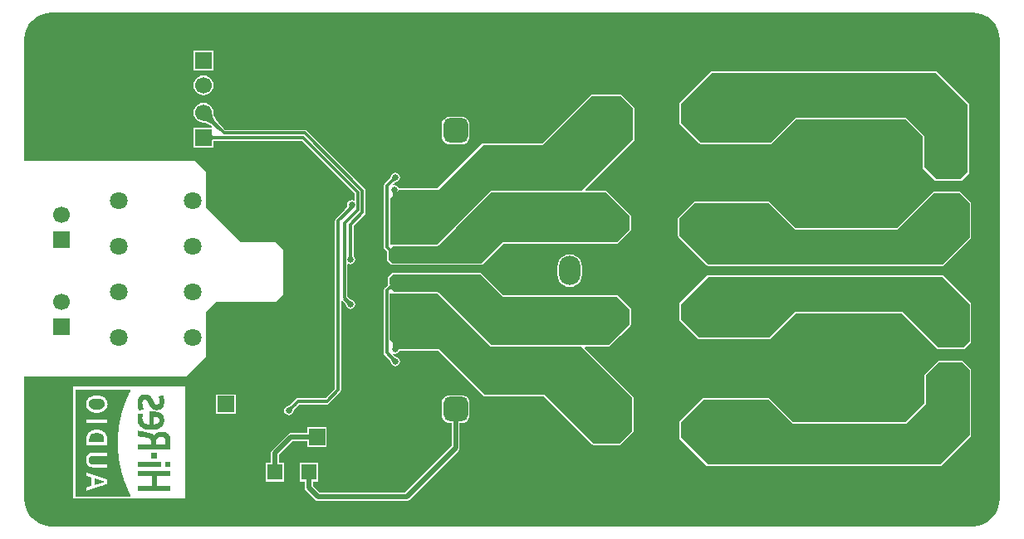
<source format=gbl>
G04*
G04 #@! TF.GenerationSoftware,Altium Limited,Altium Designer,19.1.8 (144)*
G04*
G04 Layer_Physical_Order=2*
G04 Layer_Color=16711680*
%FSLAX25Y25*%
%MOIN*%
G70*
G01*
G75*
%ADD10C,0.01000*%
%ADD14C,0.01200*%
%ADD55C,0.02000*%
%ADD56C,0.14961*%
%ADD57O,0.11811X0.08661*%
%ADD58C,0.06693*%
%ADD59R,0.06693X0.06693*%
%ADD60C,0.13780*%
%ADD61C,0.02362*%
%ADD62C,0.07087*%
%ADD63O,0.08661X0.11811*%
%ADD64C,0.09843*%
G04:AMPARAMS|DCode=65|XSize=98.43mil|YSize=98.43mil|CornerRadius=24.61mil|HoleSize=0mil|Usage=FLASHONLY|Rotation=270.000|XOffset=0mil|YOffset=0mil|HoleType=Round|Shape=RoundedRectangle|*
%AMROUNDEDRECTD65*
21,1,0.09843,0.04921,0,0,270.0*
21,1,0.04921,0.09843,0,0,270.0*
1,1,0.04921,-0.02461,-0.02461*
1,1,0.04921,-0.02461,0.02461*
1,1,0.04921,0.02461,0.02461*
1,1,0.04921,0.02461,-0.02461*
%
%ADD65ROUNDEDRECTD65*%
%ADD66C,0.01968*%
%ADD67C,0.02756*%
%ADD68C,0.02559*%
%ADD69R,0.06000X0.06299*%
%ADD70C,0.00200*%
G36*
X383563Y103082D02*
X385194Y102690D01*
X386745Y102048D01*
X388176Y101171D01*
X389452Y100082D01*
X390541Y98805D01*
X391418Y97375D01*
X392060Y95824D01*
X392452Y94193D01*
X392583Y92536D01*
X392579Y92520D01*
Y-92520D01*
X392583Y-92536D01*
X392452Y-94193D01*
X392060Y-95824D01*
X391418Y-97375D01*
X391090Y-97910D01*
X387280Y-101720D01*
X386745Y-102048D01*
X385194Y-102690D01*
X383563Y-103082D01*
X381906Y-103212D01*
X381890Y-103209D01*
X11811D01*
X11795Y-103212D01*
X10138Y-103082D01*
X8506Y-102690D01*
X6956Y-102048D01*
X5525Y-101171D01*
X4249Y-100082D01*
X3159Y-98805D01*
X2283Y-97375D01*
X1640Y-95824D01*
X1249Y-94193D01*
X1118Y-92536D01*
X1122Y-92520D01*
Y-43000D01*
X66000D01*
X74000Y-35000D01*
Y-17000D01*
X78000Y-13000D01*
X102000Y-13000D01*
X105000Y-10000D01*
X105000Y7999D01*
X101999Y11000D01*
X88000Y11000D01*
X74000Y25000D01*
Y39000D01*
X69500Y43500D01*
X1122D01*
Y92520D01*
X1118Y92536D01*
X1249Y94193D01*
X1640Y95824D01*
X2283Y97375D01*
X3159Y98805D01*
X4249Y100082D01*
X5525Y101171D01*
X6956Y102048D01*
X8506Y102690D01*
X10138Y103082D01*
X11795Y103212D01*
X11811Y103209D01*
X381890D01*
X381906Y103212D01*
X383563Y103082D01*
D02*
G37*
%LPC*%
G36*
X76947Y87946D02*
X69054D01*
Y80054D01*
X76947D01*
Y87946D01*
D02*
G37*
G36*
X73000Y77981D02*
X71970Y77845D01*
X71010Y77447D01*
X70185Y76815D01*
X69553Y75990D01*
X69155Y75030D01*
X69020Y74000D01*
X69155Y72970D01*
X69553Y72010D01*
X70185Y71185D01*
X71010Y70553D01*
X71970Y70155D01*
X73000Y70020D01*
X74030Y70155D01*
X74990Y70553D01*
X75815Y71185D01*
X76447Y72010D01*
X76845Y72970D01*
X76981Y74000D01*
X76845Y75030D01*
X76447Y75990D01*
X75815Y76815D01*
X74990Y77447D01*
X74030Y77845D01*
X73000Y77981D01*
D02*
G37*
G36*
X176650Y61358D02*
X171729D01*
X170930Y61253D01*
X170185Y60945D01*
X169546Y60454D01*
X169055Y59815D01*
X168747Y59070D01*
X168642Y58271D01*
Y53350D01*
X168747Y52551D01*
X169055Y51806D01*
X169546Y51167D01*
X170185Y50677D01*
X170930Y50368D01*
X171729Y50263D01*
X176650D01*
X177449Y50368D01*
X178193Y50677D01*
X178833Y51167D01*
X179323Y51806D01*
X179632Y52551D01*
X179737Y53350D01*
Y58271D01*
X179632Y59070D01*
X179323Y59815D01*
X178833Y60454D01*
X178193Y60945D01*
X177449Y61253D01*
X176650Y61358D01*
D02*
G37*
G36*
X277000Y79650D02*
X276541Y79459D01*
X264041Y66959D01*
X263850Y66500D01*
X263851Y59000D01*
X264041Y58541D01*
X272041Y50541D01*
X272500Y50350D01*
X300500Y50351D01*
X300959Y50541D01*
X310769Y60351D01*
X354731D01*
X361600Y53481D01*
X361601Y41250D01*
X361791Y40791D01*
X366791Y35791D01*
X367250Y35601D01*
X376750Y35601D01*
X377209Y35791D01*
X380209Y38791D01*
X380399Y39250D01*
X380399Y66250D01*
X380209Y66709D01*
X367459Y79459D01*
X367000Y79649D01*
X277000Y79650D01*
D02*
G37*
G36*
X240500Y70149D02*
X228732D01*
X228273Y69959D01*
X208963Y50649D01*
X185232D01*
X184773Y50459D01*
X166963Y32649D01*
X151287D01*
X151270Y32733D01*
X150855Y33355D01*
X150233Y33770D01*
X149500Y33916D01*
X149403Y33897D01*
X149162Y34359D01*
X149187Y34383D01*
X149649Y34781D01*
X149825Y34918D01*
X149967Y35016D01*
X150059Y35070D01*
X150076Y35077D01*
X150099Y35081D01*
X150126Y35098D01*
X150144Y35105D01*
X150152Y35114D01*
X150733Y35230D01*
X151355Y35645D01*
X151770Y36267D01*
X151916Y37000D01*
X151770Y37733D01*
X151355Y38355D01*
X150733Y38770D01*
X150000Y38916D01*
X149267Y38770D01*
X148645Y38355D01*
X148230Y37733D01*
X148114Y37152D01*
X148106Y37144D01*
X148098Y37126D01*
X148081Y37099D01*
X148077Y37075D01*
X148070Y37059D01*
X148016Y36967D01*
X147930Y36843D01*
X146827Y35598D01*
X146505Y35272D01*
X146480Y35210D01*
X145635Y34365D01*
X145370Y33968D01*
X145276Y33500D01*
Y9000D01*
X145370Y8532D01*
X145635Y8135D01*
X146583Y7187D01*
X146583Y3957D01*
X146773Y3497D01*
X148273Y1997D01*
X148732Y1807D01*
X184457Y1807D01*
X184916Y1997D01*
X193269Y10351D01*
X222689Y10351D01*
X239000Y10351D01*
X239459Y10541D01*
X244459Y15541D01*
X244649Y16000D01*
X244649Y21500D01*
X244459Y21959D01*
X235002Y31416D01*
X234543Y31606D01*
X226410Y31606D01*
X226219Y32068D01*
X245691Y51541D01*
X245882Y52000D01*
X245882Y64768D01*
X245691Y65227D01*
X240959Y69959D01*
X240500Y70149D01*
D02*
G37*
G36*
X73000Y66980D02*
X71970Y66845D01*
X71010Y66447D01*
X70185Y65815D01*
X69553Y64990D01*
X69155Y64030D01*
X69020Y63000D01*
X69155Y61970D01*
X69553Y61010D01*
X70185Y60185D01*
X71010Y59553D01*
X71970Y59155D01*
X72945Y59027D01*
X72986Y59006D01*
X73444Y58973D01*
X73898Y58871D01*
X74404Y58691D01*
X74959Y58428D01*
X75560Y58080D01*
X76204Y57647D01*
X76468Y57446D01*
X76301Y56946D01*
X69054D01*
Y49054D01*
X76947D01*
Y51653D01*
X77020Y51678D01*
X77138Y51704D01*
X77539Y51745D01*
X77789Y51751D01*
X77847Y51776D01*
X112493D01*
X133776Y30493D01*
Y27938D01*
X133335Y27702D01*
X133233Y27771D01*
X132500Y27916D01*
X131767Y27771D01*
X131145Y27355D01*
X130729Y26733D01*
X130584Y26000D01*
X130729Y25267D01*
X130750Y25236D01*
X130736Y25213D01*
X129701Y24012D01*
X129381Y23687D01*
X129362Y23639D01*
X129317Y23612D01*
X129310Y23579D01*
X126135Y20404D01*
X125870Y20007D01*
X125777Y19539D01*
Y-47993D01*
X121993Y-51776D01*
X111000D01*
X110532Y-51870D01*
X110135Y-52135D01*
X109045Y-53225D01*
X108985Y-53249D01*
X108063Y-54133D01*
X107601Y-54531D01*
X107425Y-54668D01*
X107283Y-54766D01*
X107191Y-54820D01*
X107174Y-54827D01*
X107151Y-54831D01*
X107124Y-54848D01*
X107106Y-54856D01*
X107098Y-54864D01*
X106517Y-54979D01*
X105895Y-55395D01*
X105480Y-56017D01*
X105334Y-56750D01*
X105480Y-57483D01*
X105895Y-58105D01*
X106517Y-58521D01*
X107250Y-58666D01*
X107983Y-58521D01*
X108605Y-58105D01*
X109020Y-57483D01*
X109136Y-56902D01*
X109144Y-56894D01*
X109152Y-56876D01*
X109169Y-56849D01*
X109173Y-56826D01*
X109180Y-56809D01*
X109234Y-56717D01*
X109320Y-56593D01*
X110424Y-55348D01*
X110745Y-55022D01*
X110770Y-54960D01*
X111507Y-54224D01*
X122500D01*
X122968Y-54130D01*
X123365Y-53865D01*
X127865Y-49365D01*
X128130Y-48968D01*
X128224Y-48500D01*
Y-12661D01*
X128724Y-12495D01*
X129668Y-13477D01*
X129975Y-13834D01*
X130064Y-13951D01*
X130087Y-13984D01*
X130084Y-14000D01*
X130229Y-14733D01*
X130645Y-15355D01*
X131267Y-15770D01*
X132000Y-15916D01*
X132733Y-15770D01*
X133355Y-15355D01*
X133771Y-14733D01*
X133916Y-14000D01*
X133771Y-13267D01*
X133355Y-12645D01*
X132733Y-12229D01*
X132009Y-12085D01*
X130724Y-10950D01*
Y2062D01*
X131165Y2298D01*
X131267Y2230D01*
X132000Y2084D01*
X132733Y2230D01*
X133355Y2645D01*
X133771Y3267D01*
X133916Y4000D01*
X133771Y4733D01*
X133441Y5226D01*
X133441Y5238D01*
X133434Y5256D01*
X133427Y5287D01*
X133413Y5306D01*
X133406Y5324D01*
X133379Y5427D01*
X133352Y5575D01*
X133252Y7236D01*
X133249Y7693D01*
X133223Y7755D01*
Y17493D01*
X137665Y21935D01*
X137930Y22332D01*
X138023Y22800D01*
Y31746D01*
X137930Y32214D01*
X137665Y32611D01*
X114611Y55665D01*
X114214Y55930D01*
X113746Y56024D01*
X81707D01*
X80975Y56755D01*
X80951Y56816D01*
X80172Y57619D01*
X78868Y59116D01*
X78353Y59796D01*
X77920Y60440D01*
X77572Y61041D01*
X77309Y61596D01*
X77129Y62102D01*
X77027Y62556D01*
X76994Y63014D01*
X76973Y63055D01*
X76845Y64030D01*
X76447Y64990D01*
X75815Y65815D01*
X74990Y66447D01*
X74030Y66845D01*
X73000Y66980D01*
D02*
G37*
G36*
X376500Y31149D02*
X366000Y31149D01*
X365541Y30959D01*
X353541Y18959D01*
X353541Y18959D01*
X351231Y16649D01*
X310769Y16649D01*
X300459Y26959D01*
X300000Y27150D01*
X270000Y27150D01*
X269541Y26959D01*
X263541Y20959D01*
X263351Y20500D01*
X263351Y13559D01*
X263541Y13100D01*
X275100Y1541D01*
X275559Y1351D01*
X369500Y1350D01*
X369959Y1541D01*
X380959Y12541D01*
X381149Y13000D01*
Y26500D01*
X380959Y26959D01*
X376959Y30959D01*
X376500Y31149D01*
D02*
G37*
G36*
X220000Y6048D02*
X218713Y5879D01*
X217513Y5382D01*
X216483Y4591D01*
X215693Y3561D01*
X215196Y2362D01*
X215027Y1075D01*
Y-2075D01*
X215196Y-3362D01*
X215693Y-4561D01*
X216483Y-5591D01*
X217513Y-6382D01*
X218713Y-6879D01*
X220000Y-7048D01*
X221287Y-6879D01*
X222487Y-6382D01*
X223517Y-5591D01*
X224307Y-4561D01*
X224804Y-3362D01*
X224973Y-2075D01*
Y1075D01*
X224804Y2362D01*
X224307Y3561D01*
X223517Y4591D01*
X222487Y5382D01*
X221287Y5879D01*
X220000Y6048D01*
D02*
G37*
G36*
X369500Y-2351D02*
X275500Y-2351D01*
X275041Y-2541D01*
X264041Y-13541D01*
X263850Y-14000D01*
X263850Y-20000D01*
X264041Y-20459D01*
X271541Y-27959D01*
X272000Y-28150D01*
X300000Y-28149D01*
X300459Y-27959D01*
X310769Y-17650D01*
X353231Y-17649D01*
X355541Y-19959D01*
X355541Y-19959D01*
X367541Y-31959D01*
X368000Y-32149D01*
X378000Y-32149D01*
X378459Y-31959D01*
X380959Y-29459D01*
X381149Y-29000D01*
Y-14000D01*
X380959Y-13541D01*
X369959Y-2541D01*
X369500Y-2351D01*
D02*
G37*
G36*
X85947Y-50211D02*
X78053D01*
Y-58104D01*
X85947D01*
Y-50211D01*
D02*
G37*
G36*
X368000Y-36851D02*
X367541Y-37041D01*
X362541Y-42041D01*
X362351Y-42500D01*
X362351Y-53731D01*
X354731Y-61351D01*
X309769D01*
X300459Y-52041D01*
X300000Y-51851D01*
X273500Y-51851D01*
X273041Y-52041D01*
X264041Y-61041D01*
X263851Y-61500D01*
X263850Y-67500D01*
X264041Y-67959D01*
X275041Y-78959D01*
X275500Y-79150D01*
X368500Y-79150D01*
X368959Y-78959D01*
X380959Y-66959D01*
X381149Y-66500D01*
X381149Y-40500D01*
X380959Y-40041D01*
X377959Y-37041D01*
X377500Y-36851D01*
X368000Y-36851D01*
D02*
G37*
G36*
X183871Y-1351D02*
X149129D01*
X149010Y-1400D01*
X148881D01*
X148660Y-1491D01*
X148569Y-1583D01*
X148449Y-1632D01*
X147132Y-2949D01*
X147083Y-3069D01*
X146991Y-3160D01*
X146900Y-3381D01*
Y-3510D01*
X146851Y-3629D01*
X146851Y-5084D01*
X146863Y-5113D01*
X146861Y-5117D01*
X146887Y-5182D01*
X146879Y-5272D01*
X146889Y-5306D01*
X146980Y-5417D01*
Y-5435D01*
X147041Y-5583D01*
X147175Y-6039D01*
Y-6079D01*
X147155Y-6114D01*
X147041Y-6229D01*
X145985Y-7285D01*
X145831Y-7408D01*
X145793Y-7477D01*
X145635Y-7635D01*
X145370Y-8032D01*
X145276Y-8500D01*
Y-33500D01*
X145370Y-33968D01*
X145635Y-34365D01*
X146475Y-35206D01*
X146499Y-35265D01*
X147383Y-36187D01*
X147781Y-36649D01*
X147918Y-36825D01*
X148016Y-36967D01*
X148070Y-37059D01*
X148077Y-37076D01*
X148081Y-37099D01*
X148098Y-37126D01*
X148106Y-37144D01*
X148114Y-37152D01*
X148230Y-37733D01*
X148645Y-38355D01*
X149267Y-38770D01*
X150000Y-38916D01*
X150733Y-38770D01*
X151355Y-38355D01*
X151770Y-37733D01*
X151916Y-37000D01*
X151770Y-36267D01*
X151355Y-35645D01*
X150733Y-35230D01*
X150152Y-35114D01*
X150144Y-35105D01*
X150126Y-35098D01*
X150099Y-35081D01*
X150075Y-35077D01*
X150059Y-35070D01*
X149967Y-35016D01*
X149843Y-34930D01*
X149007Y-34190D01*
X149267Y-33770D01*
X150000Y-33916D01*
X150733Y-33770D01*
X151355Y-33355D01*
X151770Y-32733D01*
X151787Y-32649D01*
X167231D01*
X185541Y-50959D01*
X186000Y-51149D01*
X209731D01*
X229041Y-70459D01*
X229500Y-70649D01*
X240000Y-70649D01*
X240459Y-70459D01*
X245459Y-65459D01*
X245649Y-65000D01*
Y-51500D01*
X245459Y-51041D01*
X226030Y-31611D01*
X226221Y-31150D01*
X235371D01*
X235490Y-31100D01*
X235619D01*
X235840Y-31009D01*
X235931Y-30917D01*
X236051Y-30868D01*
X240209Y-26709D01*
X240209Y-26709D01*
X244368Y-22550D01*
X244417Y-22431D01*
X244509Y-22340D01*
X244600Y-22119D01*
Y-21990D01*
X244649Y-21871D01*
X244649Y-16129D01*
X244600Y-16010D01*
Y-15881D01*
X244509Y-15660D01*
X244417Y-15569D01*
X244368Y-15450D01*
X239551Y-10632D01*
X239431Y-10583D01*
X239340Y-10491D01*
X239119Y-10400D01*
X238990D01*
X238871Y-10351D01*
X225000D01*
X193269Y-10351D01*
X188643Y-5725D01*
X188643Y-5725D01*
X184550Y-1632D01*
X184431Y-1583D01*
X184340Y-1491D01*
X184119Y-1400D01*
X183990D01*
X183871Y-1351D01*
D02*
G37*
G36*
X122447Y-63475D02*
X114553D01*
Y-65790D01*
X108079D01*
X107454Y-65914D01*
X106925Y-66268D01*
X100596Y-72597D01*
X100243Y-73126D01*
X100119Y-73750D01*
Y-77750D01*
X98150D01*
Y-85250D01*
X105350D01*
Y-77750D01*
X103381D01*
Y-74426D01*
X108755Y-69053D01*
X114553D01*
Y-71368D01*
X122447D01*
Y-63475D01*
D02*
G37*
G36*
X176650Y-50563D02*
X171729D01*
X170930Y-50668D01*
X170185Y-50977D01*
X169546Y-51467D01*
X169055Y-52106D01*
X168747Y-52851D01*
X168642Y-53650D01*
Y-58571D01*
X168747Y-59370D01*
X169055Y-60115D01*
X169546Y-60754D01*
X170185Y-61245D01*
X170930Y-61553D01*
X171729Y-61658D01*
X172558D01*
Y-71135D01*
X153824Y-89869D01*
X119676D01*
X116881Y-87074D01*
Y-85250D01*
X118850D01*
Y-77750D01*
X111650D01*
Y-85250D01*
X113619D01*
Y-87750D01*
X113743Y-88374D01*
X114096Y-88903D01*
X117847Y-92654D01*
X118376Y-93007D01*
X119000Y-93131D01*
X154500D01*
X155124Y-93007D01*
X155654Y-92654D01*
X175343Y-72964D01*
X175697Y-72435D01*
X175821Y-71811D01*
Y-61658D01*
X176650D01*
X177449Y-61553D01*
X178193Y-61245D01*
X178833Y-60754D01*
X179323Y-60115D01*
X179632Y-59370D01*
X179737Y-58571D01*
Y-53650D01*
X179632Y-52851D01*
X179323Y-52106D01*
X178833Y-51467D01*
X178193Y-50977D01*
X177449Y-50668D01*
X176650Y-50563D01*
D02*
G37*
G36*
X66000Y-46500D02*
X20000D01*
Y-92500D01*
X66000D01*
Y-46500D01*
D02*
G37*
%LPD*%
G36*
X367000Y79000D02*
X379750Y66250D01*
X379750Y39250D01*
X376750Y36250D01*
X367250Y36250D01*
X362250Y41250D01*
X362250Y53750D01*
X355000Y61000D01*
X310500D01*
X300500Y51000D01*
X272500Y51000D01*
X264500Y59000D01*
X264500Y66500D01*
X277000Y79000D01*
X367000Y79000D01*
D02*
G37*
G36*
X149987Y35721D02*
X149891Y35704D01*
X149768Y35652D01*
X149618Y35565D01*
X149441Y35442D01*
X149237Y35284D01*
X148749Y34863D01*
X147816Y33967D01*
X146967Y34816D01*
X147301Y35154D01*
X148442Y36441D01*
X148565Y36618D01*
X148652Y36768D01*
X148704Y36891D01*
X148721Y36987D01*
X149987Y35721D01*
D02*
G37*
G36*
X245232Y64768D02*
X245232Y52000D01*
X224789Y31557D01*
X224740D01*
X224603Y31500D01*
X189043Y31500D01*
X188501D01*
D01*
X188232D01*
X188042Y31310D01*
X188042Y31310D01*
X181681Y24948D01*
X173707Y16975D01*
X173707D01*
X170896Y14163D01*
X166915Y10183D01*
X166915Y10183D01*
X166824Y10091D01*
X166603Y10000D01*
X147965D01*
Y28732D01*
X151232Y32000D01*
X167232D01*
X185232Y50000D01*
X209232D01*
X228732Y69500D01*
X240500D01*
X245232Y64768D01*
D02*
G37*
G36*
X234543Y30957D02*
X244000Y21500D01*
X244000Y16000D01*
X239000Y11000D01*
X222689Y11000D01*
X193000Y11000D01*
X184457Y2457D01*
X148732Y2457D01*
X147232Y3957D01*
X147232Y7457D01*
X149126Y9351D01*
X166603D01*
X166723Y9400D01*
X166852D01*
X167072Y9491D01*
X167164Y9583D01*
X167283Y9632D01*
X167374Y9723D01*
X167374Y9724D01*
X171355Y13704D01*
X174167Y16516D01*
X174167Y16516D01*
X182140Y24489D01*
X188501Y30851D01*
X188501Y30851D01*
X189043D01*
X224603Y30851D01*
X224722Y30900D01*
X224852Y30900D01*
X224988Y30957D01*
X224988Y30957D01*
X234543Y30957D01*
D02*
G37*
G36*
X76383Y62461D02*
X76504Y61922D01*
X76709Y61348D01*
X76997Y60739D01*
X77369Y60096D01*
X77824Y59418D01*
X78364Y58706D01*
X79694Y57179D01*
X80485Y56364D01*
X79636Y55515D01*
X78821Y56306D01*
X77294Y57636D01*
X76582Y58175D01*
X75904Y58631D01*
X75261Y59003D01*
X74652Y59291D01*
X74078Y59496D01*
X73539Y59617D01*
X73033Y59654D01*
X76346Y62967D01*
X76383Y62461D01*
D02*
G37*
G36*
X76337Y54086D02*
X76380Y53984D01*
X76453Y53894D01*
X76555Y53816D01*
X76686Y53750D01*
X76845Y53696D01*
X77034Y53654D01*
X77252Y53624D01*
X77499Y53606D01*
X77775Y53600D01*
Y52400D01*
X77499Y52394D01*
X77034Y52346D01*
X76845Y52304D01*
X76686Y52250D01*
X76555Y52184D01*
X76453Y52106D01*
X76380Y52016D01*
X76337Y51914D01*
X76323Y51800D01*
Y54200D01*
X76337Y54086D01*
D02*
G37*
G36*
X132758Y24747D02*
X130829Y22519D01*
X129844Y23231D01*
X130179Y23571D01*
X131264Y24831D01*
X131362Y24995D01*
X131422Y25129D01*
X131442Y25234D01*
X131423Y25310D01*
X132758Y24747D01*
D02*
G37*
G36*
X132603Y7214D02*
X132706Y5497D01*
X132745Y5285D01*
X132789Y5117D01*
X132840Y4994D01*
X132896Y4914D01*
X131104D01*
X131160Y4994D01*
X131211Y5117D01*
X131255Y5285D01*
X131294Y5497D01*
X131326Y5753D01*
X131373Y6396D01*
X131400Y7689D01*
X132600D01*
X132603Y7214D01*
D02*
G37*
G36*
X130246Y-11395D02*
X131693Y-12673D01*
X131784Y-12718D01*
X131846Y-12730D01*
X130730Y-13846D01*
X130718Y-13784D01*
X130673Y-13693D01*
X130593Y-13573D01*
X130479Y-13424D01*
X130148Y-13040D01*
X129076Y-11924D01*
X129924Y-11076D01*
X130246Y-11395D01*
D02*
G37*
G36*
X110283Y-54566D02*
X109949Y-54904D01*
X108808Y-56191D01*
X108686Y-56368D01*
X108598Y-56518D01*
X108546Y-56641D01*
X108529Y-56737D01*
X107263Y-55471D01*
X107359Y-55454D01*
X107482Y-55402D01*
X107632Y-55314D01*
X107809Y-55192D01*
X108013Y-55034D01*
X108501Y-54613D01*
X109434Y-53717D01*
X110283Y-54566D01*
D02*
G37*
G36*
X380500Y26500D02*
Y13000D01*
X369500Y2000D01*
X275559Y2000D01*
X264000Y13559D01*
X264000Y20500D01*
X270000Y26500D01*
X300000Y26500D01*
X310500Y16000D01*
X351500Y16000D01*
X354000Y18500D01*
X366000Y30500D01*
X376500Y30500D01*
X380500Y26500D01*
D02*
G37*
G36*
X380500Y-14000D02*
Y-29000D01*
X378000Y-31500D01*
X368000Y-31500D01*
X356000Y-19500D01*
X353500Y-17000D01*
X310500Y-17000D01*
X300000Y-27500D01*
X272000Y-27500D01*
X264500Y-20000D01*
X264500Y-14000D01*
X275500Y-3000D01*
X369500Y-3000D01*
X380500Y-14000D01*
D02*
G37*
G36*
X377500Y-37500D02*
X380500Y-40500D01*
X380500Y-66500D01*
X368500Y-78500D01*
X275500Y-78500D01*
X264500Y-67500D01*
X264500Y-61500D01*
X273500Y-52500D01*
X300000Y-52500D01*
X309500Y-62000D01*
X355000D01*
X363000Y-54000D01*
X363000Y-42500D01*
X368000Y-37500D01*
X377500Y-37500D01*
D02*
G37*
G36*
X184091Y-2091D02*
X188184Y-6184D01*
X193000Y-11000D01*
X225000Y-11000D01*
X238871D01*
X239091Y-11091D01*
X243909Y-15909D01*
X243909D01*
X243909Y-15909D01*
X244000Y-16129D01*
X244000Y-21871D01*
X243909Y-22091D01*
X239750Y-26250D01*
X235591Y-30409D01*
X235371Y-30500D01*
X224849D01*
X224840Y-30491D01*
X224619Y-30400D01*
X224490D01*
X224371Y-30351D01*
X224242D01*
X224242Y-30351D01*
X189257Y-30351D01*
X188351D01*
X167500Y-9500D01*
X167419D01*
X167322Y-9404D01*
X167203Y-9354D01*
X167112Y-9263D01*
X167065Y-9244D01*
X167065D01*
X167065Y-9244D01*
X166891Y-9172D01*
X166762D01*
X166642Y-9122D01*
X166513D01*
X166513Y-9122D01*
X149622D01*
X148222Y-7722D01*
X148213Y-7729D01*
X147783Y-8099D01*
X146924Y-8924D01*
X146236Y-7915D01*
X147500Y-6906D01*
Y-6688D01*
X147647Y-6542D01*
X147683Y-6453D01*
X147757Y-6394D01*
X147775Y-6232D01*
X147837Y-6082D01*
X147800Y-5994D01*
X147810Y-5900D01*
X147664Y-5400D01*
X147641Y-5371D01*
Y-5334D01*
X147580Y-5187D01*
X147510Y-5117D01*
X147500Y-5084D01*
X147500Y-3629D01*
X147591Y-3409D01*
X148909Y-2091D01*
X149129Y-2000D01*
X183871D01*
X184091Y-2091D01*
D02*
G37*
G36*
X148154Y-34301D02*
X149441Y-35442D01*
X149618Y-35565D01*
X149768Y-35652D01*
X149891Y-35704D01*
X149987Y-35721D01*
X148721Y-36987D01*
X148704Y-36891D01*
X148652Y-36768D01*
X148565Y-36618D01*
X148442Y-36441D01*
X148284Y-36237D01*
X147863Y-35749D01*
X146967Y-34816D01*
X147816Y-33967D01*
X148154Y-34301D01*
D02*
G37*
G36*
X166513Y-9772D02*
X166642D01*
D01*
X166762Y-9821D01*
D01*
X166816Y-9844D01*
D01*
X166816Y-9844D01*
D01*
X166863Y-9863D01*
X188000Y-31000D01*
X188351D01*
D01*
X189257D01*
X224242Y-31000D01*
X224242Y-31000D01*
X224371D01*
X224591Y-31091D01*
D01*
X245000Y-51500D01*
Y-65000D01*
X240000Y-70000D01*
X229500Y-70000D01*
X210000Y-50500D01*
X186000D01*
X167500Y-32000D01*
X151500D01*
X147732Y-28232D01*
Y-9772D01*
X166513D01*
X166513Y-9772D01*
D02*
G37*
D10*
X20000Y-92500D02*
Y-46500D01*
Y-92500D02*
X66000D01*
Y-46500D01*
X20000D02*
X66000D01*
D14*
X113746Y54800D02*
X136800Y31746D01*
X81200Y54800D02*
X113746D01*
X73000Y63000D02*
X81200Y54800D01*
X113000Y53000D02*
X135000Y31000D01*
X73000Y53000D02*
X113000D01*
X136800Y22800D02*
Y31746D01*
X132000Y18000D02*
X136800Y22800D01*
X132000Y4000D02*
Y18000D01*
X135000Y24000D02*
Y31000D01*
X129500Y18500D02*
X135000Y24000D01*
X129500Y-11500D02*
Y18500D01*
Y-11500D02*
X132000Y-14000D01*
X127000Y19539D02*
X132500Y25039D01*
X127000Y-48500D02*
Y19539D01*
X122500Y-53000D02*
X127000Y-48500D01*
X132500Y25039D02*
Y26000D01*
X111000Y-53000D02*
X122500D01*
X107250Y-56750D02*
X111000Y-53000D01*
X146500Y9000D02*
Y33500D01*
Y9000D02*
X148000Y7500D01*
X148500Y-6500D02*
X149500D01*
X146500Y-8500D02*
X148500Y-6500D01*
X146500Y-33500D02*
Y-8500D01*
Y-33500D02*
X150000Y-37000D01*
X146500Y33500D02*
X150000Y37000D01*
X149500Y30000D02*
Y32000D01*
Y30000D02*
X150500Y29000D01*
D55*
X174189Y-71811D02*
Y-56111D01*
X154500Y-91500D02*
X174189Y-71811D01*
X119000Y-91500D02*
X154500D01*
X108079Y-67421D02*
X118500D01*
X101750Y-73750D02*
X108079Y-67421D01*
X101750Y-81500D02*
Y-73750D01*
X115250Y-87750D02*
Y-81500D01*
Y-87750D02*
X119000Y-91500D01*
X150000Y-32000D02*
Y-29000D01*
D56*
X380500Y-93500D02*
D03*
Y92520D02*
D03*
X17000D02*
D03*
D57*
X373000Y26000D02*
D03*
Y41000D02*
D03*
X374045Y-42000D02*
D03*
Y-27000D02*
D03*
D58*
X16000Y22000D02*
D03*
Y-13000D02*
D03*
X73000Y74000D02*
D03*
X118500Y-57579D02*
D03*
X82000Y-64000D02*
D03*
X73000Y63000D02*
D03*
D59*
X16000Y12000D02*
D03*
Y-23000D02*
D03*
X73000Y84000D02*
D03*
X118500Y-67421D02*
D03*
X82000Y-54158D02*
D03*
X73000Y53000D02*
D03*
D60*
X143039Y78740D02*
D03*
Y-78740D02*
D03*
D61*
X165000Y0D02*
D03*
X162000D02*
D03*
X165500Y5500D02*
D03*
X163000Y4500D02*
D03*
X152000Y5000D02*
D03*
X149500D02*
D03*
X152000Y7500D02*
D03*
X149500D02*
D03*
X162000Y16000D02*
D03*
X163500Y17500D02*
D03*
X151500Y14000D02*
D03*
X149500D02*
D03*
X151500Y11500D02*
D03*
X149500D02*
D03*
X165500Y-5000D02*
D03*
X163000Y-4500D02*
D03*
X152000Y-6500D02*
D03*
X149500D02*
D03*
X152000Y-4500D02*
D03*
X149500D02*
D03*
X163500Y-17500D02*
D03*
X162000Y-16000D02*
D03*
X152000Y-14000D02*
D03*
X149500D02*
D03*
X152000Y-11500D02*
D03*
X149500D02*
D03*
D62*
X39000Y-27500D02*
D03*
X68528D02*
D03*
X39000Y-9167D02*
D03*
X68528D02*
D03*
X39000Y9167D02*
D03*
X68528D02*
D03*
X39000Y27500D02*
D03*
X68528D02*
D03*
X350027Y-57000D02*
D03*
X290972D02*
D03*
X350027Y-23333D02*
D03*
X290972D02*
D03*
X349027Y21833D02*
D03*
X289972D02*
D03*
X349027Y55500D02*
D03*
X289972D02*
D03*
D63*
X205000Y-500D02*
D03*
X220000D02*
D03*
D64*
X236535Y63728D02*
D03*
X270000D02*
D03*
X236535Y17272D02*
D03*
X270000D02*
D03*
X237268Y-17272D02*
D03*
X270732D02*
D03*
X237268Y-63728D02*
D03*
X270732D02*
D03*
X204111Y55811D02*
D03*
Y-56111D02*
D03*
D65*
X174189Y55811D02*
D03*
Y-56111D02*
D03*
D66*
X88400Y-83500D02*
D03*
Y-80000D02*
D03*
X121900Y-84000D02*
D03*
Y-81000D02*
D03*
X112500Y80500D02*
D03*
X231500Y83000D02*
D03*
X253000Y-83000D02*
D03*
X226500D02*
D03*
X83500Y-37000D02*
D03*
Y-43000D02*
D03*
X128500Y-57000D02*
D03*
X162000Y-53000D02*
D03*
X157800Y-57000D02*
D03*
X136750Y-50500D02*
D03*
X157000D02*
D03*
X150250D02*
D03*
X142400Y-57000D02*
D03*
X143500Y-50500D02*
D03*
X150100Y-57000D02*
D03*
X134700D02*
D03*
X130000Y-50500D02*
D03*
X71000Y-82500D02*
D03*
X132000Y-46000D02*
D03*
X141500Y-31000D02*
D03*
X145000Y-36000D02*
D03*
X136500Y-31500D02*
D03*
X143667Y-46000D02*
D03*
X140000Y-35000D02*
D03*
X149500Y-46000D02*
D03*
X137833D02*
D03*
X134500Y-35000D02*
D03*
X151000Y52000D02*
D03*
X146300Y58500D02*
D03*
X130900D02*
D03*
X144000Y41000D02*
D03*
X137500Y52000D02*
D03*
X138600Y58500D02*
D03*
X130750Y52000D02*
D03*
X124000D02*
D03*
X144250D02*
D03*
X154000Y58500D02*
D03*
X123200D02*
D03*
X142167Y46000D02*
D03*
X130500D02*
D03*
X156000Y68000D02*
D03*
X148000Y46000D02*
D03*
X139500Y41000D02*
D03*
X136333Y46000D02*
D03*
X142500Y37000D02*
D03*
X115500Y58500D02*
D03*
X135000Y41000D02*
D03*
X137500Y36500D02*
D03*
X92500Y66000D02*
D03*
X85000Y76500D02*
D03*
X92500Y58000D02*
D03*
X94000Y49500D02*
D03*
X108500Y49000D02*
D03*
X113500Y22000D02*
D03*
Y26000D02*
D03*
X118000Y28500D02*
D03*
X122500Y27000D02*
D03*
X127500Y30000D02*
D03*
X99500Y58000D02*
D03*
X110000Y-500D02*
D03*
X338000Y56500D02*
D03*
Y19000D02*
D03*
X339000Y-20000D02*
D03*
X332500Y-59000D02*
D03*
X279500Y30000D02*
D03*
Y47500D02*
D03*
X278500Y-49500D02*
D03*
X278000Y-30000D02*
D03*
X21500Y100500D02*
D03*
X69000Y-44500D02*
D03*
X40500D02*
D03*
X14000Y-45000D02*
D03*
X5000Y-70000D02*
D03*
X180500Y-68000D02*
D03*
X170000Y-67500D02*
D03*
X163000Y-62500D02*
D03*
X249364Y56000D02*
D03*
X248864Y66500D02*
D03*
X223364Y72500D02*
D03*
X182364Y67000D02*
D03*
X161864Y53000D02*
D03*
Y59500D02*
D03*
X165864Y67000D02*
D03*
X97500Y31500D02*
D03*
X11000Y46000D02*
D03*
X255500Y0D02*
D03*
X237000D02*
D03*
X268500Y75000D02*
D03*
X261000Y62500D02*
D03*
X266000Y52500D02*
D03*
X264500Y26500D02*
D03*
X260500Y17500D02*
D03*
X267500Y-4000D02*
D03*
X262000Y-16000D02*
D03*
X266000Y-26500D02*
D03*
X267500Y-55000D02*
D03*
X261500Y-64500D02*
D03*
X268000Y-76000D02*
D03*
X245500Y-69000D02*
D03*
X247500Y-59500D02*
D03*
X245500Y-45500D02*
D03*
Y-12000D02*
D03*
X243000Y11500D02*
D03*
X244000Y45000D02*
D03*
X257500Y83000D02*
D03*
X234000Y36000D02*
D03*
Y-34500D02*
D03*
X310000Y-58500D02*
D03*
X312000Y-20000D02*
D03*
Y20000D02*
D03*
X313500Y57000D02*
D03*
X383500Y-41000D02*
D03*
Y-48500D02*
D03*
Y-56500D02*
D03*
Y-64500D02*
D03*
X380500Y-71000D02*
D03*
X375500Y-76000D02*
D03*
X370500Y-81000D02*
D03*
X383500Y40000D02*
D03*
Y47500D02*
D03*
Y55500D02*
D03*
Y63500D02*
D03*
X381500Y69000D02*
D03*
X376000Y75000D02*
D03*
X371500Y79500D02*
D03*
X361000Y-81500D02*
D03*
X352650D02*
D03*
X344300D02*
D03*
X335950D02*
D03*
X277500D02*
D03*
X285850D02*
D03*
X294200D02*
D03*
X302550D02*
D03*
X310900D02*
D03*
X319250D02*
D03*
X327600D02*
D03*
X364000Y82500D02*
D03*
X355650D02*
D03*
X347300D02*
D03*
X338950D02*
D03*
X280500D02*
D03*
X288850D02*
D03*
X297200D02*
D03*
X305550D02*
D03*
X313900D02*
D03*
X322250D02*
D03*
X330600D02*
D03*
X378000Y33333D02*
D03*
X363500Y33833D02*
D03*
X380000Y-34167D02*
D03*
X366000D02*
D03*
X383000Y14833D02*
D03*
Y-16667D02*
D03*
X379000Y-7667D02*
D03*
X378000Y6333D02*
D03*
X390000Y-93500D02*
D03*
Y-72667D02*
D03*
Y-51833D02*
D03*
Y-31000D02*
D03*
Y-10167D02*
D03*
Y31500D02*
D03*
Y10667D02*
D03*
Y52333D02*
D03*
Y73167D02*
D03*
Y94000D02*
D03*
X78500Y32000D02*
D03*
X104000Y14500D02*
D03*
X86000Y18000D02*
D03*
X74500Y43500D02*
D03*
X59500Y45000D02*
D03*
X36000D02*
D03*
X79000Y-30000D02*
D03*
X78500Y-19000D02*
D03*
X72500Y-41500D02*
D03*
X5000Y-86000D02*
D03*
Y-50000D02*
D03*
X6500Y52000D02*
D03*
X5500Y87500D02*
D03*
X17000Y-100500D02*
D03*
X48727D02*
D03*
X80454D02*
D03*
X112182D02*
D03*
X143909D02*
D03*
X175636D02*
D03*
X207364D02*
D03*
X239091D02*
D03*
X270818D02*
D03*
X302545D02*
D03*
X334273D02*
D03*
X366000D02*
D03*
X50227Y100500D02*
D03*
X81954D02*
D03*
X113682D02*
D03*
X145409D02*
D03*
X177136D02*
D03*
X208864D02*
D03*
X240591D02*
D03*
X272318D02*
D03*
X304045D02*
D03*
X335773D02*
D03*
X367500D02*
D03*
X231500Y7500D02*
D03*
Y-7500D02*
D03*
X143000Y11500D02*
D03*
Y16500D02*
D03*
X143500Y-25500D02*
D03*
X143000Y-19500D02*
D03*
X144500Y0D02*
D03*
X364000Y-500D02*
D03*
X335667D02*
D03*
X307333D02*
D03*
X279000D02*
D03*
X210500Y-8000D02*
D03*
Y8000D02*
D03*
X160000Y-43000D02*
D03*
X153000D02*
D03*
X160000Y43500D02*
D03*
X153000D02*
D03*
X188500Y-3000D02*
D03*
Y3000D02*
D03*
X194000Y-8000D02*
D03*
Y8000D02*
D03*
X135500Y11000D02*
D03*
Y17000D02*
D03*
X135000Y-17000D02*
D03*
Y-22000D02*
D03*
X123500Y-16500D02*
D03*
X111500Y-17000D02*
D03*
X119500Y12500D02*
D03*
X116500D02*
D03*
X110000Y-2500D02*
D03*
X173000Y-41500D02*
D03*
X170500Y-39500D02*
D03*
X168000Y-37000D02*
D03*
X170000Y38000D02*
D03*
X172000Y40000D02*
D03*
X167500Y36000D02*
D03*
X95500Y-76500D02*
D03*
Y-72000D02*
D03*
X116500Y-42500D02*
D03*
X111000D02*
D03*
Y-46500D02*
D03*
X85500Y-23000D02*
D03*
Y-20000D02*
D03*
Y-17000D02*
D03*
X83500Y-40000D02*
D03*
D67*
X122500Y14500D02*
D03*
X123500Y-19500D02*
D03*
X122500Y20000D02*
D03*
X134000Y-8500D02*
D03*
Y-2500D02*
D03*
X107000D02*
D03*
Y0D02*
D03*
D68*
X132000Y-14000D02*
D03*
Y4000D02*
D03*
X107250Y-56750D02*
D03*
X132500Y26000D02*
D03*
X150000Y-32000D02*
D03*
X149500Y32000D02*
D03*
X150000Y37000D02*
D03*
Y-37000D02*
D03*
D69*
X101750Y-81500D02*
D03*
X115250D02*
D03*
D70*
X54500Y-82800D02*
Y-81000D01*
X54700Y-82800D02*
Y-81000D01*
X54400Y-82800D02*
Y-81000D01*
X54900Y-82800D02*
Y-81000D01*
X54800Y-82800D02*
Y-81000D01*
X54100Y-82800D02*
Y-81000D01*
X54300Y-82800D02*
Y-81000D01*
X54200Y-82800D02*
Y-81000D01*
X55000Y-82800D02*
Y-81000D01*
X54600Y-82800D02*
Y-81000D01*
X53900Y-88600D02*
Y-81000D01*
X53600Y-88600D02*
Y-81000D01*
X53500Y-88600D02*
Y-81000D01*
X53800Y-88600D02*
Y-81000D01*
X53700Y-88600D02*
Y-81000D01*
X53200Y-88600D02*
Y-81000D01*
X53100Y-88600D02*
Y-81000D01*
X53400Y-88600D02*
Y-81000D01*
X53300Y-88600D02*
Y-81000D01*
X53000Y-88600D02*
Y-81000D01*
X21600Y-90900D02*
Y-48300D01*
X21700Y-90900D02*
Y-48300D01*
Y-90900D02*
Y-48300D01*
X21800Y-90900D02*
Y-48300D01*
Y-90900D02*
Y-48300D01*
Y-90900D02*
Y-48300D01*
X21900Y-90900D02*
Y-48300D01*
Y-90900D02*
Y-48300D01*
X22000Y-90900D02*
Y-48300D01*
Y-90900D02*
Y-48300D01*
Y-90900D02*
Y-48300D01*
X22100Y-90900D02*
Y-48300D01*
Y-90900D02*
Y-48300D01*
X22200Y-90900D02*
Y-48300D01*
Y-90900D02*
Y-48300D01*
Y-90900D02*
Y-48300D01*
X22300Y-90900D02*
Y-48300D01*
Y-90900D02*
Y-48300D01*
X22400Y-90900D02*
Y-48300D01*
Y-90900D02*
Y-48300D01*
Y-90900D02*
Y-48300D01*
X22500Y-90900D02*
Y-48300D01*
Y-90900D02*
Y-48300D01*
X22600Y-90900D02*
Y-48300D01*
Y-90900D02*
Y-48300D01*
Y-90900D02*
Y-48300D01*
X22700Y-90900D02*
Y-48300D01*
Y-90900D02*
Y-48300D01*
X22800Y-90900D02*
Y-48300D01*
Y-90900D02*
Y-48300D01*
Y-90900D02*
Y-48300D01*
X22900Y-90900D02*
Y-48300D01*
Y-90900D02*
Y-48300D01*
X23000Y-90900D02*
Y-48300D01*
Y-90900D02*
Y-48300D01*
Y-90900D02*
Y-48300D01*
X23100Y-90900D02*
Y-48300D01*
Y-90900D02*
Y-48300D01*
X23200Y-90900D02*
Y-48300D01*
Y-90900D02*
Y-48300D01*
Y-90900D02*
Y-48300D01*
X23300Y-90900D02*
Y-48300D01*
Y-90900D02*
Y-48300D01*
X23400Y-90900D02*
Y-48300D01*
Y-90900D02*
Y-48300D01*
Y-90900D02*
Y-48300D01*
X23500Y-90900D02*
Y-48300D01*
Y-90900D02*
Y-48300D01*
X23600Y-90900D02*
Y-48300D01*
Y-90900D02*
Y-48300D01*
Y-90900D02*
Y-48300D01*
X23700Y-90900D02*
Y-48300D01*
Y-90900D02*
Y-48300D01*
X23800Y-90900D02*
Y-48300D01*
Y-90900D02*
Y-48300D01*
Y-90900D02*
Y-48300D01*
X23900Y-90900D02*
Y-48300D01*
Y-90900D02*
Y-48300D01*
X24000Y-90900D02*
Y-48300D01*
Y-90900D02*
Y-48300D01*
Y-90900D02*
Y-48300D01*
X24100Y-90900D02*
Y-48300D01*
Y-90900D02*
Y-48300D01*
X24200Y-90900D02*
Y-48300D01*
Y-90900D02*
Y-48300D01*
Y-90900D02*
Y-48300D01*
X24300Y-90900D02*
Y-48300D01*
Y-90900D02*
Y-48300D01*
X24400Y-90900D02*
Y-48300D01*
Y-90900D02*
Y-48300D01*
Y-90900D02*
Y-48300D01*
X24500Y-90900D02*
Y-48300D01*
Y-90900D02*
Y-48300D01*
X24600Y-90900D02*
Y-48300D01*
Y-90900D02*
Y-48300D01*
Y-90900D02*
Y-48300D01*
X24700Y-90900D02*
Y-48300D01*
Y-90900D02*
Y-48300D01*
X24800Y-90900D02*
Y-48300D01*
Y-90900D02*
Y-48300D01*
Y-90900D02*
Y-48300D01*
X24900Y-90900D02*
Y-48300D01*
Y-90900D02*
Y-48300D01*
X25000Y-90900D02*
Y-48300D01*
Y-90900D02*
Y-48300D01*
Y-90900D02*
Y-48300D01*
X25100Y-90900D02*
Y-48300D01*
Y-90900D02*
Y-48300D01*
X25200Y-90900D02*
Y-48300D01*
Y-90900D02*
Y-48300D01*
Y-90900D02*
Y-48300D01*
X25300Y-90900D02*
Y-48300D01*
Y-90900D02*
Y-48300D01*
X25400Y-90900D02*
Y-48300D01*
Y-90900D02*
Y-48300D01*
Y-90900D02*
Y-48300D01*
X25500Y-90900D02*
Y-48300D01*
Y-53600D02*
Y-48300D01*
Y-76000D02*
Y-54400D01*
Y-90900D02*
Y-76900D01*
X25600Y-53300D02*
Y-48300D01*
Y-75700D02*
Y-54700D01*
Y-90900D02*
Y-77200D01*
Y-53100D02*
Y-48300D01*
Y-75500D02*
Y-54900D01*
Y-90900D02*
Y-77400D01*
Y-52900D02*
Y-48300D01*
Y-75300D02*
Y-55000D01*
Y-90900D02*
Y-77600D01*
X25700Y-52800D02*
Y-48300D01*
Y-60100D02*
Y-55200D01*
Y-67500D02*
Y-61700D01*
Y-75200D02*
Y-70700D01*
Y-81300D02*
Y-77700D01*
Y-87300D02*
Y-83000D01*
Y-90900D02*
Y-89100D01*
Y-52700D02*
Y-48300D01*
Y-60100D02*
Y-55300D01*
Y-67200D02*
Y-61700D01*
Y-75100D02*
Y-70700D01*
Y-81300D02*
Y-77800D01*
Y-87300D02*
Y-83100D01*
Y-90900D02*
Y-89100D01*
X25800Y-52600D02*
Y-48300D01*
Y-60100D02*
Y-55400D01*
Y-67000D02*
Y-61700D01*
Y-75000D02*
Y-70700D01*
Y-81300D02*
Y-77900D01*
Y-87300D02*
Y-83100D01*
Y-90900D02*
Y-89000D01*
Y-52500D02*
Y-48300D01*
Y-60100D02*
Y-55500D01*
Y-66800D02*
Y-61700D01*
Y-74900D02*
Y-70700D01*
Y-81300D02*
Y-78000D01*
Y-87300D02*
Y-83100D01*
Y-90900D02*
Y-89000D01*
Y-52400D02*
Y-48300D01*
Y-60100D02*
Y-55600D01*
Y-66700D02*
Y-61700D01*
Y-74800D02*
Y-70700D01*
Y-81300D02*
Y-78100D01*
Y-87300D02*
Y-83100D01*
Y-90900D02*
Y-89000D01*
X25900Y-52300D02*
Y-48300D01*
Y-60100D02*
Y-55600D01*
Y-66600D02*
Y-61700D01*
Y-74700D02*
Y-70700D01*
Y-81300D02*
Y-78200D01*
Y-87300D02*
Y-83100D01*
Y-90900D02*
Y-89000D01*
Y-52300D02*
Y-48300D01*
Y-60100D02*
Y-55700D01*
Y-66500D02*
Y-61700D01*
Y-74600D02*
Y-70700D01*
Y-81300D02*
Y-78300D01*
Y-87200D02*
Y-83100D01*
Y-90900D02*
Y-89000D01*
X26000Y-52200D02*
Y-48300D01*
Y-60100D02*
Y-55800D01*
Y-66400D02*
Y-61700D01*
Y-74600D02*
Y-70700D01*
Y-81400D02*
Y-78300D01*
Y-87200D02*
Y-83100D01*
Y-90900D02*
Y-89000D01*
Y-52100D02*
Y-48300D01*
Y-60100D02*
Y-55800D01*
Y-66300D02*
Y-61700D01*
Y-74500D02*
Y-70700D01*
Y-81400D02*
Y-78400D01*
Y-87200D02*
Y-83100D01*
Y-90900D02*
Y-88900D01*
Y-52100D02*
Y-48300D01*
Y-60100D02*
Y-55900D01*
Y-66200D02*
Y-61700D01*
Y-74500D02*
Y-70700D01*
Y-81400D02*
Y-78500D01*
Y-87200D02*
Y-83100D01*
Y-90900D02*
Y-88900D01*
X26100Y-52000D02*
Y-48300D01*
Y-60100D02*
Y-56000D01*
Y-66100D02*
Y-61700D01*
Y-74400D02*
Y-70700D01*
Y-81400D02*
Y-78500D01*
Y-87200D02*
Y-83100D01*
Y-90900D02*
Y-88900D01*
Y-52000D02*
Y-48300D01*
Y-60100D02*
Y-56000D01*
Y-66100D02*
Y-61700D01*
Y-74300D02*
Y-70700D01*
Y-81400D02*
Y-78600D01*
Y-87200D02*
Y-83200D01*
Y-90900D02*
Y-88900D01*
X26200Y-51900D02*
Y-48300D01*
Y-60100D02*
Y-56100D01*
Y-66000D02*
Y-61700D01*
Y-74300D02*
Y-70700D01*
Y-81400D02*
Y-78700D01*
Y-87100D02*
Y-83200D01*
Y-90900D02*
Y-88900D01*
Y-51900D02*
Y-48300D01*
Y-60100D02*
Y-56100D01*
Y-65900D02*
Y-61700D01*
Y-74200D02*
Y-70700D01*
Y-81400D02*
Y-78700D01*
Y-87100D02*
Y-83200D01*
Y-90900D02*
Y-88900D01*
Y-51800D02*
Y-48300D01*
Y-60100D02*
Y-56200D01*
Y-65900D02*
Y-61700D01*
Y-74200D02*
Y-70700D01*
Y-81500D02*
Y-78700D01*
Y-87100D02*
Y-83200D01*
Y-90900D02*
Y-88900D01*
X26300Y-51700D02*
Y-48300D01*
Y-60100D02*
Y-56200D01*
Y-65800D02*
Y-61700D01*
Y-74100D02*
Y-70700D01*
Y-81500D02*
Y-78800D01*
Y-87100D02*
Y-83200D01*
Y-90900D02*
Y-88900D01*
Y-51700D02*
Y-48300D01*
Y-60100D02*
Y-56300D01*
Y-65700D02*
Y-61700D01*
Y-74100D02*
Y-70700D01*
Y-81500D02*
Y-78800D01*
Y-87100D02*
Y-83200D01*
Y-90900D02*
Y-88900D01*
X26400Y-51700D02*
Y-48300D01*
Y-60100D02*
Y-56300D01*
Y-65700D02*
Y-61700D01*
Y-74100D02*
Y-70700D01*
Y-81500D02*
Y-78900D01*
Y-87100D02*
Y-83200D01*
Y-90900D02*
Y-88800D01*
Y-51600D02*
Y-48300D01*
Y-60100D02*
Y-56400D01*
Y-65600D02*
Y-61700D01*
Y-74000D02*
Y-70700D01*
Y-81500D02*
Y-78900D01*
Y-87100D02*
Y-83300D01*
Y-90900D02*
Y-88800D01*
Y-51600D02*
Y-48300D01*
Y-60100D02*
Y-56400D01*
Y-65500D02*
Y-61700D01*
Y-74000D02*
Y-70700D01*
Y-81500D02*
Y-78900D01*
Y-87100D02*
Y-83300D01*
Y-90900D02*
Y-88800D01*
X26500Y-51500D02*
Y-48300D01*
Y-60100D02*
Y-56500D01*
Y-65500D02*
Y-61700D01*
Y-73900D02*
Y-70700D01*
Y-81500D02*
Y-79000D01*
Y-87100D02*
Y-83300D01*
Y-90900D02*
Y-88800D01*
Y-51500D02*
Y-48300D01*
Y-60100D02*
Y-56500D01*
Y-65500D02*
Y-61700D01*
Y-73900D02*
Y-70700D01*
Y-81500D02*
Y-79000D01*
Y-87000D02*
Y-83300D01*
Y-90900D02*
Y-88800D01*
X26600Y-51500D02*
Y-48300D01*
Y-60100D02*
Y-56500D01*
Y-65400D02*
Y-61700D01*
Y-73900D02*
Y-70700D01*
Y-81500D02*
Y-79100D01*
Y-87000D02*
Y-83300D01*
Y-90900D02*
Y-88800D01*
Y-51400D02*
Y-48300D01*
Y-60100D02*
Y-56600D01*
Y-65300D02*
Y-61700D01*
Y-73900D02*
Y-70700D01*
Y-81600D02*
Y-79100D01*
Y-87000D02*
Y-83300D01*
Y-90900D02*
Y-88700D01*
Y-51400D02*
Y-48300D01*
Y-60100D02*
Y-56600D01*
Y-65300D02*
Y-61700D01*
Y-73800D02*
Y-70700D01*
Y-81600D02*
Y-79100D01*
Y-87000D02*
Y-83300D01*
Y-90900D02*
Y-88700D01*
X26700Y-51300D02*
Y-48300D01*
Y-60100D02*
Y-56600D01*
Y-65300D02*
Y-61700D01*
Y-73800D02*
Y-70700D01*
Y-81600D02*
Y-79100D01*
Y-87000D02*
Y-83300D01*
Y-90900D02*
Y-88700D01*
Y-51300D02*
Y-48300D01*
Y-60100D02*
Y-56700D01*
Y-65300D02*
Y-61700D01*
Y-73700D02*
Y-70700D01*
Y-81600D02*
Y-79100D01*
Y-87000D02*
Y-83300D01*
Y-90900D02*
Y-88700D01*
X26800Y-51300D02*
Y-48300D01*
Y-60100D02*
Y-56700D01*
Y-65200D02*
Y-61700D01*
Y-73700D02*
Y-70700D01*
Y-81600D02*
Y-79200D01*
Y-87000D02*
Y-83400D01*
Y-90900D02*
Y-88700D01*
Y-51300D02*
Y-48300D01*
Y-60100D02*
Y-56700D01*
Y-65200D02*
Y-61700D01*
Y-73700D02*
Y-70700D01*
Y-81600D02*
Y-79200D01*
Y-86900D02*
Y-83400D01*
Y-90900D02*
Y-88700D01*
Y-51200D02*
Y-48300D01*
Y-60100D02*
Y-56700D01*
Y-65100D02*
Y-61700D01*
Y-73700D02*
Y-70700D01*
Y-81600D02*
Y-79200D01*
Y-86900D02*
Y-83400D01*
Y-90900D02*
Y-88700D01*
X26900Y-51200D02*
Y-48300D01*
Y-60100D02*
Y-56800D01*
Y-65100D02*
Y-61700D01*
Y-73700D02*
Y-70700D01*
Y-81700D02*
Y-79300D01*
Y-86900D02*
Y-83400D01*
Y-90900D02*
Y-88700D01*
Y-51100D02*
Y-48300D01*
Y-60100D02*
Y-56800D01*
Y-65100D02*
Y-61700D01*
Y-73700D02*
Y-70700D01*
Y-81700D02*
Y-79300D01*
Y-86900D02*
Y-83400D01*
Y-90900D02*
Y-88700D01*
X27000Y-51100D02*
Y-48300D01*
Y-60100D02*
Y-56900D01*
Y-65100D02*
Y-61700D01*
Y-73600D02*
Y-70700D01*
Y-81700D02*
Y-79300D01*
Y-86900D02*
Y-83400D01*
Y-90900D02*
Y-88600D01*
Y-51100D02*
Y-48300D01*
Y-54400D02*
Y-53700D01*
Y-60100D02*
Y-56900D01*
Y-65000D02*
Y-61700D01*
Y-73600D02*
Y-70700D01*
Y-76900D02*
Y-76100D01*
Y-81700D02*
Y-79300D01*
Y-86900D02*
Y-83500D01*
Y-90900D02*
Y-88600D01*
Y-51100D02*
Y-48300D01*
Y-54500D02*
Y-53400D01*
Y-60100D02*
Y-56900D01*
Y-65000D02*
Y-61700D01*
Y-73600D02*
Y-70700D01*
Y-77100D02*
Y-75900D01*
Y-81700D02*
Y-79300D01*
Y-86900D02*
Y-83500D01*
Y-90900D02*
Y-88600D01*
X27100Y-51100D02*
Y-48300D01*
Y-54700D02*
Y-53300D01*
Y-60100D02*
Y-56900D01*
Y-64900D02*
Y-61700D01*
Y-73600D02*
Y-70700D01*
Y-77100D02*
Y-75800D01*
Y-81700D02*
Y-79300D01*
Y-86900D02*
Y-83500D01*
Y-90900D02*
Y-88600D01*
Y-51000D02*
Y-48300D01*
Y-54700D02*
Y-53200D01*
Y-60100D02*
Y-56900D01*
Y-64900D02*
Y-61700D01*
Y-69100D02*
Y-67900D01*
Y-73500D02*
Y-70700D01*
Y-77300D02*
Y-75700D01*
Y-81700D02*
Y-79400D01*
Y-86900D02*
Y-83500D01*
Y-90900D02*
Y-88600D01*
X27200Y-51000D02*
Y-48300D01*
Y-54800D02*
Y-53100D01*
Y-60100D02*
Y-57000D01*
Y-64900D02*
Y-61700D01*
Y-69100D02*
Y-67700D01*
Y-73500D02*
Y-70700D01*
Y-77300D02*
Y-75600D01*
Y-81700D02*
Y-79400D01*
Y-86800D02*
Y-83500D01*
Y-90900D02*
Y-88600D01*
Y-51000D02*
Y-48300D01*
Y-54900D02*
Y-53100D01*
Y-60100D02*
Y-57000D01*
Y-64900D02*
Y-61700D01*
Y-69100D02*
Y-67500D01*
Y-73500D02*
Y-70700D01*
Y-77400D02*
Y-75500D01*
Y-81700D02*
Y-79400D01*
Y-86800D02*
Y-83500D01*
Y-90900D02*
Y-88500D01*
Y-50900D02*
Y-48300D01*
Y-54900D02*
Y-53000D01*
Y-60100D02*
Y-57000D01*
Y-64900D02*
Y-61700D01*
Y-69100D02*
Y-67300D01*
Y-73500D02*
Y-70700D01*
Y-77500D02*
Y-75500D01*
Y-81800D02*
Y-79400D01*
Y-86800D02*
Y-83500D01*
Y-90900D02*
Y-88500D01*
X27300Y-50900D02*
Y-48300D01*
Y-55000D02*
Y-52900D01*
Y-60100D02*
Y-57100D01*
Y-64800D02*
Y-61700D01*
Y-69100D02*
Y-67300D01*
Y-73500D02*
Y-70700D01*
Y-77500D02*
Y-75500D01*
Y-81800D02*
Y-79400D01*
Y-86800D02*
Y-83500D01*
Y-90900D02*
Y-88500D01*
Y-50900D02*
Y-48300D01*
Y-55100D02*
Y-52900D01*
Y-60100D02*
Y-57100D01*
Y-64800D02*
Y-61700D01*
Y-69100D02*
Y-67100D01*
Y-73500D02*
Y-70700D01*
Y-77500D02*
Y-75400D01*
Y-81800D02*
Y-79500D01*
Y-86800D02*
Y-83500D01*
Y-90900D02*
Y-88500D01*
X27400Y-50900D02*
Y-48300D01*
Y-55100D02*
Y-52900D01*
Y-60100D02*
Y-57100D01*
Y-64800D02*
Y-61700D01*
Y-69100D02*
Y-67100D01*
Y-73500D02*
Y-70700D01*
Y-77600D02*
Y-75300D01*
Y-81800D02*
Y-79500D01*
Y-86800D02*
Y-83600D01*
Y-90900D02*
Y-88500D01*
Y-50900D02*
Y-48300D01*
Y-55200D02*
Y-52800D01*
Y-60100D02*
Y-57100D01*
Y-64700D02*
Y-61700D01*
Y-69100D02*
Y-67000D01*
Y-73500D02*
Y-70700D01*
Y-77600D02*
Y-75300D01*
Y-81800D02*
Y-79500D01*
Y-86700D02*
Y-83600D01*
Y-90900D02*
Y-88500D01*
Y-50900D02*
Y-48300D01*
Y-55200D02*
Y-52700D01*
Y-60100D02*
Y-57100D01*
Y-64700D02*
Y-61700D01*
Y-69100D02*
Y-66900D01*
Y-73500D02*
Y-70700D01*
Y-77700D02*
Y-75300D01*
Y-81800D02*
Y-79500D01*
Y-86700D02*
Y-83600D01*
Y-90900D02*
Y-88500D01*
X27500Y-50900D02*
Y-48300D01*
Y-55200D02*
Y-52700D01*
Y-60100D02*
Y-57100D01*
Y-64700D02*
Y-61700D01*
Y-69100D02*
Y-66900D01*
Y-73400D02*
Y-70700D01*
Y-77700D02*
Y-75300D01*
Y-81800D02*
Y-79500D01*
Y-86700D02*
Y-83600D01*
Y-90900D02*
Y-88500D01*
Y-50800D02*
Y-48300D01*
Y-55300D02*
Y-52700D01*
Y-60100D02*
Y-57200D01*
Y-64700D02*
Y-61700D01*
Y-69100D02*
Y-66800D01*
Y-73400D02*
Y-70700D01*
Y-77700D02*
Y-75200D01*
Y-81900D02*
Y-79500D01*
Y-86700D02*
Y-83600D01*
Y-90900D02*
Y-88500D01*
X27600Y-50800D02*
Y-48300D01*
Y-55300D02*
Y-52600D01*
Y-60100D02*
Y-57200D01*
Y-64700D02*
Y-61700D01*
Y-69100D02*
Y-66700D01*
Y-73400D02*
Y-70700D01*
Y-77700D02*
Y-75200D01*
Y-81900D02*
Y-79500D01*
Y-86700D02*
Y-83600D01*
Y-90900D02*
Y-88400D01*
Y-50800D02*
Y-48300D01*
Y-55300D02*
Y-52600D01*
Y-60100D02*
Y-57200D01*
Y-64600D02*
Y-61700D01*
Y-69100D02*
Y-66700D01*
Y-73400D02*
Y-70700D01*
Y-77800D02*
Y-75200D01*
Y-81900D02*
Y-79500D01*
Y-86700D02*
Y-83700D01*
Y-90900D02*
Y-88400D01*
Y-50800D02*
Y-48300D01*
Y-55400D02*
Y-52600D01*
Y-60100D02*
Y-57200D01*
Y-64600D02*
Y-61700D01*
Y-69100D02*
Y-66700D01*
Y-73400D02*
Y-70700D01*
Y-77800D02*
Y-75100D01*
Y-81900D02*
Y-79500D01*
Y-86700D02*
Y-83700D01*
Y-90900D02*
Y-88400D01*
X27700Y-50800D02*
Y-48300D01*
Y-55400D02*
Y-52500D01*
Y-60100D02*
Y-57300D01*
Y-64600D02*
Y-61700D01*
Y-69100D02*
Y-66600D01*
Y-73400D02*
Y-70700D01*
Y-77800D02*
Y-75100D01*
Y-81900D02*
Y-79500D01*
Y-86700D02*
Y-83700D01*
Y-90900D02*
Y-88400D01*
Y-50700D02*
Y-48300D01*
Y-55400D02*
Y-52500D01*
Y-60100D02*
Y-57300D01*
Y-64600D02*
Y-61700D01*
Y-69100D02*
Y-66500D01*
Y-73400D02*
Y-70700D01*
Y-77800D02*
Y-75100D01*
Y-81900D02*
Y-79500D01*
Y-86700D02*
Y-83700D01*
Y-90900D02*
Y-88400D01*
X27800Y-50700D02*
Y-48300D01*
Y-55500D02*
Y-52500D01*
Y-60100D02*
Y-57300D01*
Y-64500D02*
Y-61700D01*
Y-69100D02*
Y-66500D01*
Y-73400D02*
Y-70700D01*
Y-77800D02*
Y-75100D01*
Y-81900D02*
Y-79500D01*
Y-90900D02*
Y-88400D01*
Y-50700D02*
Y-48300D01*
Y-55500D02*
Y-52500D01*
Y-60100D02*
Y-57300D01*
Y-64500D02*
Y-61700D01*
Y-69100D02*
Y-66500D01*
Y-73400D02*
Y-70700D01*
Y-77900D02*
Y-75100D01*
Y-81900D02*
Y-79500D01*
Y-90900D02*
Y-88300D01*
Y-50700D02*
Y-48300D01*
Y-55500D02*
Y-52500D01*
Y-60100D02*
Y-57300D01*
Y-64500D02*
Y-61700D01*
Y-69100D02*
Y-66400D01*
Y-73400D02*
Y-70700D01*
Y-77900D02*
Y-75100D01*
Y-81900D02*
Y-79500D01*
Y-90900D02*
Y-88300D01*
X27900Y-50700D02*
Y-48300D01*
Y-55500D02*
Y-52400D01*
Y-60100D02*
Y-57300D01*
Y-64500D02*
Y-61700D01*
Y-69100D02*
Y-66400D01*
Y-73300D02*
Y-70700D01*
Y-77900D02*
Y-75100D01*
Y-82000D02*
Y-79500D01*
Y-90900D02*
Y-88300D01*
Y-50700D02*
Y-48300D01*
Y-55600D02*
Y-52400D01*
Y-60100D02*
Y-57300D01*
Y-64500D02*
Y-61700D01*
Y-69100D02*
Y-66300D01*
Y-73300D02*
Y-70700D01*
Y-77900D02*
Y-75000D01*
Y-82000D02*
Y-79600D01*
Y-90900D02*
Y-88300D01*
X28000Y-50700D02*
Y-48300D01*
Y-55600D02*
Y-52400D01*
Y-60100D02*
Y-57300D01*
Y-64500D02*
Y-61700D01*
Y-69100D02*
Y-66300D01*
Y-73300D02*
Y-70700D01*
Y-77900D02*
Y-75000D01*
Y-82000D02*
Y-79600D01*
Y-90900D02*
Y-88300D01*
Y-50600D02*
Y-48300D01*
Y-55600D02*
Y-52400D01*
Y-60100D02*
Y-57400D01*
Y-64500D02*
Y-61700D01*
Y-69100D02*
Y-66300D01*
Y-73300D02*
Y-70700D01*
Y-77900D02*
Y-75000D01*
Y-82000D02*
Y-79600D01*
Y-90900D02*
Y-88300D01*
Y-50600D02*
Y-48300D01*
Y-55700D02*
Y-52300D01*
Y-60100D02*
Y-57400D01*
Y-64500D02*
Y-61700D01*
Y-69100D02*
Y-66300D01*
Y-73300D02*
Y-70700D01*
Y-77900D02*
Y-75000D01*
Y-82000D02*
Y-79600D01*
Y-90900D02*
Y-88300D01*
X28100Y-50600D02*
Y-48300D01*
Y-55700D02*
Y-52300D01*
Y-60100D02*
Y-57400D01*
Y-64400D02*
Y-61700D01*
Y-69100D02*
Y-66200D01*
Y-73300D02*
Y-70700D01*
Y-77900D02*
Y-75000D01*
Y-82000D02*
Y-79600D01*
Y-90900D02*
Y-88300D01*
Y-50600D02*
Y-48300D01*
Y-55700D02*
Y-52300D01*
Y-60100D02*
Y-57400D01*
Y-64400D02*
Y-61700D01*
Y-69100D02*
Y-66200D01*
Y-73300D02*
Y-70700D01*
Y-77900D02*
Y-75000D01*
Y-82100D02*
Y-79600D01*
Y-90900D02*
Y-88300D01*
X28200Y-50600D02*
Y-48300D01*
Y-55700D02*
Y-52300D01*
Y-60100D02*
Y-57400D01*
Y-64400D02*
Y-61700D01*
Y-69100D02*
Y-66200D01*
Y-73300D02*
Y-70700D01*
Y-77900D02*
Y-75000D01*
Y-82100D02*
Y-79600D01*
Y-90900D02*
Y-88300D01*
Y-50600D02*
Y-48300D01*
Y-55700D02*
Y-52300D01*
Y-60100D02*
Y-57400D01*
Y-64400D02*
Y-61700D01*
Y-69100D02*
Y-66200D01*
Y-73300D02*
Y-70700D01*
Y-77900D02*
Y-75000D01*
Y-82100D02*
Y-79600D01*
Y-90900D02*
Y-88200D01*
Y-50500D02*
Y-48300D01*
Y-55700D02*
Y-52300D01*
Y-60100D02*
Y-57400D01*
Y-64400D02*
Y-61700D01*
Y-69100D02*
Y-66100D01*
Y-73300D02*
Y-70700D01*
Y-77900D02*
Y-75000D01*
Y-82100D02*
Y-79600D01*
Y-90900D02*
Y-88200D01*
X28300Y-50500D02*
Y-48300D01*
Y-55700D02*
Y-52300D01*
Y-60100D02*
Y-57500D01*
Y-64400D02*
Y-61700D01*
Y-69100D02*
Y-66100D01*
Y-73300D02*
Y-70700D01*
Y-77900D02*
Y-75000D01*
Y-82100D02*
Y-79600D01*
Y-90900D02*
Y-88200D01*
Y-50500D02*
Y-48300D01*
Y-55800D02*
Y-52200D01*
Y-60100D02*
Y-57500D01*
Y-64300D02*
Y-61700D01*
Y-69100D02*
Y-66100D01*
Y-73300D02*
Y-70700D01*
Y-77900D02*
Y-75000D01*
Y-82100D02*
Y-79600D01*
Y-90900D02*
Y-88200D01*
X28400Y-50500D02*
Y-48300D01*
Y-55800D02*
Y-52200D01*
Y-60100D02*
Y-57500D01*
Y-64300D02*
Y-61700D01*
Y-69100D02*
Y-66100D01*
Y-73300D02*
Y-70700D01*
Y-77900D02*
Y-75000D01*
Y-82100D02*
Y-79600D01*
Y-90900D02*
Y-88200D01*
Y-50500D02*
Y-48300D01*
Y-55800D02*
Y-52200D01*
Y-60100D02*
Y-57500D01*
Y-64300D02*
Y-61700D01*
Y-69100D02*
Y-66100D01*
Y-73300D02*
Y-70700D01*
Y-77900D02*
Y-75000D01*
Y-82100D02*
Y-79600D01*
Y-90900D02*
Y-88200D01*
Y-50500D02*
Y-48300D01*
Y-55800D02*
Y-52200D01*
Y-60100D02*
Y-57500D01*
Y-64300D02*
Y-61700D01*
Y-69100D02*
Y-66100D01*
Y-73300D02*
Y-70700D01*
Y-77900D02*
Y-75000D01*
Y-82100D02*
Y-79600D01*
Y-90900D02*
Y-88100D01*
X28500Y-50500D02*
Y-48300D01*
Y-55800D02*
Y-52200D01*
Y-60100D02*
Y-57500D01*
Y-64300D02*
Y-61700D01*
Y-69100D02*
Y-66000D01*
Y-73300D02*
Y-70700D01*
Y-77900D02*
Y-75000D01*
Y-82200D02*
Y-79600D01*
Y-90900D02*
Y-88100D01*
Y-50500D02*
Y-48300D01*
Y-55800D02*
Y-52100D01*
Y-60100D02*
Y-57500D01*
Y-64300D02*
Y-61700D01*
Y-69100D02*
Y-66000D01*
Y-73300D02*
Y-70700D01*
Y-77900D02*
Y-75000D01*
Y-82200D02*
Y-79600D01*
Y-90900D02*
Y-88100D01*
X28600Y-50500D02*
Y-48300D01*
Y-55900D02*
Y-52100D01*
Y-60100D02*
Y-57500D01*
Y-64300D02*
Y-61700D01*
Y-69100D02*
Y-66000D01*
Y-73300D02*
Y-70700D01*
Y-77900D02*
Y-75000D01*
Y-82200D02*
Y-79600D01*
Y-90900D02*
Y-88100D01*
Y-50500D02*
Y-48300D01*
Y-55900D02*
Y-52100D01*
Y-60100D02*
Y-57500D01*
Y-64300D02*
Y-61700D01*
Y-69100D02*
Y-66000D01*
Y-73300D02*
Y-70700D01*
Y-77900D02*
Y-75000D01*
Y-82200D02*
Y-79600D01*
Y-90900D02*
Y-88100D01*
Y-50500D02*
Y-48300D01*
Y-55900D02*
Y-52100D01*
Y-60100D02*
Y-57500D01*
Y-64300D02*
Y-61700D01*
Y-69100D02*
Y-66000D01*
Y-73300D02*
Y-70700D01*
Y-77900D02*
Y-75000D01*
Y-82200D02*
Y-79600D01*
Y-90900D02*
Y-88100D01*
X28700Y-50500D02*
Y-48300D01*
Y-55900D02*
Y-52100D01*
Y-60100D02*
Y-57500D01*
Y-64300D02*
Y-61700D01*
Y-69100D02*
Y-65900D01*
Y-73300D02*
Y-70700D01*
Y-77900D02*
Y-75000D01*
Y-82200D02*
Y-79600D01*
Y-90900D02*
Y-88100D01*
Y-50500D02*
Y-48300D01*
Y-55900D02*
Y-52100D01*
Y-60100D02*
Y-57500D01*
Y-64300D02*
Y-61700D01*
Y-69100D02*
Y-65900D01*
Y-73300D02*
Y-70700D01*
Y-77900D02*
Y-75000D01*
Y-82300D02*
Y-79600D01*
Y-90900D02*
Y-88100D01*
X28800Y-50400D02*
Y-48300D01*
Y-55900D02*
Y-52100D01*
Y-60100D02*
Y-57500D01*
Y-64300D02*
Y-61700D01*
Y-69100D02*
Y-65900D01*
Y-73300D02*
Y-70700D01*
Y-77900D02*
Y-75000D01*
Y-82300D02*
Y-79600D01*
Y-90900D02*
Y-88100D01*
Y-50400D02*
Y-48300D01*
Y-55900D02*
Y-52100D01*
Y-60100D02*
Y-57600D01*
Y-64300D02*
Y-61700D01*
Y-69100D02*
Y-65900D01*
Y-73300D02*
Y-70700D01*
Y-77900D02*
Y-75000D01*
Y-82300D02*
Y-79600D01*
Y-90900D02*
Y-88000D01*
Y-50400D02*
Y-48300D01*
Y-55900D02*
Y-52100D01*
Y-60100D02*
Y-57600D01*
Y-64200D02*
Y-61700D01*
Y-69100D02*
Y-65900D01*
Y-73300D02*
Y-70700D01*
Y-77900D02*
Y-75000D01*
Y-82300D02*
Y-79600D01*
Y-90900D02*
Y-88000D01*
X28900Y-50400D02*
Y-48300D01*
Y-55900D02*
Y-52100D01*
Y-60100D02*
Y-57600D01*
Y-64200D02*
Y-61700D01*
Y-69100D02*
Y-65900D01*
Y-73300D02*
Y-70700D01*
Y-77900D02*
Y-75000D01*
Y-82300D02*
Y-79600D01*
Y-90900D02*
Y-88000D01*
Y-50400D02*
Y-48300D01*
Y-55900D02*
Y-52100D01*
Y-60100D02*
Y-57600D01*
Y-64200D02*
Y-61700D01*
Y-69100D02*
Y-65900D01*
Y-73300D02*
Y-70700D01*
Y-77900D02*
Y-75000D01*
Y-82300D02*
Y-79600D01*
Y-90900D02*
Y-88000D01*
X29000Y-50400D02*
Y-48300D01*
Y-55900D02*
Y-52100D01*
Y-60100D02*
Y-57600D01*
Y-64200D02*
Y-61700D01*
Y-69100D02*
Y-65900D01*
Y-73300D02*
Y-70700D01*
Y-77900D02*
Y-75000D01*
Y-82300D02*
Y-79600D01*
Y-90900D02*
Y-88000D01*
Y-50400D02*
Y-48300D01*
Y-55900D02*
Y-52100D01*
Y-60100D02*
Y-57600D01*
Y-64200D02*
Y-61700D01*
Y-69100D02*
Y-65900D01*
Y-73300D02*
Y-70700D01*
Y-77900D02*
Y-75000D01*
Y-82300D02*
Y-79600D01*
Y-90900D02*
Y-88000D01*
Y-50400D02*
Y-48300D01*
Y-55900D02*
Y-52000D01*
Y-60100D02*
Y-57600D01*
Y-64200D02*
Y-61700D01*
Y-69100D02*
Y-65900D01*
Y-73300D02*
Y-70700D01*
Y-77900D02*
Y-75000D01*
Y-82300D02*
Y-79600D01*
Y-90900D02*
Y-88000D01*
X29100Y-50400D02*
Y-48300D01*
Y-55900D02*
Y-52000D01*
Y-60100D02*
Y-57600D01*
Y-64200D02*
Y-61700D01*
Y-69100D02*
Y-65900D01*
Y-73300D02*
Y-70700D01*
Y-77900D02*
Y-75000D01*
Y-82400D02*
Y-79600D01*
Y-90900D02*
Y-87900D01*
Y-50400D02*
Y-48300D01*
Y-56000D02*
Y-52000D01*
Y-60100D02*
Y-57600D01*
Y-64200D02*
Y-61700D01*
Y-69100D02*
Y-65900D01*
Y-73300D02*
Y-70700D01*
Y-77900D02*
Y-75000D01*
Y-82400D02*
Y-79600D01*
Y-90900D02*
Y-87900D01*
X29200Y-50400D02*
Y-48300D01*
Y-56000D02*
Y-52000D01*
Y-60100D02*
Y-57600D01*
Y-64200D02*
Y-61700D01*
Y-69100D02*
Y-65800D01*
Y-73300D02*
Y-70700D01*
Y-77900D02*
Y-75000D01*
Y-82400D02*
Y-79600D01*
Y-90900D02*
Y-87900D01*
Y-50400D02*
Y-48300D01*
Y-56000D02*
Y-52000D01*
Y-60100D02*
Y-57600D01*
Y-64200D02*
Y-61700D01*
Y-69100D02*
Y-65800D01*
Y-73300D02*
Y-70700D01*
Y-77900D02*
Y-75000D01*
Y-82400D02*
Y-79600D01*
Y-90900D02*
Y-87900D01*
Y-50400D02*
Y-48300D01*
Y-56000D02*
Y-52000D01*
Y-60100D02*
Y-57600D01*
Y-64200D02*
Y-61700D01*
Y-69100D02*
Y-65800D01*
Y-73300D02*
Y-70700D01*
Y-77900D02*
Y-75000D01*
Y-82400D02*
Y-79600D01*
Y-86300D02*
Y-84100D01*
Y-90900D02*
Y-87900D01*
X29300Y-50400D02*
Y-48300D01*
Y-56000D02*
Y-52000D01*
Y-60100D02*
Y-57600D01*
Y-64200D02*
Y-61700D01*
Y-69100D02*
Y-65800D01*
Y-73300D02*
Y-70700D01*
Y-77900D02*
Y-75000D01*
Y-82400D02*
Y-79600D01*
Y-86300D02*
Y-84100D01*
Y-90900D02*
Y-87900D01*
Y-50400D02*
Y-48300D01*
Y-56000D02*
Y-52000D01*
Y-60100D02*
Y-57600D01*
Y-64200D02*
Y-61700D01*
Y-69100D02*
Y-65800D01*
Y-73300D02*
Y-70700D01*
Y-77900D02*
Y-75000D01*
Y-82500D02*
Y-79600D01*
Y-86200D02*
Y-84100D01*
Y-90900D02*
Y-87900D01*
X29400Y-50300D02*
Y-48300D01*
Y-56000D02*
Y-52000D01*
Y-60100D02*
Y-57600D01*
Y-64200D02*
Y-61700D01*
Y-69100D02*
Y-65800D01*
Y-73300D02*
Y-70700D01*
Y-77900D02*
Y-75000D01*
Y-82500D02*
Y-79600D01*
Y-86200D02*
Y-84100D01*
Y-90900D02*
Y-87900D01*
Y-50300D02*
Y-48300D01*
Y-56000D02*
Y-52000D01*
Y-60100D02*
Y-57600D01*
Y-64200D02*
Y-61700D01*
Y-69100D02*
Y-65800D01*
Y-73300D02*
Y-70700D01*
Y-77900D02*
Y-75000D01*
Y-82500D02*
Y-79600D01*
Y-86200D02*
Y-84100D01*
Y-90900D02*
Y-87900D01*
Y-50300D02*
Y-48300D01*
Y-56000D02*
Y-52000D01*
Y-60100D02*
Y-57600D01*
Y-64100D02*
Y-61700D01*
Y-69100D02*
Y-65800D01*
Y-73300D02*
Y-70700D01*
Y-77900D02*
Y-75000D01*
Y-82500D02*
Y-79600D01*
Y-86200D02*
Y-84100D01*
Y-90900D02*
Y-87800D01*
X29500Y-50300D02*
Y-48300D01*
Y-56000D02*
Y-52000D01*
Y-60100D02*
Y-57600D01*
Y-64100D02*
Y-61700D01*
Y-69100D02*
Y-65800D01*
Y-73300D02*
Y-70700D01*
Y-77900D02*
Y-75000D01*
Y-82500D02*
Y-79600D01*
Y-86200D02*
Y-84200D01*
Y-90900D02*
Y-87800D01*
Y-50300D02*
Y-48300D01*
Y-56000D02*
Y-52000D01*
Y-60100D02*
Y-57600D01*
Y-64100D02*
Y-61700D01*
Y-69100D02*
Y-65800D01*
Y-73300D02*
Y-70700D01*
Y-77900D02*
Y-75000D01*
Y-82500D02*
Y-79600D01*
Y-86200D02*
Y-84200D01*
Y-90900D02*
Y-87800D01*
X29600Y-50300D02*
Y-48300D01*
Y-56000D02*
Y-52000D01*
Y-60100D02*
Y-57600D01*
Y-64100D02*
Y-61700D01*
Y-69100D02*
Y-65800D01*
Y-73300D02*
Y-70700D01*
Y-77900D02*
Y-75000D01*
Y-82500D02*
Y-79600D01*
Y-86200D02*
Y-84200D01*
Y-90900D02*
Y-87800D01*
Y-50300D02*
Y-48300D01*
Y-56000D02*
Y-52000D01*
Y-60100D02*
Y-57700D01*
Y-64100D02*
Y-61700D01*
Y-69100D02*
Y-65800D01*
Y-73300D02*
Y-70700D01*
Y-77900D02*
Y-75000D01*
Y-82500D02*
Y-79600D01*
Y-86100D02*
Y-84200D01*
Y-90900D02*
Y-87800D01*
Y-50300D02*
Y-48300D01*
Y-56000D02*
Y-52000D01*
Y-60100D02*
Y-57700D01*
Y-64100D02*
Y-61700D01*
Y-69100D02*
Y-65800D01*
Y-73300D02*
Y-70700D01*
Y-77900D02*
Y-75000D01*
Y-82500D02*
Y-79600D01*
Y-86100D02*
Y-84200D01*
Y-90900D02*
Y-87700D01*
X29700Y-50300D02*
Y-48300D01*
Y-56000D02*
Y-52000D01*
Y-60100D02*
Y-57700D01*
Y-64100D02*
Y-61700D01*
Y-69100D02*
Y-65800D01*
Y-73300D02*
Y-70700D01*
Y-77900D02*
Y-75000D01*
Y-82500D02*
Y-79600D01*
Y-86100D02*
Y-84200D01*
Y-90900D02*
Y-87700D01*
Y-50300D02*
Y-48300D01*
Y-56000D02*
Y-52000D01*
Y-60100D02*
Y-57700D01*
Y-64100D02*
Y-61700D01*
Y-69100D02*
Y-65800D01*
Y-73300D02*
Y-70700D01*
Y-77900D02*
Y-75000D01*
Y-82600D02*
Y-79600D01*
Y-86100D02*
Y-84300D01*
Y-90900D02*
Y-87700D01*
X29800Y-50300D02*
Y-48300D01*
Y-56000D02*
Y-52000D01*
Y-60100D02*
Y-57700D01*
Y-64100D02*
Y-61700D01*
Y-69100D02*
Y-65800D01*
Y-73300D02*
Y-70700D01*
Y-77900D02*
Y-75000D01*
Y-82600D02*
Y-79600D01*
Y-86100D02*
Y-84300D01*
Y-90900D02*
Y-87700D01*
Y-50300D02*
Y-48300D01*
Y-56000D02*
Y-52000D01*
Y-60100D02*
Y-57700D01*
Y-64100D02*
Y-61700D01*
Y-69100D02*
Y-65800D01*
Y-73300D02*
Y-70700D01*
Y-77900D02*
Y-75000D01*
Y-82600D02*
Y-79600D01*
Y-86100D02*
Y-84300D01*
Y-90900D02*
Y-87700D01*
Y-50300D02*
Y-48300D01*
Y-56000D02*
Y-52000D01*
Y-60100D02*
Y-57700D01*
Y-64100D02*
Y-61700D01*
Y-69100D02*
Y-65800D01*
Y-73300D02*
Y-70700D01*
Y-77900D02*
Y-75000D01*
Y-82600D02*
Y-79600D01*
Y-86100D02*
Y-84300D01*
Y-90900D02*
Y-87700D01*
X29900Y-50300D02*
Y-48300D01*
Y-56000D02*
Y-52000D01*
Y-60100D02*
Y-57700D01*
Y-64100D02*
Y-61700D01*
Y-69100D02*
Y-65800D01*
Y-73300D02*
Y-70700D01*
Y-77900D02*
Y-75000D01*
Y-82600D02*
Y-79600D01*
Y-86100D02*
Y-84300D01*
Y-90900D02*
Y-87700D01*
Y-50300D02*
Y-48300D01*
Y-56000D02*
Y-52000D01*
Y-60100D02*
Y-57700D01*
Y-64100D02*
Y-61700D01*
Y-69100D02*
Y-65800D01*
Y-73300D02*
Y-70700D01*
Y-77900D02*
Y-75000D01*
Y-82600D02*
Y-79600D01*
Y-86100D02*
Y-84300D01*
Y-90900D02*
Y-87700D01*
X30000Y-50300D02*
Y-48300D01*
Y-56000D02*
Y-52000D01*
Y-60100D02*
Y-57700D01*
Y-64100D02*
Y-61700D01*
Y-69100D02*
Y-65800D01*
Y-73300D02*
Y-70700D01*
Y-77900D02*
Y-75000D01*
Y-82700D02*
Y-79600D01*
Y-86100D02*
Y-84300D01*
Y-90900D02*
Y-87700D01*
Y-50300D02*
Y-48300D01*
Y-56000D02*
Y-52000D01*
Y-60100D02*
Y-57700D01*
Y-64100D02*
Y-61700D01*
Y-69100D02*
Y-65800D01*
Y-73300D02*
Y-70700D01*
Y-77900D02*
Y-75000D01*
Y-82700D02*
Y-79600D01*
Y-86000D02*
Y-84300D01*
Y-90900D02*
Y-87700D01*
Y-50300D02*
Y-48300D01*
Y-56000D02*
Y-52000D01*
Y-60100D02*
Y-57700D01*
Y-64100D02*
Y-61700D01*
Y-69100D02*
Y-65800D01*
Y-73300D02*
Y-70700D01*
Y-77900D02*
Y-75000D01*
Y-82700D02*
Y-79600D01*
Y-86000D02*
Y-84300D01*
Y-90900D02*
Y-87600D01*
X30100Y-50300D02*
Y-48300D01*
Y-56000D02*
Y-52000D01*
Y-60100D02*
Y-57700D01*
Y-64100D02*
Y-61700D01*
Y-69100D02*
Y-65800D01*
Y-73300D02*
Y-70700D01*
Y-77900D02*
Y-75000D01*
Y-82700D02*
Y-79600D01*
Y-86000D02*
Y-84300D01*
Y-90900D02*
Y-87600D01*
Y-50300D02*
Y-48300D01*
Y-56000D02*
Y-52000D01*
Y-60100D02*
Y-57700D01*
Y-64100D02*
Y-61700D01*
Y-69100D02*
Y-65800D01*
Y-73300D02*
Y-70700D01*
Y-77900D02*
Y-75000D01*
Y-82700D02*
Y-79600D01*
Y-86000D02*
Y-84300D01*
Y-90900D02*
Y-87600D01*
X30200Y-50300D02*
Y-48300D01*
Y-56000D02*
Y-52000D01*
Y-60100D02*
Y-57700D01*
Y-64100D02*
Y-61700D01*
Y-69100D02*
Y-65800D01*
Y-73300D02*
Y-70700D01*
Y-77900D02*
Y-75000D01*
Y-82700D02*
Y-79600D01*
Y-86000D02*
Y-84400D01*
Y-90900D02*
Y-87600D01*
Y-50300D02*
Y-48300D01*
Y-56000D02*
Y-52000D01*
Y-60100D02*
Y-57700D01*
Y-64100D02*
Y-61700D01*
Y-69100D02*
Y-65800D01*
Y-73300D02*
Y-70700D01*
Y-77900D02*
Y-75000D01*
Y-82700D02*
Y-79600D01*
Y-86000D02*
Y-84400D01*
Y-90900D02*
Y-87600D01*
Y-50300D02*
Y-48300D01*
Y-56000D02*
Y-52000D01*
Y-60100D02*
Y-57700D01*
Y-64100D02*
Y-61700D01*
Y-69100D02*
Y-65800D01*
Y-73300D02*
Y-70700D01*
Y-77900D02*
Y-75000D01*
Y-82700D02*
Y-79600D01*
Y-85900D02*
Y-84400D01*
Y-90900D02*
Y-87600D01*
X30300Y-50300D02*
Y-48300D01*
Y-56000D02*
Y-52000D01*
Y-60100D02*
Y-57700D01*
Y-64100D02*
Y-61700D01*
Y-69100D02*
Y-65800D01*
Y-73300D02*
Y-70700D01*
Y-77900D02*
Y-75000D01*
Y-82700D02*
Y-79600D01*
Y-85900D02*
Y-84400D01*
Y-90900D02*
Y-87500D01*
Y-50300D02*
Y-48300D01*
Y-56000D02*
Y-52000D01*
Y-60100D02*
Y-57700D01*
Y-64100D02*
Y-61700D01*
Y-69100D02*
Y-65800D01*
Y-73300D02*
Y-70700D01*
Y-77900D02*
Y-75000D01*
Y-82800D02*
Y-79600D01*
Y-85900D02*
Y-84400D01*
Y-90900D02*
Y-87500D01*
X30400Y-50300D02*
Y-48300D01*
Y-56000D02*
Y-52000D01*
Y-60100D02*
Y-57700D01*
Y-64100D02*
Y-61700D01*
Y-69100D02*
Y-65800D01*
Y-73300D02*
Y-70700D01*
Y-77900D02*
Y-75000D01*
Y-82800D02*
Y-79600D01*
Y-85900D02*
Y-84400D01*
Y-90900D02*
Y-87500D01*
Y-50300D02*
Y-48300D01*
Y-56000D02*
Y-52000D01*
Y-60100D02*
Y-57600D01*
Y-64100D02*
Y-61700D01*
Y-69100D02*
Y-65800D01*
Y-73300D02*
Y-70700D01*
Y-77900D02*
Y-75000D01*
Y-82800D02*
Y-79600D01*
Y-85900D02*
Y-84500D01*
Y-90900D02*
Y-87500D01*
Y-50300D02*
Y-48300D01*
Y-56000D02*
Y-52000D01*
Y-60100D02*
Y-57600D01*
Y-64100D02*
Y-61700D01*
Y-69100D02*
Y-65800D01*
Y-73300D02*
Y-70700D01*
Y-77900D02*
Y-75000D01*
Y-82800D02*
Y-79600D01*
Y-85900D02*
Y-84500D01*
Y-90900D02*
Y-87500D01*
X30500Y-50300D02*
Y-48300D01*
Y-56000D02*
Y-52000D01*
Y-60100D02*
Y-57600D01*
Y-64100D02*
Y-61700D01*
Y-69100D02*
Y-65800D01*
Y-73300D02*
Y-70700D01*
Y-77900D02*
Y-75000D01*
Y-82800D02*
Y-79600D01*
Y-85900D02*
Y-84500D01*
Y-90900D02*
Y-87500D01*
Y-50300D02*
Y-48300D01*
Y-56000D02*
Y-52000D01*
Y-60100D02*
Y-57600D01*
Y-64100D02*
Y-61700D01*
Y-69100D02*
Y-65800D01*
Y-73300D02*
Y-70700D01*
Y-77900D02*
Y-75000D01*
Y-82800D02*
Y-79600D01*
Y-85900D02*
Y-84500D01*
Y-90900D02*
Y-87500D01*
X30600Y-50300D02*
Y-48300D01*
Y-56000D02*
Y-52000D01*
Y-60100D02*
Y-57600D01*
Y-64100D02*
Y-61700D01*
Y-69100D02*
Y-65800D01*
Y-73300D02*
Y-70700D01*
Y-77900D02*
Y-75000D01*
Y-82800D02*
Y-79600D01*
Y-85900D02*
Y-84500D01*
Y-90900D02*
Y-87500D01*
Y-50300D02*
Y-48300D01*
Y-56000D02*
Y-52000D01*
Y-60100D02*
Y-57600D01*
Y-64100D02*
Y-61700D01*
Y-69100D02*
Y-65800D01*
Y-73300D02*
Y-70700D01*
Y-77900D02*
Y-75000D01*
Y-82900D02*
Y-79600D01*
Y-85900D02*
Y-84500D01*
Y-90900D02*
Y-87500D01*
Y-50400D02*
Y-48300D01*
Y-56000D02*
Y-52000D01*
Y-60100D02*
Y-57600D01*
Y-64200D02*
Y-61700D01*
Y-69100D02*
Y-65800D01*
Y-73300D02*
Y-70700D01*
Y-77900D02*
Y-75000D01*
Y-82900D02*
Y-79600D01*
Y-85800D02*
Y-84500D01*
Y-90900D02*
Y-87400D01*
X30700Y-50400D02*
Y-48300D01*
Y-56000D02*
Y-52000D01*
Y-60100D02*
Y-57600D01*
Y-64200D02*
Y-61700D01*
Y-69100D02*
Y-65800D01*
Y-73300D02*
Y-70700D01*
Y-77900D02*
Y-75000D01*
Y-82900D02*
Y-79600D01*
Y-85800D02*
Y-84500D01*
Y-90900D02*
Y-87400D01*
Y-50400D02*
Y-48300D01*
Y-56000D02*
Y-52000D01*
Y-60100D02*
Y-57600D01*
Y-64200D02*
Y-61700D01*
Y-69100D02*
Y-65800D01*
Y-73300D02*
Y-70700D01*
Y-77900D02*
Y-75000D01*
Y-82900D02*
Y-79600D01*
Y-85800D02*
Y-84500D01*
Y-90900D02*
Y-87400D01*
X30800Y-50400D02*
Y-48300D01*
Y-56000D02*
Y-52000D01*
Y-60100D02*
Y-57600D01*
Y-64200D02*
Y-61700D01*
Y-69100D02*
Y-65800D01*
Y-73300D02*
Y-70700D01*
Y-77900D02*
Y-75000D01*
Y-82900D02*
Y-79600D01*
Y-85800D02*
Y-84500D01*
Y-90900D02*
Y-87400D01*
Y-50400D02*
Y-48300D01*
Y-56000D02*
Y-52000D01*
Y-60100D02*
Y-57600D01*
Y-64200D02*
Y-61700D01*
Y-69100D02*
Y-65800D01*
Y-73300D02*
Y-70700D01*
Y-77900D02*
Y-75000D01*
Y-82900D02*
Y-79600D01*
Y-85800D02*
Y-84600D01*
Y-90900D02*
Y-87400D01*
Y-50400D02*
Y-48300D01*
Y-55900D02*
Y-52000D01*
Y-60100D02*
Y-57600D01*
Y-64200D02*
Y-61700D01*
Y-69100D02*
Y-65900D01*
Y-73300D02*
Y-70700D01*
Y-77900D02*
Y-75000D01*
Y-82900D02*
Y-79600D01*
Y-85800D02*
Y-84600D01*
Y-90900D02*
Y-87400D01*
X30900Y-50400D02*
Y-48300D01*
Y-55900D02*
Y-52000D01*
Y-60100D02*
Y-57600D01*
Y-64200D02*
Y-61700D01*
Y-69100D02*
Y-65900D01*
Y-73300D02*
Y-70700D01*
Y-77900D02*
Y-75000D01*
Y-82900D02*
Y-79600D01*
Y-85700D02*
Y-84600D01*
Y-90900D02*
Y-87300D01*
Y-50400D02*
Y-48300D01*
Y-55900D02*
Y-52100D01*
Y-60100D02*
Y-57600D01*
Y-64200D02*
Y-61700D01*
Y-69100D02*
Y-65900D01*
Y-73300D02*
Y-70700D01*
Y-77900D02*
Y-75000D01*
Y-82900D02*
Y-79600D01*
Y-85700D02*
Y-84600D01*
Y-90900D02*
Y-87300D01*
X31000Y-50400D02*
Y-48300D01*
Y-55900D02*
Y-52100D01*
Y-60100D02*
Y-57600D01*
Y-64200D02*
Y-61700D01*
Y-69100D02*
Y-65900D01*
Y-73300D02*
Y-70700D01*
Y-77900D02*
Y-75000D01*
Y-83000D02*
Y-79600D01*
Y-85700D02*
Y-84600D01*
Y-90900D02*
Y-87300D01*
Y-50400D02*
Y-48300D01*
Y-55900D02*
Y-52100D01*
Y-60100D02*
Y-57600D01*
Y-64200D02*
Y-61700D01*
Y-69100D02*
Y-65900D01*
Y-73300D02*
Y-70700D01*
Y-77900D02*
Y-75000D01*
Y-83000D02*
Y-79600D01*
Y-85700D02*
Y-84600D01*
Y-90900D02*
Y-87300D01*
Y-50400D02*
Y-48300D01*
Y-55900D02*
Y-52100D01*
Y-60100D02*
Y-57600D01*
Y-64200D02*
Y-61700D01*
Y-69100D02*
Y-65900D01*
Y-73300D02*
Y-70700D01*
Y-77900D02*
Y-75000D01*
Y-83000D02*
Y-79600D01*
Y-85700D02*
Y-84600D01*
Y-90900D02*
Y-87300D01*
X31100Y-50400D02*
Y-48300D01*
Y-55900D02*
Y-52100D01*
Y-60100D02*
Y-57600D01*
Y-64200D02*
Y-61700D01*
Y-69100D02*
Y-65900D01*
Y-73300D02*
Y-70700D01*
Y-77900D02*
Y-75000D01*
Y-83000D02*
Y-79600D01*
Y-85700D02*
Y-84700D01*
Y-90900D02*
Y-87300D01*
Y-50400D02*
Y-48300D01*
Y-55900D02*
Y-52100D01*
Y-60100D02*
Y-57600D01*
Y-64200D02*
Y-61700D01*
Y-69100D02*
Y-65900D01*
Y-73300D02*
Y-70700D01*
Y-77900D02*
Y-75000D01*
Y-83000D02*
Y-79600D01*
Y-85700D02*
Y-84700D01*
Y-90900D02*
Y-87300D01*
X31200Y-50400D02*
Y-48300D01*
Y-55900D02*
Y-52100D01*
Y-60100D02*
Y-57500D01*
Y-64200D02*
Y-61700D01*
Y-69100D02*
Y-65900D01*
Y-73300D02*
Y-70700D01*
Y-77900D02*
Y-75000D01*
Y-83000D02*
Y-79600D01*
Y-85700D02*
Y-84700D01*
Y-90900D02*
Y-87300D01*
Y-50500D02*
Y-48300D01*
Y-55900D02*
Y-52100D01*
Y-60100D02*
Y-57500D01*
Y-64300D02*
Y-61700D01*
Y-69100D02*
Y-65900D01*
Y-73300D02*
Y-70700D01*
Y-77900D02*
Y-75000D01*
Y-83100D02*
Y-79600D01*
Y-85700D02*
Y-84700D01*
Y-90900D02*
Y-87300D01*
Y-50500D02*
Y-48300D01*
Y-55900D02*
Y-52100D01*
Y-60100D02*
Y-57500D01*
Y-64300D02*
Y-61700D01*
Y-69100D02*
Y-65900D01*
Y-73300D02*
Y-70700D01*
Y-77900D02*
Y-75000D01*
Y-83100D02*
Y-79600D01*
Y-85700D02*
Y-84700D01*
Y-90900D02*
Y-87300D01*
X31300Y-50500D02*
Y-48300D01*
Y-55900D02*
Y-52100D01*
Y-60100D02*
Y-57500D01*
Y-64300D02*
Y-61700D01*
Y-69100D02*
Y-65900D01*
Y-73300D02*
Y-70700D01*
Y-77900D02*
Y-75000D01*
Y-83100D02*
Y-79600D01*
Y-85600D02*
Y-84700D01*
Y-90900D02*
Y-87200D01*
Y-50500D02*
Y-48300D01*
Y-55900D02*
Y-52100D01*
Y-60100D02*
Y-57500D01*
Y-64300D02*
Y-61700D01*
Y-69100D02*
Y-66000D01*
Y-73300D02*
Y-70700D01*
Y-77900D02*
Y-75000D01*
Y-83100D02*
Y-79600D01*
Y-85600D02*
Y-84700D01*
Y-90900D02*
Y-87200D01*
X31400Y-50500D02*
Y-48300D01*
Y-55900D02*
Y-52100D01*
Y-60100D02*
Y-57500D01*
Y-64300D02*
Y-61700D01*
Y-69100D02*
Y-66000D01*
Y-73300D02*
Y-70700D01*
Y-77900D02*
Y-75000D01*
Y-83100D02*
Y-79600D01*
Y-85600D02*
Y-84700D01*
Y-90900D02*
Y-87200D01*
Y-50500D02*
Y-48300D01*
Y-55800D02*
Y-52100D01*
Y-60100D02*
Y-57500D01*
Y-64300D02*
Y-61700D01*
Y-69100D02*
Y-66000D01*
Y-73300D02*
Y-70700D01*
Y-77900D02*
Y-75000D01*
Y-83100D02*
Y-79600D01*
Y-85600D02*
Y-84700D01*
Y-90900D02*
Y-87200D01*
Y-50500D02*
Y-48300D01*
Y-55800D02*
Y-52200D01*
Y-60100D02*
Y-57500D01*
Y-64300D02*
Y-61700D01*
Y-69100D02*
Y-66000D01*
Y-73300D02*
Y-70700D01*
Y-77900D02*
Y-75000D01*
Y-83100D02*
Y-79600D01*
Y-85600D02*
Y-84700D01*
Y-90900D02*
Y-87200D01*
X31500Y-50500D02*
Y-48300D01*
Y-55800D02*
Y-52200D01*
Y-60100D02*
Y-57500D01*
Y-64300D02*
Y-61700D01*
Y-69100D02*
Y-66000D01*
Y-73300D02*
Y-70700D01*
Y-77900D02*
Y-75000D01*
Y-83100D02*
Y-79600D01*
Y-85600D02*
Y-84800D01*
Y-90900D02*
Y-87200D01*
Y-50500D02*
Y-48300D01*
Y-55800D02*
Y-52200D01*
Y-60100D02*
Y-57500D01*
Y-64300D02*
Y-61700D01*
Y-69100D02*
Y-66100D01*
Y-73300D02*
Y-70700D01*
Y-77900D02*
Y-75000D01*
Y-83100D02*
Y-79600D01*
Y-85600D02*
Y-84800D01*
Y-90900D02*
Y-87100D01*
X31600Y-50500D02*
Y-48300D01*
Y-55800D02*
Y-52200D01*
Y-60100D02*
Y-57500D01*
Y-64300D02*
Y-61700D01*
Y-69100D02*
Y-66100D01*
Y-73300D02*
Y-70700D01*
Y-77900D02*
Y-75000D01*
Y-83200D02*
Y-79600D01*
Y-85500D02*
Y-84800D01*
Y-90900D02*
Y-87100D01*
Y-50500D02*
Y-48300D01*
Y-55800D02*
Y-52200D01*
Y-60100D02*
Y-57500D01*
Y-64300D02*
Y-61700D01*
Y-69100D02*
Y-66100D01*
Y-73300D02*
Y-70700D01*
Y-77900D02*
Y-75000D01*
Y-83200D02*
Y-79600D01*
Y-85500D02*
Y-84800D01*
Y-90900D02*
Y-87100D01*
Y-50500D02*
Y-48300D01*
Y-55800D02*
Y-52200D01*
Y-60100D02*
Y-57500D01*
Y-64300D02*
Y-61700D01*
Y-69100D02*
Y-66100D01*
Y-73300D02*
Y-70700D01*
Y-77900D02*
Y-75000D01*
Y-83200D02*
Y-79600D01*
Y-85500D02*
Y-84800D01*
Y-90900D02*
Y-87100D01*
X31700Y-50500D02*
Y-48300D01*
Y-55700D02*
Y-52300D01*
Y-60100D02*
Y-57500D01*
Y-64300D02*
Y-61700D01*
Y-69100D02*
Y-66100D01*
Y-73300D02*
Y-70700D01*
Y-77900D02*
Y-75000D01*
Y-83200D02*
Y-79600D01*
Y-85500D02*
Y-84800D01*
Y-90900D02*
Y-87100D01*
Y-50600D02*
Y-48300D01*
Y-55700D02*
Y-52300D01*
Y-60100D02*
Y-57400D01*
Y-64300D02*
Y-61700D01*
Y-69100D02*
Y-66100D01*
Y-73300D02*
Y-70700D01*
Y-77900D02*
Y-75000D01*
Y-83200D02*
Y-79600D01*
Y-85500D02*
Y-84800D01*
Y-90900D02*
Y-87100D01*
X31800Y-50600D02*
Y-48300D01*
Y-55700D02*
Y-52300D01*
Y-60100D02*
Y-57400D01*
Y-64400D02*
Y-61700D01*
Y-69100D02*
Y-66200D01*
Y-73300D02*
Y-70700D01*
Y-77900D02*
Y-75000D01*
Y-83200D02*
Y-79600D01*
Y-85500D02*
Y-84900D01*
Y-90900D02*
Y-87100D01*
Y-50600D02*
Y-48300D01*
Y-55700D02*
Y-52300D01*
Y-60100D02*
Y-57400D01*
Y-64400D02*
Y-61700D01*
Y-69100D02*
Y-66200D01*
Y-73300D02*
Y-70700D01*
Y-77900D02*
Y-75000D01*
Y-83200D02*
Y-79600D01*
Y-85500D02*
Y-84900D01*
Y-90900D02*
Y-87100D01*
Y-50600D02*
Y-48300D01*
Y-55700D02*
Y-52300D01*
Y-60100D02*
Y-57400D01*
Y-64400D02*
Y-61700D01*
Y-69100D02*
Y-66200D01*
Y-73300D02*
Y-70700D01*
Y-77900D02*
Y-75000D01*
Y-83300D02*
Y-79600D01*
Y-85500D02*
Y-84900D01*
Y-90900D02*
Y-87100D01*
X31900Y-50600D02*
Y-48300D01*
Y-55700D02*
Y-52300D01*
Y-60100D02*
Y-57400D01*
Y-64400D02*
Y-61700D01*
Y-69100D02*
Y-66300D01*
Y-73300D02*
Y-70700D01*
Y-77900D02*
Y-75000D01*
Y-83300D02*
Y-79600D01*
Y-85500D02*
Y-84900D01*
Y-90900D02*
Y-87000D01*
Y-50600D02*
Y-48300D01*
Y-55600D02*
Y-52300D01*
Y-60100D02*
Y-57400D01*
Y-64400D02*
Y-61700D01*
Y-69100D02*
Y-66300D01*
Y-73300D02*
Y-70700D01*
Y-77900D02*
Y-75000D01*
Y-83300D02*
Y-79600D01*
Y-85500D02*
Y-84900D01*
Y-90900D02*
Y-87000D01*
X32000Y-50700D02*
Y-48300D01*
Y-55600D02*
Y-52400D01*
Y-60100D02*
Y-57400D01*
Y-64400D02*
Y-61700D01*
Y-69100D02*
Y-66300D01*
Y-73300D02*
Y-70700D01*
Y-77900D02*
Y-75000D01*
Y-83300D02*
Y-79600D01*
Y-85500D02*
Y-84900D01*
Y-90900D02*
Y-87000D01*
Y-50700D02*
Y-48300D01*
Y-55600D02*
Y-52400D01*
Y-60100D02*
Y-57300D01*
Y-64500D02*
Y-61700D01*
Y-69100D02*
Y-66300D01*
Y-73300D02*
Y-70700D01*
Y-77900D02*
Y-75000D01*
Y-83300D02*
Y-79600D01*
Y-85400D02*
Y-84900D01*
Y-90900D02*
Y-87000D01*
Y-50700D02*
Y-48300D01*
Y-55600D02*
Y-52400D01*
Y-60100D02*
Y-57300D01*
Y-64500D02*
Y-61700D01*
Y-69100D02*
Y-66400D01*
Y-73300D02*
Y-70700D01*
Y-77900D02*
Y-75000D01*
Y-83300D02*
Y-79600D01*
Y-85400D02*
Y-84900D01*
Y-90900D02*
Y-87000D01*
X32100Y-50700D02*
Y-48300D01*
Y-55500D02*
Y-52500D01*
Y-60100D02*
Y-57300D01*
Y-64500D02*
Y-61700D01*
Y-69100D02*
Y-66400D01*
Y-73300D02*
Y-70700D01*
Y-77900D02*
Y-75000D01*
Y-83300D02*
Y-79600D01*
Y-85400D02*
Y-84900D01*
Y-90900D02*
Y-87000D01*
Y-50700D02*
Y-48300D01*
Y-55500D02*
Y-52500D01*
Y-60100D02*
Y-57300D01*
Y-64500D02*
Y-61700D01*
Y-69100D02*
Y-66400D01*
Y-73300D02*
Y-70700D01*
Y-77900D02*
Y-75000D01*
Y-83300D02*
Y-79600D01*
Y-85400D02*
Y-85000D01*
Y-90900D02*
Y-87000D01*
X32200Y-50700D02*
Y-48300D01*
Y-55500D02*
Y-52500D01*
Y-60100D02*
Y-57300D01*
Y-64500D02*
Y-61700D01*
Y-69100D02*
Y-66500D01*
Y-73300D02*
Y-70700D01*
Y-77900D02*
Y-75000D01*
Y-83400D02*
Y-79600D01*
Y-85400D02*
Y-85000D01*
Y-90900D02*
Y-86900D01*
Y-50700D02*
Y-48300D01*
Y-55500D02*
Y-52500D01*
Y-60100D02*
Y-57300D01*
Y-64500D02*
Y-61700D01*
Y-69100D02*
Y-66500D01*
Y-73300D02*
Y-70700D01*
Y-77900D02*
Y-75000D01*
Y-83400D02*
Y-79600D01*
Y-85400D02*
Y-85000D01*
Y-90900D02*
Y-86900D01*
Y-50700D02*
Y-48300D01*
Y-55400D02*
Y-52500D01*
Y-60100D02*
Y-57300D01*
Y-64500D02*
Y-61700D01*
Y-69100D02*
Y-66500D01*
Y-73300D02*
Y-70700D01*
Y-77900D02*
Y-75000D01*
Y-83400D02*
Y-79600D01*
Y-85300D02*
Y-85000D01*
Y-90900D02*
Y-86900D01*
X32300Y-50800D02*
Y-48300D01*
Y-55400D02*
Y-52600D01*
Y-60100D02*
Y-57200D01*
Y-64600D02*
Y-61700D01*
Y-69100D02*
Y-66600D01*
Y-73300D02*
Y-70700D01*
Y-77900D02*
Y-75000D01*
Y-83400D02*
Y-79600D01*
Y-85300D02*
Y-85000D01*
Y-90900D02*
Y-86900D01*
Y-50800D02*
Y-48300D01*
Y-55400D02*
Y-52600D01*
Y-60100D02*
Y-57200D01*
Y-64600D02*
Y-61700D01*
Y-69100D02*
Y-66700D01*
Y-73300D02*
Y-70700D01*
Y-77900D02*
Y-75000D01*
Y-83400D02*
Y-79600D01*
Y-85300D02*
Y-85000D01*
Y-90900D02*
Y-86900D01*
X32400Y-50800D02*
Y-48300D01*
Y-55300D02*
Y-52600D01*
Y-60100D02*
Y-57200D01*
Y-64600D02*
Y-61700D01*
Y-69100D02*
Y-66700D01*
Y-73300D02*
Y-70700D01*
Y-77900D02*
Y-75000D01*
Y-83400D02*
Y-79600D01*
Y-85300D02*
Y-85000D01*
Y-90900D02*
Y-86900D01*
Y-50800D02*
Y-48300D01*
Y-55300D02*
Y-52700D01*
Y-60100D02*
Y-57200D01*
Y-64600D02*
Y-61700D01*
Y-69100D02*
Y-66700D01*
Y-73300D02*
Y-70700D01*
Y-77900D02*
Y-75000D01*
Y-83500D02*
Y-79600D01*
Y-85300D02*
Y-85100D01*
Y-90900D02*
Y-86900D01*
Y-50800D02*
Y-48300D01*
Y-55300D02*
Y-52700D01*
Y-60100D02*
Y-57200D01*
Y-64700D02*
Y-61700D01*
Y-69100D02*
Y-66800D01*
Y-73300D02*
Y-70700D01*
Y-77900D02*
Y-75000D01*
Y-83500D02*
Y-79600D01*
Y-85300D02*
Y-85100D01*
Y-90900D02*
Y-86900D01*
X32500Y-50900D02*
Y-48300D01*
Y-55200D02*
Y-52700D01*
Y-60100D02*
Y-57100D01*
Y-64700D02*
Y-61700D01*
Y-69100D02*
Y-66900D01*
Y-73300D02*
Y-70700D01*
Y-77900D02*
Y-75000D01*
Y-83500D02*
Y-79600D01*
Y-85300D02*
Y-85100D01*
Y-90900D02*
Y-86900D01*
Y-50900D02*
Y-48300D01*
Y-55200D02*
Y-52800D01*
Y-60100D02*
Y-57100D01*
Y-64700D02*
Y-61700D01*
Y-69100D02*
Y-66900D01*
Y-73300D02*
Y-70700D01*
Y-77900D02*
Y-75000D01*
Y-83500D02*
Y-79600D01*
Y-85300D02*
Y-85100D01*
Y-90900D02*
Y-86800D01*
X32600Y-50900D02*
Y-48300D01*
Y-55100D02*
Y-52800D01*
Y-60100D02*
Y-57100D01*
Y-64700D02*
Y-61700D01*
Y-69100D02*
Y-67000D01*
Y-73300D02*
Y-70700D01*
Y-77900D02*
Y-75000D01*
Y-83500D02*
Y-79600D01*
Y-85300D02*
Y-85100D01*
Y-90900D02*
Y-86800D01*
Y-50900D02*
Y-48300D01*
Y-55100D02*
Y-52900D01*
Y-60100D02*
Y-57100D01*
Y-64700D02*
Y-61700D01*
Y-69100D02*
Y-67100D01*
Y-73300D02*
Y-70700D01*
Y-77900D02*
Y-75000D01*
Y-83500D02*
Y-79600D01*
Y-85300D02*
Y-85100D01*
Y-90900D02*
Y-86800D01*
Y-50900D02*
Y-48300D01*
Y-55100D02*
Y-52900D01*
Y-60100D02*
Y-57100D01*
Y-64800D02*
Y-61700D01*
Y-69100D02*
Y-67200D01*
Y-73300D02*
Y-70700D01*
Y-77900D02*
Y-75000D01*
Y-83500D02*
Y-79600D01*
Y-85200D02*
Y-85100D01*
Y-90900D02*
Y-86800D01*
X32700Y-50900D02*
Y-48300D01*
Y-55000D02*
Y-53000D01*
Y-60100D02*
Y-57100D01*
Y-64800D02*
Y-61700D01*
Y-69100D02*
Y-67300D01*
Y-73300D02*
Y-70700D01*
Y-77900D02*
Y-75000D01*
Y-83500D02*
Y-79600D01*
Y-85200D02*
Y-85100D01*
Y-90900D02*
Y-86800D01*
Y-50900D02*
Y-48300D01*
Y-54900D02*
Y-53100D01*
Y-60100D02*
Y-57000D01*
Y-64800D02*
Y-61700D01*
Y-69100D02*
Y-67400D01*
Y-73300D02*
Y-70700D01*
Y-77900D02*
Y-75000D01*
Y-83500D02*
Y-79600D01*
Y-85200D02*
Y-85100D01*
Y-90900D02*
Y-86800D01*
X32800Y-51000D02*
Y-48300D01*
Y-54900D02*
Y-53100D01*
Y-60100D02*
Y-57000D01*
Y-64800D02*
Y-61700D01*
Y-69100D02*
Y-67600D01*
Y-73300D02*
Y-70700D01*
Y-77900D02*
Y-75000D01*
Y-83500D02*
Y-79600D01*
Y-85200D02*
Y-85100D01*
Y-90900D02*
Y-86700D01*
Y-51000D02*
Y-48300D01*
Y-54800D02*
Y-53200D01*
Y-60100D02*
Y-57000D01*
Y-64900D02*
Y-61700D01*
Y-69100D02*
Y-67800D01*
Y-73300D02*
Y-70700D01*
Y-77900D02*
Y-75000D01*
Y-83500D02*
Y-79600D01*
Y-90900D02*
Y-86700D01*
Y-51000D02*
Y-48300D01*
Y-54700D02*
Y-53300D01*
Y-60100D02*
Y-56900D01*
Y-64900D02*
Y-61700D01*
Y-73300D02*
Y-70700D01*
Y-77900D02*
Y-75000D01*
Y-83600D02*
Y-79600D01*
Y-90900D02*
Y-86700D01*
X32900Y-51100D02*
Y-48300D01*
Y-54600D02*
Y-53400D01*
Y-60100D02*
Y-56900D01*
Y-64900D02*
Y-61700D01*
Y-73300D02*
Y-70700D01*
Y-77900D02*
Y-75000D01*
Y-83600D02*
Y-79600D01*
Y-90900D02*
Y-86700D01*
Y-51100D02*
Y-48300D01*
Y-54500D02*
Y-53500D01*
Y-60100D02*
Y-56900D01*
Y-64900D02*
Y-61700D01*
Y-73300D02*
Y-70700D01*
Y-77900D02*
Y-75000D01*
Y-83600D02*
Y-79600D01*
Y-90900D02*
Y-86700D01*
X33000Y-51100D02*
Y-48300D01*
Y-54300D02*
Y-53700D01*
Y-60100D02*
Y-56900D01*
Y-65000D02*
Y-61700D01*
Y-73300D02*
Y-70700D01*
Y-77900D02*
Y-75000D01*
Y-83600D02*
Y-79600D01*
Y-90900D02*
Y-86700D01*
Y-51100D02*
Y-48300D01*
Y-60100D02*
Y-56900D01*
Y-65000D02*
Y-61700D01*
Y-73300D02*
Y-70700D01*
Y-77900D02*
Y-75000D01*
Y-83600D02*
Y-79600D01*
Y-90900D02*
Y-86700D01*
Y-51200D02*
Y-48300D01*
Y-60100D02*
Y-56800D01*
Y-65000D02*
Y-61700D01*
Y-73300D02*
Y-70700D01*
Y-77900D02*
Y-75000D01*
Y-83700D02*
Y-79600D01*
Y-90900D02*
Y-86700D01*
X33100Y-51200D02*
Y-48300D01*
Y-60100D02*
Y-56800D01*
Y-65100D02*
Y-61700D01*
Y-73300D02*
Y-70700D01*
Y-77900D02*
Y-75000D01*
Y-83700D02*
Y-79600D01*
Y-90900D02*
Y-86700D01*
Y-51200D02*
Y-48300D01*
Y-60100D02*
Y-56700D01*
Y-65100D02*
Y-61700D01*
Y-73300D02*
Y-70700D01*
Y-77900D02*
Y-75000D01*
Y-83700D02*
Y-79600D01*
Y-90900D02*
Y-86600D01*
X33200Y-51300D02*
Y-48300D01*
Y-60100D02*
Y-56700D01*
Y-65100D02*
Y-61700D01*
Y-73300D02*
Y-70700D01*
Y-77900D02*
Y-75000D01*
Y-83700D02*
Y-79600D01*
Y-90900D02*
Y-86600D01*
Y-51300D02*
Y-48300D01*
Y-60100D02*
Y-56700D01*
Y-65200D02*
Y-61700D01*
Y-73300D02*
Y-70700D01*
Y-77900D02*
Y-75000D01*
Y-83700D02*
Y-79600D01*
Y-90900D02*
Y-86600D01*
Y-51300D02*
Y-48300D01*
Y-60100D02*
Y-56700D01*
Y-65200D02*
Y-61700D01*
Y-73300D02*
Y-70700D01*
Y-77900D02*
Y-75000D01*
Y-83700D02*
Y-79600D01*
Y-90900D02*
Y-86600D01*
X33300Y-51300D02*
Y-48300D01*
Y-60100D02*
Y-56600D01*
Y-65300D02*
Y-61700D01*
Y-73300D02*
Y-70700D01*
Y-77900D02*
Y-75000D01*
Y-83700D02*
Y-79600D01*
Y-90900D02*
Y-86600D01*
Y-51400D02*
Y-48300D01*
Y-60100D02*
Y-56600D01*
Y-65300D02*
Y-61700D01*
Y-73300D02*
Y-70700D01*
Y-77900D02*
Y-75000D01*
Y-83700D02*
Y-79600D01*
Y-90900D02*
Y-86600D01*
X33400Y-51400D02*
Y-48300D01*
Y-60100D02*
Y-56500D01*
Y-65300D02*
Y-61700D01*
Y-73300D02*
Y-70700D01*
Y-77900D02*
Y-75000D01*
Y-83700D02*
Y-79600D01*
Y-90900D02*
Y-86500D01*
Y-51500D02*
Y-48300D01*
Y-60100D02*
Y-56500D01*
Y-65400D02*
Y-61700D01*
Y-73300D02*
Y-70700D01*
Y-77900D02*
Y-75000D01*
Y-83700D02*
Y-79600D01*
Y-90900D02*
Y-86500D01*
Y-51500D02*
Y-48300D01*
Y-60100D02*
Y-56500D01*
Y-65400D02*
Y-61700D01*
Y-73300D02*
Y-70700D01*
Y-77900D02*
Y-75000D01*
Y-83800D02*
Y-79600D01*
Y-90900D02*
Y-86500D01*
X33500Y-51500D02*
Y-48300D01*
Y-60100D02*
Y-56500D01*
Y-65500D02*
Y-61700D01*
Y-73300D02*
Y-70700D01*
Y-77900D02*
Y-75000D01*
Y-83800D02*
Y-79600D01*
Y-90900D02*
Y-86500D01*
Y-51600D02*
Y-48300D01*
Y-60100D02*
Y-56400D01*
Y-65500D02*
Y-61700D01*
Y-73300D02*
Y-70700D01*
Y-77900D02*
Y-75000D01*
Y-83800D02*
Y-79600D01*
Y-90900D02*
Y-86500D01*
X33600Y-51600D02*
Y-48300D01*
Y-60100D02*
Y-56400D01*
Y-65600D02*
Y-61700D01*
Y-73300D02*
Y-70700D01*
Y-77900D02*
Y-75000D01*
Y-83800D02*
Y-79600D01*
Y-90900D02*
Y-86500D01*
Y-51700D02*
Y-48300D01*
Y-60100D02*
Y-56300D01*
Y-65600D02*
Y-61700D01*
Y-73300D02*
Y-70700D01*
Y-77900D02*
Y-75000D01*
Y-83800D02*
Y-79600D01*
Y-90900D02*
Y-86500D01*
Y-51700D02*
Y-48300D01*
Y-60100D02*
Y-56300D01*
Y-65700D02*
Y-61700D01*
Y-73300D02*
Y-70700D01*
Y-77900D02*
Y-75000D01*
Y-83800D02*
Y-79600D01*
Y-90900D02*
Y-86500D01*
X33700Y-51700D02*
Y-48300D01*
Y-60100D02*
Y-56200D01*
Y-65700D02*
Y-61700D01*
Y-73300D02*
Y-70700D01*
Y-77900D02*
Y-75000D01*
Y-83900D02*
Y-79600D01*
Y-90900D02*
Y-86500D01*
Y-51800D02*
Y-48300D01*
Y-60100D02*
Y-56200D01*
Y-65800D02*
Y-61700D01*
Y-73300D02*
Y-70700D01*
Y-77900D02*
Y-75000D01*
Y-83900D02*
Y-79600D01*
Y-90900D02*
Y-86400D01*
X33800Y-51900D02*
Y-48300D01*
Y-60100D02*
Y-56100D01*
Y-65900D02*
Y-61700D01*
Y-73300D02*
Y-70700D01*
Y-77900D02*
Y-75000D01*
Y-83900D02*
Y-79600D01*
Y-90900D02*
Y-86400D01*
Y-51900D02*
Y-48300D01*
Y-60100D02*
Y-56100D01*
Y-65900D02*
Y-61700D01*
Y-73300D02*
Y-70700D01*
Y-77900D02*
Y-75000D01*
Y-83900D02*
Y-79600D01*
Y-90900D02*
Y-86400D01*
Y-51900D02*
Y-48300D01*
Y-60100D02*
Y-56000D01*
Y-66000D02*
Y-61700D01*
Y-73300D02*
Y-70700D01*
Y-77900D02*
Y-75000D01*
Y-83900D02*
Y-79600D01*
Y-90900D02*
Y-86400D01*
X33900Y-52000D02*
Y-48300D01*
Y-60100D02*
Y-56000D01*
Y-66100D02*
Y-61700D01*
Y-73300D02*
Y-70700D01*
Y-77900D02*
Y-75000D01*
Y-83900D02*
Y-79600D01*
Y-90900D02*
Y-86400D01*
Y-52100D02*
Y-48300D01*
Y-60100D02*
Y-55900D01*
Y-66200D02*
Y-61700D01*
Y-73300D02*
Y-70700D01*
Y-77900D02*
Y-75000D01*
Y-83900D02*
Y-79600D01*
Y-90900D02*
Y-86400D01*
X34000Y-52100D02*
Y-48300D01*
Y-60100D02*
Y-55900D01*
Y-66300D02*
Y-61700D01*
Y-73300D02*
Y-70700D01*
Y-77900D02*
Y-75000D01*
Y-83900D02*
Y-79600D01*
Y-90900D02*
Y-86300D01*
Y-52200D02*
Y-48300D01*
Y-60100D02*
Y-55800D01*
Y-66400D02*
Y-61700D01*
Y-73300D02*
Y-70700D01*
Y-77900D02*
Y-75000D01*
Y-83900D02*
Y-79600D01*
Y-90900D02*
Y-86300D01*
Y-52300D02*
Y-48300D01*
Y-60100D02*
Y-55700D01*
Y-66500D02*
Y-61700D01*
Y-73300D02*
Y-70700D01*
Y-77900D02*
Y-75000D01*
Y-83900D02*
Y-79600D01*
Y-90900D02*
Y-86300D01*
X34100Y-52300D02*
Y-48300D01*
Y-60100D02*
Y-55600D01*
Y-66600D02*
Y-61700D01*
Y-73300D02*
Y-70700D01*
Y-77900D02*
Y-75000D01*
Y-84000D02*
Y-79600D01*
Y-90900D02*
Y-86300D01*
Y-52400D02*
Y-48300D01*
Y-60100D02*
Y-55600D01*
Y-66700D02*
Y-61700D01*
Y-73300D02*
Y-70700D01*
Y-77900D02*
Y-75000D01*
Y-84000D02*
Y-79600D01*
Y-90900D02*
Y-86300D01*
X34200Y-52500D02*
Y-48300D01*
Y-60100D02*
Y-55500D01*
Y-66900D02*
Y-61700D01*
Y-73300D02*
Y-70700D01*
Y-77900D02*
Y-75000D01*
Y-84000D02*
Y-79600D01*
Y-90900D02*
Y-86300D01*
Y-52600D02*
Y-48300D01*
Y-60100D02*
Y-55300D01*
Y-67100D02*
Y-61700D01*
Y-73300D02*
Y-70700D01*
Y-77900D02*
Y-75000D01*
Y-84000D02*
Y-79600D01*
Y-90900D02*
Y-86300D01*
Y-52700D02*
Y-48300D01*
Y-60100D02*
Y-55300D01*
Y-67300D02*
Y-61700D01*
Y-73300D02*
Y-70700D01*
Y-77900D02*
Y-75000D01*
Y-84000D02*
Y-79600D01*
Y-90900D02*
Y-86300D01*
X34300Y-52900D02*
Y-48300D01*
Y-60100D02*
Y-55100D01*
Y-67600D02*
Y-61700D01*
Y-73300D02*
Y-70700D01*
Y-77900D02*
Y-75000D01*
Y-84100D02*
Y-79600D01*
Y-90900D02*
Y-86300D01*
Y-53000D02*
Y-48300D01*
Y-90900D02*
Y-55000D01*
X34400Y-53100D02*
Y-48300D01*
Y-90900D02*
Y-54800D01*
Y-53400D02*
Y-48300D01*
Y-90900D02*
Y-54600D01*
Y-53700D02*
Y-48300D01*
Y-90900D02*
Y-54300D01*
X34500Y-90900D02*
Y-48300D01*
Y-90900D02*
Y-48300D01*
X34600Y-90900D02*
Y-48300D01*
Y-90900D02*
Y-48300D01*
Y-90900D02*
Y-48300D01*
X34700Y-90900D02*
Y-48300D01*
Y-90900D02*
Y-48300D01*
X34800Y-90900D02*
Y-48300D01*
Y-90900D02*
Y-48300D01*
Y-90900D02*
Y-48300D01*
X34900Y-90900D02*
Y-48300D01*
Y-90900D02*
Y-48300D01*
X35000Y-90900D02*
Y-48300D01*
Y-90900D02*
Y-48300D01*
Y-90900D02*
Y-48300D01*
X35100Y-90900D02*
Y-48300D01*
Y-90900D02*
Y-48300D01*
X35200Y-90900D02*
Y-48300D01*
Y-90900D02*
Y-48300D01*
Y-90900D02*
Y-48300D01*
X35300Y-90900D02*
Y-48300D01*
Y-90900D02*
Y-48300D01*
X35400Y-90900D02*
Y-48300D01*
Y-90900D02*
Y-48300D01*
Y-90900D02*
Y-48300D01*
X35500Y-90900D02*
Y-48300D01*
Y-90900D02*
Y-48300D01*
X35600Y-90900D02*
Y-48300D01*
Y-90900D02*
Y-48300D01*
Y-90900D02*
Y-48300D01*
X35700Y-90900D02*
Y-48300D01*
Y-90900D02*
Y-48300D01*
X35800Y-90900D02*
Y-48300D01*
Y-90900D02*
Y-48300D01*
Y-90900D02*
Y-48300D01*
X35900Y-90900D02*
Y-48300D01*
Y-90900D02*
Y-48300D01*
X36000Y-90900D02*
Y-48300D01*
Y-90900D02*
Y-48300D01*
Y-90900D02*
Y-48300D01*
X36100Y-90900D02*
Y-48300D01*
Y-90900D02*
Y-48300D01*
X36200Y-90900D02*
Y-48300D01*
Y-90900D02*
Y-48300D01*
Y-90900D02*
Y-48300D01*
X36300Y-90900D02*
Y-48300D01*
Y-90900D02*
Y-48300D01*
X36400Y-90900D02*
Y-48300D01*
Y-90900D02*
Y-48300D01*
Y-90900D02*
Y-48300D01*
X36500Y-90900D02*
Y-48300D01*
Y-90900D02*
Y-48300D01*
X36600Y-90900D02*
Y-48300D01*
Y-90900D02*
Y-48300D01*
Y-90900D02*
Y-48300D01*
X36700Y-90900D02*
Y-48300D01*
Y-90900D02*
Y-48300D01*
X36800Y-90900D02*
Y-48300D01*
Y-90900D02*
Y-48300D01*
Y-90900D02*
Y-48300D01*
X36900Y-90900D02*
Y-48300D01*
Y-90900D02*
Y-48300D01*
X37000Y-90900D02*
Y-48300D01*
Y-90900D02*
Y-48300D01*
Y-90900D02*
Y-48300D01*
X37100Y-90900D02*
Y-48300D01*
Y-90900D02*
Y-48300D01*
X37200Y-90900D02*
Y-48300D01*
Y-90900D02*
Y-48300D01*
Y-90900D02*
Y-48300D01*
X37300Y-90900D02*
Y-48300D01*
Y-90900D02*
Y-48300D01*
X37400Y-90900D02*
Y-48300D01*
Y-90900D02*
Y-48300D01*
Y-90900D02*
Y-48300D01*
X37500Y-90900D02*
Y-48300D01*
Y-90900D02*
Y-48300D01*
X37600Y-90900D02*
Y-48300D01*
Y-90900D02*
Y-48300D01*
Y-90900D02*
Y-48300D01*
X37700Y-90900D02*
Y-48300D01*
Y-90900D02*
Y-48300D01*
X37800Y-90900D02*
Y-48300D01*
Y-90900D02*
Y-48300D01*
Y-90900D02*
Y-48300D01*
X37900Y-90900D02*
Y-48300D01*
Y-90900D02*
Y-48300D01*
X38000Y-90900D02*
Y-48300D01*
Y-90900D02*
Y-48300D01*
Y-90900D02*
Y-48300D01*
X38100Y-90900D02*
Y-48300D01*
Y-90900D02*
Y-48300D01*
X38200Y-90900D02*
Y-48300D01*
Y-90900D02*
Y-48300D01*
Y-90900D02*
Y-48300D01*
X38300Y-69100D02*
Y-48300D01*
Y-90900D02*
Y-70100D01*
Y-67500D02*
Y-48300D01*
Y-90900D02*
Y-71700D01*
X38400Y-66800D02*
Y-48300D01*
Y-90900D02*
Y-72400D01*
Y-66100D02*
Y-48300D01*
Y-90900D02*
Y-73000D01*
Y-65700D02*
Y-48300D01*
Y-90900D02*
Y-73500D01*
X38500Y-65100D02*
Y-48300D01*
Y-65200D02*
Y-65100D01*
Y-90900D02*
Y-74000D01*
Y-64700D02*
Y-48300D01*
Y-90900D02*
Y-74400D01*
X38600Y-64400D02*
Y-48300D01*
Y-90900D02*
Y-74900D01*
Y-64100D02*
Y-48300D01*
Y-90900D02*
Y-75200D01*
Y-63700D02*
Y-48300D01*
Y-90900D02*
Y-75500D01*
X38700Y-63400D02*
Y-48300D01*
Y-90900D02*
Y-75800D01*
Y-63100D02*
Y-48300D01*
Y-90900D02*
Y-76100D01*
X38800Y-62900D02*
Y-48300D01*
Y-90900D02*
Y-76300D01*
Y-62500D02*
Y-48300D01*
Y-90900D02*
Y-76600D01*
Y-62300D02*
Y-48300D01*
Y-90900D02*
Y-76900D01*
X38900Y-62000D02*
Y-48300D01*
Y-90900D02*
Y-77100D01*
Y-61800D02*
Y-48300D01*
Y-90900D02*
Y-77400D01*
X39000Y-61600D02*
Y-48300D01*
Y-90900D02*
Y-77600D01*
Y-61300D02*
Y-48300D01*
Y-90900D02*
Y-77800D01*
Y-61100D02*
Y-48300D01*
Y-90900D02*
Y-78000D01*
X39100Y-60900D02*
Y-48300D01*
Y-90900D02*
Y-78200D01*
Y-60700D02*
Y-48300D01*
Y-90900D02*
Y-78500D01*
X39200Y-60500D02*
Y-48300D01*
Y-90900D02*
Y-78600D01*
Y-60300D02*
Y-48300D01*
Y-90900D02*
Y-78900D01*
Y-60200D02*
Y-48300D01*
Y-90900D02*
Y-79000D01*
X39300Y-60000D02*
Y-48300D01*
Y-79500D02*
Y-79200D01*
Y-90900D02*
Y-79500D01*
Y-59800D02*
Y-48300D01*
Y-90900D02*
Y-79400D01*
X39400Y-59600D02*
Y-48300D01*
Y-90900D02*
Y-79600D01*
Y-59400D02*
Y-48300D01*
Y-90900D02*
Y-79700D01*
Y-59300D02*
Y-48300D01*
Y-90900D02*
Y-79900D01*
X39500Y-59100D02*
Y-48300D01*
Y-90900D02*
Y-80100D01*
Y-58900D02*
Y-48300D01*
Y-90900D02*
Y-80300D01*
X39600Y-58700D02*
Y-48300D01*
Y-90900D02*
Y-80500D01*
Y-58500D02*
Y-48300D01*
Y-90900D02*
Y-80600D01*
Y-58400D02*
Y-48300D01*
Y-90900D02*
Y-80800D01*
X39700Y-58200D02*
Y-48300D01*
Y-90900D02*
Y-81000D01*
Y-58100D02*
Y-48300D01*
Y-90900D02*
Y-81100D01*
X39800Y-57900D02*
Y-48300D01*
Y-90900D02*
Y-81300D01*
Y-57800D02*
Y-48300D01*
Y-90900D02*
Y-81400D01*
Y-57600D02*
Y-48300D01*
Y-90900D02*
Y-81600D01*
X39900Y-57500D02*
Y-48300D01*
Y-90900D02*
Y-81700D01*
Y-57300D02*
Y-48300D01*
Y-90900D02*
Y-81900D01*
X40000Y-57200D02*
Y-48300D01*
Y-90900D02*
Y-82000D01*
Y-57000D02*
Y-48300D01*
Y-90900D02*
Y-82200D01*
Y-56900D02*
Y-48300D01*
Y-90900D02*
Y-82300D01*
X40100Y-56800D02*
Y-48300D01*
Y-90900D02*
Y-82400D01*
Y-56700D02*
Y-48300D01*
Y-90900D02*
Y-82600D01*
X40200Y-56500D02*
Y-48300D01*
Y-90900D02*
Y-82700D01*
Y-56400D02*
Y-48300D01*
Y-90900D02*
Y-82800D01*
Y-56200D02*
Y-48300D01*
Y-90900D02*
Y-82900D01*
X40300Y-56100D02*
Y-48300D01*
Y-90900D02*
Y-83100D01*
Y-56000D02*
Y-48300D01*
Y-90900D02*
Y-83200D01*
X40400Y-55900D02*
Y-48300D01*
Y-90900D02*
Y-83300D01*
Y-55700D02*
Y-48300D01*
Y-90900D02*
Y-83500D01*
Y-55600D02*
Y-48300D01*
Y-90900D02*
Y-83600D01*
X40500Y-55500D02*
Y-48300D01*
Y-90900D02*
Y-83700D01*
Y-55300D02*
Y-48300D01*
Y-90900D02*
Y-83900D01*
X40600Y-55200D02*
Y-48300D01*
Y-90900D02*
Y-84000D01*
Y-55100D02*
Y-48300D01*
Y-90900D02*
Y-84100D01*
Y-55000D02*
Y-48300D01*
Y-90900D02*
Y-84200D01*
X40700Y-54900D02*
Y-48300D01*
Y-90900D02*
Y-84300D01*
Y-54700D02*
Y-48300D01*
Y-90900D02*
Y-84500D01*
X40800Y-54600D02*
Y-48300D01*
Y-90900D02*
Y-84600D01*
Y-54500D02*
Y-48300D01*
Y-90900D02*
Y-84700D01*
Y-54400D02*
Y-48300D01*
Y-90900D02*
Y-84800D01*
X40900Y-54300D02*
Y-48300D01*
Y-90900D02*
Y-84900D01*
Y-54100D02*
Y-48300D01*
Y-90900D02*
Y-85100D01*
X41000Y-54100D02*
Y-48300D01*
Y-90900D02*
Y-85200D01*
Y-53900D02*
Y-48300D01*
Y-90900D02*
Y-85300D01*
Y-53800D02*
Y-48300D01*
Y-90900D02*
Y-85400D01*
X41100Y-53700D02*
Y-48300D01*
Y-90900D02*
Y-85500D01*
Y-53600D02*
Y-48300D01*
Y-90900D02*
Y-85600D01*
X41200Y-53500D02*
Y-48300D01*
Y-90900D02*
Y-85700D01*
Y-53400D02*
Y-48300D01*
Y-90900D02*
Y-85800D01*
Y-53300D02*
Y-48300D01*
Y-90900D02*
Y-85900D01*
X41300Y-53200D02*
Y-48300D01*
Y-90900D02*
Y-86000D01*
Y-53100D02*
Y-48300D01*
Y-90900D02*
Y-86100D01*
X41400Y-53000D02*
Y-48300D01*
Y-90900D02*
Y-86200D01*
Y-52900D02*
Y-48300D01*
Y-90900D02*
Y-86300D01*
Y-52800D02*
Y-48300D01*
Y-90900D02*
Y-86400D01*
X41500Y-52700D02*
Y-48300D01*
Y-90900D02*
Y-86500D01*
Y-52600D02*
Y-48300D01*
Y-90900D02*
Y-86600D01*
X41600Y-52500D02*
Y-48300D01*
Y-90900D02*
Y-86700D01*
Y-52400D02*
Y-48300D01*
Y-90900D02*
Y-86800D01*
Y-52300D02*
Y-48300D01*
Y-90900D02*
Y-86900D01*
X41700Y-52200D02*
Y-48300D01*
Y-90900D02*
Y-87000D01*
Y-52100D02*
Y-48300D01*
Y-90900D02*
Y-87100D01*
X41800Y-52000D02*
Y-48300D01*
Y-90900D02*
Y-87200D01*
Y-51900D02*
Y-48300D01*
Y-90900D02*
Y-87300D01*
Y-51800D02*
Y-48300D01*
Y-90900D02*
Y-87400D01*
X41900Y-51700D02*
Y-48300D01*
Y-90900D02*
Y-87500D01*
Y-51600D02*
Y-48300D01*
Y-90900D02*
Y-87600D01*
X42000Y-51500D02*
Y-48300D01*
Y-90900D02*
Y-87700D01*
Y-51400D02*
Y-48300D01*
Y-90900D02*
Y-87800D01*
Y-51300D02*
Y-48300D01*
Y-90900D02*
Y-87900D01*
X42100Y-51200D02*
Y-48300D01*
Y-90900D02*
Y-88000D01*
Y-51100D02*
Y-48300D01*
Y-90900D02*
Y-88100D01*
X42200Y-51000D02*
Y-48300D01*
Y-90900D02*
Y-88100D01*
Y-50900D02*
Y-48300D01*
Y-90900D02*
Y-88300D01*
Y-50900D02*
Y-48300D01*
Y-90900D02*
Y-88300D01*
X42300Y-50800D02*
Y-48300D01*
Y-90900D02*
Y-88400D01*
Y-50700D02*
Y-48300D01*
Y-90900D02*
Y-88500D01*
X42400Y-50600D02*
Y-48300D01*
Y-90900D02*
Y-88600D01*
Y-50500D02*
Y-48300D01*
Y-90900D02*
Y-88700D01*
Y-50400D02*
Y-48300D01*
Y-90900D02*
Y-88800D01*
X42500Y-50300D02*
Y-48300D01*
Y-90900D02*
Y-88900D01*
Y-50300D02*
Y-48300D01*
Y-90900D02*
Y-88900D01*
X42600Y-50200D02*
Y-48300D01*
Y-90900D02*
Y-89000D01*
Y-50100D02*
Y-48300D01*
Y-90900D02*
Y-89100D01*
Y-50000D02*
Y-48300D01*
Y-90900D02*
Y-89200D01*
X42700Y-49900D02*
Y-48300D01*
Y-90900D02*
Y-89300D01*
Y-49800D02*
Y-48300D01*
Y-90900D02*
Y-89300D01*
X42800Y-49700D02*
Y-48300D01*
Y-90900D02*
Y-89500D01*
Y-49700D02*
Y-48300D01*
Y-90900D02*
Y-89500D01*
Y-49600D02*
Y-48300D01*
Y-90900D02*
Y-89600D01*
X42900Y-49500D02*
Y-48300D01*
Y-90900D02*
Y-89700D01*
Y-49400D02*
Y-48300D01*
Y-90900D02*
Y-89700D01*
X43000Y-49300D02*
Y-48300D01*
Y-90900D02*
Y-89900D01*
Y-49300D02*
Y-48300D01*
Y-90900D02*
Y-89900D01*
Y-49200D02*
Y-48300D01*
Y-90900D02*
Y-90000D01*
X43100Y-49100D02*
Y-48300D01*
Y-90900D02*
Y-90100D01*
Y-49000D02*
Y-48300D01*
Y-90900D02*
Y-90100D01*
X43200Y-48900D02*
Y-48300D01*
Y-90900D02*
Y-90300D01*
Y-48900D02*
Y-48300D01*
Y-90900D02*
Y-90300D01*
Y-48800D02*
Y-48300D01*
Y-90900D02*
Y-90400D01*
X43300Y-48700D02*
Y-48300D01*
Y-90900D02*
Y-90500D01*
Y-48600D02*
Y-48300D01*
Y-90900D02*
Y-90500D01*
X43400Y-48500D02*
Y-48300D01*
Y-90900D02*
Y-90600D01*
Y-48500D02*
Y-48300D01*
Y-90900D02*
Y-90700D01*
Y-48400D02*
Y-48300D01*
Y-90900D02*
Y-90800D01*
X46600Y-54100D02*
Y-53100D01*
Y-60400D02*
Y-59400D01*
Y-54500D02*
Y-52800D01*
Y-60700D02*
Y-59000D01*
Y-66700D02*
Y-64800D01*
Y-72200D02*
Y-70500D01*
Y-79100D02*
Y-77300D01*
Y-54800D02*
Y-52600D01*
Y-60900D02*
Y-58700D01*
Y-66700D02*
Y-64800D01*
Y-72200D02*
Y-70500D01*
Y-79100D02*
Y-77300D01*
Y-82800D02*
Y-81000D01*
Y-88600D02*
Y-86900D01*
X46700Y-55000D02*
Y-52500D01*
Y-61100D02*
Y-58500D01*
Y-66700D02*
Y-64800D01*
Y-72200D02*
Y-70500D01*
Y-79100D02*
Y-77300D01*
Y-88600D02*
Y-86900D01*
Y-55200D02*
Y-52300D01*
Y-61200D02*
Y-58400D01*
Y-66700D02*
Y-64800D01*
Y-72200D02*
Y-70500D01*
Y-79100D02*
Y-77300D01*
Y-82800D02*
Y-81000D01*
X46800Y-55400D02*
Y-52200D01*
Y-61300D02*
Y-58200D01*
Y-66700D02*
Y-64900D01*
Y-72200D02*
Y-70500D01*
Y-79100D02*
Y-77300D01*
Y-55600D02*
Y-52100D01*
Y-61500D02*
Y-58100D01*
Y-66700D02*
Y-64900D01*
Y-72200D02*
Y-70500D01*
Y-79100D02*
Y-77300D01*
Y-82800D02*
Y-81000D01*
Y-88600D02*
Y-86900D01*
Y-55700D02*
Y-52000D01*
Y-61600D02*
Y-58000D01*
Y-66700D02*
Y-64900D01*
Y-72200D02*
Y-70500D01*
Y-79100D02*
Y-77300D01*
X46900Y-55900D02*
Y-51900D01*
Y-61700D02*
Y-57900D01*
Y-66700D02*
Y-64900D01*
Y-72200D02*
Y-70500D01*
Y-79100D02*
Y-77300D01*
Y-82800D02*
Y-81000D01*
Y-88600D02*
Y-86900D01*
Y-56000D02*
Y-51800D01*
Y-61700D02*
Y-57900D01*
Y-66700D02*
Y-64900D01*
Y-72200D02*
Y-70500D01*
Y-79100D02*
Y-77300D01*
X47000Y-56100D02*
Y-51700D01*
Y-61800D02*
Y-57900D01*
Y-66700D02*
Y-64900D01*
Y-72200D02*
Y-70500D01*
Y-79100D02*
Y-77300D01*
Y-56200D02*
Y-51700D01*
Y-61900D02*
Y-57900D01*
Y-66700D02*
Y-64900D01*
Y-72200D02*
Y-70500D01*
Y-79100D02*
Y-77300D01*
Y-88600D02*
Y-86900D01*
Y-56300D02*
Y-51600D01*
Y-62000D02*
Y-57900D01*
Y-66700D02*
Y-64900D01*
Y-72200D02*
Y-70500D01*
Y-79100D02*
Y-77300D01*
Y-82800D02*
Y-81000D01*
X47100Y-56300D02*
Y-51500D01*
Y-62100D02*
Y-57900D01*
Y-66700D02*
Y-64900D01*
Y-72200D02*
Y-70500D01*
Y-79100D02*
Y-77300D01*
Y-82800D02*
Y-81000D01*
Y-56300D02*
Y-51400D01*
Y-62100D02*
Y-57900D01*
Y-66800D02*
Y-64900D01*
Y-72200D02*
Y-70500D01*
Y-79100D02*
Y-77300D01*
Y-88600D02*
Y-86900D01*
X47200Y-56300D02*
Y-51400D01*
Y-62200D02*
Y-57900D01*
Y-66800D02*
Y-64900D01*
Y-72200D02*
Y-70500D01*
Y-79100D02*
Y-77300D01*
Y-56300D02*
Y-51300D01*
Y-62300D02*
Y-57900D01*
Y-66800D02*
Y-64900D01*
Y-72200D02*
Y-70500D01*
Y-79100D02*
Y-77300D01*
Y-82800D02*
Y-81000D01*
Y-56300D02*
Y-51300D01*
Y-62300D02*
Y-57900D01*
Y-66800D02*
Y-64900D01*
Y-72200D02*
Y-70500D01*
Y-79100D02*
Y-77300D01*
Y-88600D02*
Y-86900D01*
X47300Y-56300D02*
Y-51200D01*
Y-62400D02*
Y-57900D01*
Y-66800D02*
Y-64900D01*
Y-72200D02*
Y-70500D01*
Y-79100D02*
Y-77300D01*
Y-82800D02*
Y-81000D01*
Y-56300D02*
Y-51200D01*
Y-62400D02*
Y-57900D01*
Y-66800D02*
Y-65000D01*
Y-72200D02*
Y-70500D01*
Y-79100D02*
Y-77300D01*
Y-88600D02*
Y-86900D01*
X47400Y-56300D02*
Y-51100D01*
Y-62500D02*
Y-57900D01*
Y-66800D02*
Y-65000D01*
Y-72200D02*
Y-70500D01*
Y-79100D02*
Y-77300D01*
Y-56300D02*
Y-51100D01*
Y-62500D02*
Y-57900D01*
Y-66800D02*
Y-65000D01*
Y-72200D02*
Y-70500D01*
Y-79100D02*
Y-77300D01*
Y-88600D02*
Y-86900D01*
Y-56300D02*
Y-51000D01*
Y-62600D02*
Y-57900D01*
Y-66900D02*
Y-65000D01*
Y-72200D02*
Y-70500D01*
Y-79100D02*
Y-77300D01*
Y-82800D02*
Y-81000D01*
X47500Y-56300D02*
Y-51000D01*
Y-62700D02*
Y-57900D01*
Y-66900D02*
Y-65000D01*
Y-72200D02*
Y-70500D01*
Y-79100D02*
Y-77300D01*
Y-82800D02*
Y-81000D01*
Y-88600D02*
Y-86900D01*
Y-56300D02*
Y-50900D01*
Y-62700D02*
Y-57900D01*
Y-66900D02*
Y-65000D01*
Y-72200D02*
Y-70500D01*
Y-79100D02*
Y-77300D01*
X47600Y-56200D02*
Y-50900D01*
Y-62700D02*
Y-57900D01*
Y-66900D02*
Y-65000D01*
Y-72200D02*
Y-70500D01*
Y-79100D02*
Y-77300D01*
Y-56200D02*
Y-50900D01*
Y-62800D02*
Y-57900D01*
Y-66900D02*
Y-65000D01*
Y-72200D02*
Y-70500D01*
Y-79100D02*
Y-77300D01*
Y-82800D02*
Y-81000D01*
Y-88600D02*
Y-86900D01*
Y-56200D02*
Y-50800D01*
Y-62800D02*
Y-58000D01*
Y-66900D02*
Y-65000D01*
Y-72200D02*
Y-70500D01*
Y-79100D02*
Y-77300D01*
X47700Y-56200D02*
Y-50800D01*
Y-62900D02*
Y-58000D01*
Y-66900D02*
Y-65100D01*
Y-72200D02*
Y-70500D01*
Y-79100D02*
Y-77300D01*
Y-88600D02*
Y-86900D01*
Y-56200D02*
Y-50800D01*
Y-62900D02*
Y-58000D01*
Y-66900D02*
Y-65100D01*
Y-72200D02*
Y-70500D01*
Y-79100D02*
Y-77300D01*
Y-82800D02*
Y-81000D01*
X47800Y-56200D02*
Y-50700D01*
Y-62900D02*
Y-58000D01*
Y-66900D02*
Y-65100D01*
Y-72200D02*
Y-70500D01*
Y-79100D02*
Y-77300D01*
Y-88600D02*
Y-86900D01*
Y-56200D02*
Y-50700D01*
Y-63000D02*
Y-58000D01*
Y-66900D02*
Y-65100D01*
Y-72200D02*
Y-70500D01*
Y-79100D02*
Y-77300D01*
Y-82800D02*
Y-81000D01*
Y-56200D02*
Y-50700D01*
Y-63000D02*
Y-58000D01*
Y-66900D02*
Y-65100D01*
Y-72200D02*
Y-70500D01*
Y-79100D02*
Y-77300D01*
X47900Y-56200D02*
Y-50700D01*
Y-63100D02*
Y-58000D01*
Y-66900D02*
Y-65100D01*
Y-72200D02*
Y-70500D01*
Y-79100D02*
Y-77300D01*
Y-56200D02*
Y-50600D01*
Y-63100D02*
Y-58000D01*
Y-66900D02*
Y-65100D01*
Y-72200D02*
Y-70500D01*
Y-79100D02*
Y-77300D01*
Y-82800D02*
Y-81000D01*
Y-88600D02*
Y-86900D01*
X48000Y-56100D02*
Y-50600D01*
Y-63100D02*
Y-58000D01*
Y-66900D02*
Y-65100D01*
Y-72200D02*
Y-70500D01*
Y-79100D02*
Y-77300D01*
Y-88600D02*
Y-86900D01*
Y-56100D02*
Y-50600D01*
Y-63100D02*
Y-58000D01*
Y-66900D02*
Y-65100D01*
Y-72200D02*
Y-70500D01*
Y-79100D02*
Y-77300D01*
Y-56100D02*
Y-50700D01*
Y-63200D02*
Y-58000D01*
Y-67000D02*
Y-65100D01*
Y-72200D02*
Y-70500D01*
Y-79100D02*
Y-77300D01*
Y-82800D02*
Y-81000D01*
X48100Y-56100D02*
Y-50500D01*
Y-63200D02*
Y-58000D01*
Y-67000D02*
Y-65100D01*
Y-72200D02*
Y-70500D01*
Y-79100D02*
Y-77300D01*
Y-82800D02*
Y-81000D01*
Y-56100D02*
Y-50500D01*
Y-63200D02*
Y-58000D01*
Y-67000D02*
Y-65100D01*
Y-72200D02*
Y-70500D01*
Y-79100D02*
Y-77300D01*
Y-88600D02*
Y-86900D01*
X48200Y-53200D02*
Y-50500D01*
Y-56100D02*
Y-54100D01*
Y-59200D02*
Y-58000D01*
Y-63300D02*
Y-60200D01*
Y-67000D02*
Y-65200D01*
Y-72200D02*
Y-70500D01*
Y-79100D02*
Y-77300D01*
Y-88600D02*
Y-86900D01*
Y-53000D02*
Y-50500D01*
Y-56100D02*
Y-54400D01*
Y-58900D02*
Y-58000D01*
Y-63300D02*
Y-60400D01*
Y-67000D02*
Y-65200D01*
Y-72200D02*
Y-70500D01*
Y-79100D02*
Y-77300D01*
Y-52900D02*
Y-50500D01*
Y-56100D02*
Y-54700D01*
Y-58700D02*
Y-58100D01*
Y-63300D02*
Y-60600D01*
Y-67000D02*
Y-65200D01*
Y-72200D02*
Y-70500D01*
Y-79100D02*
Y-77300D01*
Y-82800D02*
Y-81000D01*
X48300Y-52800D02*
Y-50500D01*
Y-56100D02*
Y-54900D01*
Y-58500D02*
Y-58100D01*
Y-63300D02*
Y-60700D01*
Y-67000D02*
Y-65200D01*
Y-72200D02*
Y-70500D01*
Y-79100D02*
Y-77300D01*
Y-88600D02*
Y-86900D01*
Y-52700D02*
Y-50500D01*
Y-56100D02*
Y-55000D01*
Y-58400D02*
Y-58100D01*
Y-63400D02*
Y-60800D01*
Y-67000D02*
Y-65200D01*
Y-72200D02*
Y-70500D01*
Y-79100D02*
Y-77300D01*
Y-82800D02*
Y-81000D01*
X48400Y-52600D02*
Y-50400D01*
Y-56100D02*
Y-55200D01*
Y-58200D02*
Y-58100D01*
Y-63400D02*
Y-60900D01*
Y-67000D02*
Y-65200D01*
Y-72200D02*
Y-70500D01*
Y-79100D02*
Y-77300D01*
Y-88600D02*
Y-86900D01*
Y-52600D02*
Y-50400D01*
Y-56100D02*
Y-55300D01*
Y-63400D02*
Y-61000D01*
Y-67000D02*
Y-65200D01*
Y-72200D02*
Y-70500D01*
Y-79100D02*
Y-77300D01*
Y-52500D02*
Y-50400D01*
Y-56000D02*
Y-55400D01*
Y-63400D02*
Y-61100D01*
Y-67100D02*
Y-65200D01*
Y-72200D02*
Y-70500D01*
Y-79100D02*
Y-77300D01*
Y-82800D02*
Y-81000D01*
X48500Y-52500D02*
Y-50400D01*
Y-56000D02*
Y-55600D01*
Y-63500D02*
Y-61100D01*
Y-67100D02*
Y-65200D01*
Y-72200D02*
Y-70500D01*
Y-79100D02*
Y-77300D01*
Y-82800D02*
Y-81000D01*
Y-52400D02*
Y-50400D01*
Y-56000D02*
Y-55700D01*
Y-63500D02*
Y-61200D01*
Y-67100D02*
Y-65300D01*
Y-72200D02*
Y-70500D01*
Y-79100D02*
Y-77300D01*
Y-88600D02*
Y-86900D01*
X48600Y-52400D02*
Y-50400D01*
Y-56000D02*
Y-55800D01*
Y-63500D02*
Y-61300D01*
Y-67100D02*
Y-65300D01*
Y-72200D02*
Y-70500D01*
Y-79100D02*
Y-77300D01*
Y-82800D02*
Y-81000D01*
Y-52300D02*
Y-50300D01*
Y-56000D02*
Y-55900D01*
Y-63500D02*
Y-61300D01*
Y-67100D02*
Y-65300D01*
Y-72200D02*
Y-70500D01*
Y-79100D02*
Y-77300D01*
Y-88600D02*
Y-86900D01*
Y-52300D02*
Y-50300D01*
Y-63500D02*
Y-61400D01*
Y-67100D02*
Y-65300D01*
Y-72200D02*
Y-70500D01*
Y-79100D02*
Y-77300D01*
X48700Y-52300D02*
Y-50300D01*
Y-63600D02*
Y-61400D01*
Y-67100D02*
Y-65300D01*
Y-72200D02*
Y-70500D01*
Y-79100D02*
Y-77300D01*
Y-82800D02*
Y-81000D01*
Y-52300D02*
Y-50300D01*
Y-63600D02*
Y-61500D01*
Y-67100D02*
Y-65300D01*
Y-72200D02*
Y-70500D01*
Y-79100D02*
Y-77300D01*
Y-88600D02*
Y-86900D01*
X48800Y-52200D02*
Y-50300D01*
Y-63600D02*
Y-61500D01*
Y-67100D02*
Y-65300D01*
Y-72200D02*
Y-70500D01*
Y-79100D02*
Y-77300D01*
Y-82800D02*
Y-81000D01*
Y-88600D02*
Y-86900D01*
Y-52200D02*
Y-50300D01*
Y-63700D02*
Y-61600D01*
Y-67100D02*
Y-65300D01*
Y-72200D02*
Y-70500D01*
Y-79100D02*
Y-77300D01*
Y-52200D02*
Y-50300D01*
Y-63700D02*
Y-61600D01*
Y-67100D02*
Y-65300D01*
Y-72200D02*
Y-70500D01*
Y-79100D02*
Y-77300D01*
X48900Y-52200D02*
Y-50300D01*
Y-63700D02*
Y-61700D01*
Y-67100D02*
Y-65300D01*
Y-72200D02*
Y-70500D01*
Y-79100D02*
Y-77300D01*
Y-82800D02*
Y-81000D01*
Y-52100D02*
Y-50300D01*
Y-63700D02*
Y-61700D01*
Y-67100D02*
Y-65300D01*
Y-72200D02*
Y-70500D01*
Y-79100D02*
Y-77300D01*
Y-88600D02*
Y-86900D01*
X49000Y-52100D02*
Y-50300D01*
Y-63700D02*
Y-61700D01*
Y-67100D02*
Y-65300D01*
Y-72200D02*
Y-70500D01*
Y-79100D02*
Y-77300D01*
Y-88600D02*
Y-86900D01*
Y-52100D02*
Y-50300D01*
Y-63700D02*
Y-61700D01*
Y-67100D02*
Y-65300D01*
Y-72200D02*
Y-70500D01*
Y-79100D02*
Y-77300D01*
Y-52100D02*
Y-50300D01*
Y-63700D02*
Y-61800D01*
Y-67100D02*
Y-65400D01*
Y-72200D02*
Y-70500D01*
Y-79100D02*
Y-77300D01*
Y-82800D02*
Y-81000D01*
X49100Y-52100D02*
Y-50300D01*
Y-63800D02*
Y-61800D01*
Y-67200D02*
Y-65400D01*
Y-72200D02*
Y-70500D01*
Y-79100D02*
Y-77300D01*
Y-88600D02*
Y-86900D01*
Y-52100D02*
Y-50300D01*
Y-63800D02*
Y-61800D01*
Y-67200D02*
Y-65400D01*
Y-72200D02*
Y-70500D01*
Y-79100D02*
Y-77300D01*
Y-82800D02*
Y-81000D01*
X49200Y-52100D02*
Y-50300D01*
Y-63800D02*
Y-61900D01*
Y-67200D02*
Y-65400D01*
Y-72200D02*
Y-70500D01*
Y-79100D02*
Y-77300D01*
Y-82800D02*
Y-81000D01*
Y-88600D02*
Y-86900D01*
Y-52100D02*
Y-50300D01*
Y-63800D02*
Y-61900D01*
Y-67200D02*
Y-65400D01*
Y-72200D02*
Y-70500D01*
Y-79100D02*
Y-77300D01*
Y-52100D02*
Y-50300D01*
Y-63800D02*
Y-61900D01*
Y-67200D02*
Y-65400D01*
Y-72200D02*
Y-70500D01*
Y-79100D02*
Y-77300D01*
X49300Y-52100D02*
Y-50300D01*
Y-63900D02*
Y-61900D01*
Y-67200D02*
Y-65400D01*
Y-72200D02*
Y-70500D01*
Y-79100D02*
Y-77300D01*
Y-82800D02*
Y-81000D01*
Y-88600D02*
Y-86900D01*
Y-52100D02*
Y-50300D01*
Y-63900D02*
Y-61900D01*
Y-67200D02*
Y-65400D01*
Y-72200D02*
Y-70500D01*
Y-79100D02*
Y-77300D01*
X49400Y-52100D02*
Y-50300D01*
Y-63900D02*
Y-62000D01*
Y-67200D02*
Y-65400D01*
Y-72200D02*
Y-70500D01*
Y-79100D02*
Y-77300D01*
Y-52100D02*
Y-50300D01*
Y-63900D02*
Y-62000D01*
Y-67200D02*
Y-65500D01*
Y-72200D02*
Y-70500D01*
Y-79100D02*
Y-77300D01*
Y-82800D02*
Y-81000D01*
Y-52100D02*
Y-50300D01*
Y-63900D02*
Y-62000D01*
Y-67200D02*
Y-65500D01*
Y-72200D02*
Y-70500D01*
Y-79100D02*
Y-77300D01*
Y-88600D02*
Y-86900D01*
X49500Y-52100D02*
Y-50300D01*
Y-63900D02*
Y-62000D01*
Y-67300D02*
Y-65500D01*
Y-72200D02*
Y-70500D01*
Y-79100D02*
Y-77300D01*
Y-52100D02*
Y-50300D01*
Y-63900D02*
Y-62100D01*
Y-67300D02*
Y-65500D01*
Y-72200D02*
Y-70500D01*
Y-79100D02*
Y-77300D01*
Y-82800D02*
Y-81000D01*
Y-88600D02*
Y-86900D01*
X49600Y-52100D02*
Y-50300D01*
Y-63900D02*
Y-62100D01*
Y-67300D02*
Y-65500D01*
Y-72200D02*
Y-70500D01*
Y-79100D02*
Y-77300D01*
Y-82800D02*
Y-81000D01*
Y-52100D02*
Y-50300D01*
Y-63900D02*
Y-62100D01*
Y-67300D02*
Y-65500D01*
Y-72200D02*
Y-70500D01*
Y-79100D02*
Y-77300D01*
Y-88600D02*
Y-86900D01*
Y-52100D02*
Y-50300D01*
Y-64000D02*
Y-62100D01*
Y-67300D02*
Y-65500D01*
Y-72200D02*
Y-70500D01*
Y-79100D02*
Y-77300D01*
X49700Y-52100D02*
Y-50300D01*
Y-64000D02*
Y-62100D01*
Y-67300D02*
Y-65500D01*
Y-72200D02*
Y-70500D01*
Y-79100D02*
Y-77300D01*
Y-88600D02*
Y-86900D01*
Y-52100D02*
Y-50300D01*
Y-64000D02*
Y-62100D01*
Y-67300D02*
Y-65500D01*
Y-72200D02*
Y-70500D01*
Y-79100D02*
Y-77300D01*
Y-82800D02*
Y-81000D01*
X49800Y-52100D02*
Y-50300D01*
Y-64000D02*
Y-62100D01*
Y-67300D02*
Y-65500D01*
Y-72200D02*
Y-70500D01*
Y-79100D02*
Y-77300D01*
Y-52200D02*
Y-50300D01*
Y-64000D02*
Y-62200D01*
Y-67300D02*
Y-65500D01*
Y-72200D02*
Y-70500D01*
Y-79100D02*
Y-77300D01*
Y-52200D02*
Y-50300D01*
Y-64000D02*
Y-62200D01*
Y-67300D02*
Y-65500D01*
Y-72200D02*
Y-70500D01*
Y-79100D02*
Y-77300D01*
Y-82800D02*
Y-81000D01*
Y-88600D02*
Y-86900D01*
X49900Y-52200D02*
Y-50300D01*
Y-64000D02*
Y-62200D01*
Y-67300D02*
Y-65500D01*
Y-72200D02*
Y-70500D01*
Y-79100D02*
Y-77300D01*
Y-52200D02*
Y-50300D01*
Y-64000D02*
Y-62200D01*
Y-67300D02*
Y-65600D01*
Y-72200D02*
Y-70500D01*
Y-79100D02*
Y-77300D01*
Y-82800D02*
Y-81000D01*
Y-88600D02*
Y-86900D01*
X50000Y-52300D02*
Y-50300D01*
Y-64100D02*
Y-62200D01*
Y-67300D02*
Y-65600D01*
Y-72200D02*
Y-70500D01*
Y-79100D02*
Y-77300D01*
Y-88600D02*
Y-86900D01*
Y-52300D02*
Y-50300D01*
Y-64100D02*
Y-62300D01*
Y-67300D02*
Y-65600D01*
Y-72200D02*
Y-70500D01*
Y-79100D02*
Y-77300D01*
Y-52300D02*
Y-50300D01*
Y-64100D02*
Y-62300D01*
Y-67300D02*
Y-65600D01*
Y-72200D02*
Y-70500D01*
Y-79100D02*
Y-77300D01*
Y-82800D02*
Y-81000D01*
X50100Y-52300D02*
Y-50300D01*
Y-64100D02*
Y-62300D01*
Y-67400D02*
Y-65600D01*
Y-72200D02*
Y-70500D01*
Y-79100D02*
Y-77300D01*
Y-52300D02*
Y-50300D01*
Y-64100D02*
Y-62300D01*
Y-67400D02*
Y-65600D01*
Y-72200D02*
Y-70500D01*
Y-79100D02*
Y-77300D01*
Y-82800D02*
Y-81000D01*
Y-88600D02*
Y-86900D01*
X50200Y-52400D02*
Y-50300D01*
Y-64100D02*
Y-62300D01*
Y-67400D02*
Y-65600D01*
Y-72200D02*
Y-70500D01*
Y-79100D02*
Y-77300D01*
Y-88600D02*
Y-86900D01*
Y-52400D02*
Y-50300D01*
Y-64100D02*
Y-62300D01*
Y-67400D02*
Y-65600D01*
Y-72200D02*
Y-70500D01*
Y-79100D02*
Y-77300D01*
Y-52500D02*
Y-50300D01*
Y-64100D02*
Y-62300D01*
Y-67400D02*
Y-65600D01*
Y-72200D02*
Y-70500D01*
Y-79100D02*
Y-77300D01*
Y-82800D02*
Y-81000D01*
X50300Y-52500D02*
Y-50300D01*
Y-64100D02*
Y-62300D01*
Y-67400D02*
Y-65600D01*
Y-72200D02*
Y-70500D01*
Y-79100D02*
Y-77300D01*
Y-88600D02*
Y-86900D01*
Y-52500D02*
Y-50400D01*
Y-64100D02*
Y-62300D01*
Y-67400D02*
Y-65700D01*
Y-72200D02*
Y-70500D01*
Y-79100D02*
Y-77300D01*
Y-82800D02*
Y-81000D01*
X50400Y-52600D02*
Y-50400D01*
Y-64100D02*
Y-62300D01*
Y-67400D02*
Y-65700D01*
Y-72200D02*
Y-70500D01*
Y-79100D02*
Y-77300D01*
Y-52600D02*
Y-50400D01*
Y-64100D02*
Y-62300D01*
Y-67400D02*
Y-65700D01*
Y-72200D02*
Y-70500D01*
Y-79100D02*
Y-77300D01*
Y-88600D02*
Y-86900D01*
Y-52700D02*
Y-50400D01*
Y-64100D02*
Y-62300D01*
Y-67500D02*
Y-65700D01*
Y-72200D02*
Y-70500D01*
Y-79100D02*
Y-77300D01*
Y-82800D02*
Y-81000D01*
X50500Y-52700D02*
Y-50400D01*
Y-64100D02*
Y-62400D01*
Y-67500D02*
Y-65700D01*
Y-72200D02*
Y-70500D01*
Y-79100D02*
Y-77300D01*
Y-82800D02*
Y-81000D01*
Y-52800D02*
Y-50400D01*
Y-64100D02*
Y-62400D01*
Y-67500D02*
Y-65700D01*
Y-72200D02*
Y-70500D01*
Y-79100D02*
Y-77300D01*
Y-88600D02*
Y-86900D01*
X50600Y-52900D02*
Y-50500D01*
Y-64100D02*
Y-62400D01*
Y-67500D02*
Y-65700D01*
Y-72200D02*
Y-70500D01*
Y-79100D02*
Y-77300D01*
Y-52900D02*
Y-50500D01*
Y-64100D02*
Y-62400D01*
Y-67500D02*
Y-65700D01*
Y-72200D02*
Y-70500D01*
Y-79100D02*
Y-77300D01*
Y-82800D02*
Y-81000D01*
Y-88600D02*
Y-86900D01*
Y-53000D02*
Y-50500D01*
Y-64200D02*
Y-62400D01*
Y-67500D02*
Y-65700D01*
Y-72200D02*
Y-70500D01*
Y-79100D02*
Y-77300D01*
X50700Y-53100D02*
Y-50500D01*
Y-64200D02*
Y-62400D01*
Y-67500D02*
Y-65700D01*
Y-72200D02*
Y-70500D01*
Y-79100D02*
Y-77300D01*
Y-88600D02*
Y-86900D01*
Y-53100D02*
Y-50500D01*
Y-64200D02*
Y-62400D01*
Y-67500D02*
Y-65700D01*
Y-72200D02*
Y-70500D01*
Y-79100D02*
Y-77300D01*
Y-82800D02*
Y-81000D01*
X50800Y-53200D02*
Y-50500D01*
Y-64200D02*
Y-62400D01*
Y-67500D02*
Y-65700D01*
Y-72200D02*
Y-70500D01*
Y-79100D02*
Y-77300D01*
Y-82800D02*
Y-81000D01*
Y-53300D02*
Y-50500D01*
Y-64200D02*
Y-62400D01*
Y-67500D02*
Y-65700D01*
Y-72200D02*
Y-70500D01*
Y-79100D02*
Y-77300D01*
Y-53300D02*
Y-50600D01*
Y-64200D02*
Y-62400D01*
Y-67500D02*
Y-65800D01*
Y-72200D02*
Y-70500D01*
Y-79100D02*
Y-77300D01*
Y-88600D02*
Y-86900D01*
X50900Y-53400D02*
Y-50600D01*
Y-64200D02*
Y-62400D01*
Y-67600D02*
Y-65800D01*
Y-72200D02*
Y-70500D01*
Y-79100D02*
Y-77300D01*
Y-82800D02*
Y-81000D01*
Y-53500D02*
Y-50600D01*
Y-64200D02*
Y-62400D01*
Y-67600D02*
Y-65800D01*
Y-72200D02*
Y-70500D01*
Y-79100D02*
Y-77300D01*
Y-88600D02*
Y-86900D01*
X51000Y-53600D02*
Y-50700D01*
Y-64200D02*
Y-62400D01*
Y-67600D02*
Y-65800D01*
Y-72200D02*
Y-70500D01*
Y-79100D02*
Y-77300D01*
Y-53600D02*
Y-50700D01*
Y-64200D02*
Y-62400D01*
Y-67600D02*
Y-65800D01*
Y-72200D02*
Y-70500D01*
Y-79100D02*
Y-77300D01*
Y-82800D02*
Y-81000D01*
Y-53700D02*
Y-50700D01*
Y-64200D02*
Y-62400D01*
Y-67600D02*
Y-65800D01*
Y-72200D02*
Y-70500D01*
Y-79100D02*
Y-77300D01*
Y-88600D02*
Y-86900D01*
X51100Y-53800D02*
Y-50700D01*
Y-64200D02*
Y-62400D01*
Y-67700D02*
Y-65800D01*
Y-72200D02*
Y-70500D01*
Y-79100D02*
Y-77300D01*
Y-82800D02*
Y-81000D01*
Y-53900D02*
Y-50800D01*
Y-64200D02*
Y-62400D01*
Y-67700D02*
Y-65800D01*
Y-72200D02*
Y-70500D01*
Y-79100D02*
Y-77300D01*
Y-88600D02*
Y-86900D01*
X51200Y-54000D02*
Y-50800D01*
Y-64200D02*
Y-57100D01*
Y-67700D02*
Y-65800D01*
Y-72200D02*
Y-70500D01*
Y-79100D02*
Y-77300D01*
Y-54100D02*
Y-50800D01*
Y-64200D02*
Y-57100D01*
Y-67700D02*
Y-65900D01*
Y-72200D02*
Y-70500D01*
Y-79100D02*
Y-77300D01*
Y-82800D02*
Y-81000D01*
Y-88600D02*
Y-86900D01*
Y-54100D02*
Y-50900D01*
Y-64200D02*
Y-57100D01*
Y-67700D02*
Y-65900D01*
Y-72200D02*
Y-70500D01*
Y-79100D02*
Y-77300D01*
X51300Y-54300D02*
Y-50900D01*
Y-64200D02*
Y-57100D01*
Y-67700D02*
Y-65900D01*
Y-72200D02*
Y-70500D01*
Y-79100D02*
Y-77300D01*
Y-82800D02*
Y-81000D01*
Y-54300D02*
Y-50900D01*
Y-64200D02*
Y-57100D01*
Y-67700D02*
Y-65900D01*
Y-72200D02*
Y-70500D01*
Y-79100D02*
Y-77300D01*
Y-88600D02*
Y-86900D01*
X51400Y-54400D02*
Y-51000D01*
Y-64200D02*
Y-57100D01*
Y-67800D02*
Y-65900D01*
Y-72200D02*
Y-70500D01*
Y-79100D02*
Y-77300D01*
Y-54500D02*
Y-51000D01*
Y-64200D02*
Y-57100D01*
Y-67800D02*
Y-65900D01*
Y-72200D02*
Y-70500D01*
Y-79100D02*
Y-77300D01*
Y-82800D02*
Y-81000D01*
Y-54600D02*
Y-51100D01*
Y-64200D02*
Y-57100D01*
Y-67800D02*
Y-65900D01*
Y-72200D02*
Y-70500D01*
Y-79100D02*
Y-77300D01*
Y-88600D02*
Y-86900D01*
X51500Y-54600D02*
Y-51100D01*
Y-64200D02*
Y-57100D01*
Y-67900D02*
Y-65900D01*
Y-72200D02*
Y-70500D01*
Y-79100D02*
Y-77300D01*
Y-82800D02*
Y-81000D01*
Y-88600D02*
Y-86900D01*
Y-54700D02*
Y-51100D01*
Y-64200D02*
Y-57100D01*
Y-67900D02*
Y-65900D01*
Y-72200D02*
Y-70500D01*
Y-79100D02*
Y-77300D01*
X51600Y-54800D02*
Y-51200D01*
Y-64200D02*
Y-57100D01*
Y-67900D02*
Y-65900D01*
Y-72200D02*
Y-70500D01*
Y-79100D02*
Y-77300D01*
Y-54900D02*
Y-51200D01*
Y-64200D02*
Y-57100D01*
Y-67900D02*
Y-66000D01*
Y-72200D02*
Y-70500D01*
Y-79100D02*
Y-77300D01*
Y-54900D02*
Y-51300D01*
Y-64200D02*
Y-57100D01*
Y-68000D02*
Y-66000D01*
Y-72200D02*
Y-70500D01*
Y-79100D02*
Y-77300D01*
Y-82800D02*
Y-81000D01*
Y-88600D02*
Y-86900D01*
X51700Y-54900D02*
Y-51300D01*
Y-64200D02*
Y-57100D01*
Y-68000D02*
Y-66000D01*
Y-72200D02*
Y-70500D01*
Y-79100D02*
Y-77300D01*
Y-82800D02*
Y-81000D01*
Y-88600D02*
Y-86900D01*
Y-55000D02*
Y-51400D01*
Y-64200D02*
Y-57100D01*
Y-68100D02*
Y-66000D01*
Y-72200D02*
Y-70500D01*
Y-79100D02*
Y-77300D01*
X51800Y-55100D02*
Y-51400D01*
Y-64200D02*
Y-57100D01*
Y-68100D02*
Y-66000D01*
Y-72200D02*
Y-70500D01*
Y-79100D02*
Y-77300D01*
Y-88600D02*
Y-86900D01*
Y-55100D02*
Y-51500D01*
Y-64200D02*
Y-57100D01*
Y-68200D02*
Y-66000D01*
Y-72200D02*
Y-70500D01*
Y-79100D02*
Y-77300D01*
Y-82800D02*
Y-81000D01*
Y-55200D02*
Y-51500D01*
Y-64200D02*
Y-57100D01*
Y-68300D02*
Y-66100D01*
Y-72200D02*
Y-70500D01*
Y-79100D02*
Y-77300D01*
X51900Y-55200D02*
Y-51600D01*
Y-64200D02*
Y-57100D01*
Y-68300D02*
Y-66100D01*
Y-72200D02*
Y-70500D01*
Y-79100D02*
Y-77300D01*
Y-82800D02*
Y-81000D01*
Y-55300D02*
Y-51700D01*
Y-64200D02*
Y-57100D01*
Y-68400D02*
Y-66100D01*
Y-72200D02*
Y-70500D01*
Y-79100D02*
Y-77300D01*
Y-88600D02*
Y-86900D01*
X52000Y-55300D02*
Y-51700D01*
Y-64200D02*
Y-57100D01*
Y-68500D02*
Y-66100D01*
Y-72200D02*
Y-70500D01*
Y-79100D02*
Y-77300D01*
Y-55300D02*
Y-51800D01*
Y-64200D02*
Y-57100D01*
Y-68600D02*
Y-66100D01*
Y-72200D02*
Y-70500D01*
Y-79100D02*
Y-77300D01*
Y-82800D02*
Y-81000D01*
Y-55400D02*
Y-51900D01*
Y-64200D02*
Y-57100D01*
Y-68800D02*
Y-66100D01*
Y-72200D02*
Y-70500D01*
Y-79100D02*
Y-77300D01*
Y-88600D02*
Y-86900D01*
X52100Y-55500D02*
Y-51900D01*
Y-64200D02*
Y-57100D01*
Y-72200D02*
Y-66100D01*
Y-75700D02*
Y-73800D01*
Y-79100D02*
Y-77300D01*
Y-88600D02*
Y-86900D01*
Y-55500D02*
Y-52000D01*
Y-64200D02*
Y-57100D01*
Y-72200D02*
Y-66200D01*
Y-75700D02*
Y-73800D01*
Y-79100D02*
Y-77300D01*
Y-82800D02*
Y-81000D01*
X52200Y-55500D02*
Y-52100D01*
Y-64200D02*
Y-57100D01*
Y-72200D02*
Y-66200D01*
Y-75700D02*
Y-73800D01*
Y-79100D02*
Y-77300D01*
Y-55600D02*
Y-52100D01*
Y-64200D02*
Y-57100D01*
Y-72200D02*
Y-66200D01*
Y-75700D02*
Y-73800D01*
Y-79100D02*
Y-77300D01*
Y-55600D02*
Y-52200D01*
Y-64200D02*
Y-57100D01*
Y-72200D02*
Y-66200D01*
Y-75700D02*
Y-73800D01*
Y-79100D02*
Y-77300D01*
Y-82800D02*
Y-81000D01*
Y-88600D02*
Y-86900D01*
X52300Y-55600D02*
Y-52300D01*
Y-64200D02*
Y-57100D01*
Y-72200D02*
Y-66300D01*
Y-75700D02*
Y-73800D01*
Y-79100D02*
Y-77300D01*
Y-55700D02*
Y-52400D01*
Y-64200D02*
Y-57100D01*
Y-72200D02*
Y-66300D01*
Y-75700D02*
Y-73800D01*
Y-79100D02*
Y-77300D01*
Y-82800D02*
Y-81000D01*
Y-88600D02*
Y-86900D01*
X52400Y-55700D02*
Y-52500D01*
Y-64200D02*
Y-57100D01*
Y-72200D02*
Y-66300D01*
Y-75700D02*
Y-73800D01*
Y-79100D02*
Y-77300D01*
Y-55700D02*
Y-52500D01*
Y-64200D02*
Y-57100D01*
Y-72200D02*
Y-66300D01*
Y-75700D02*
Y-73800D01*
Y-79100D02*
Y-77300D01*
Y-88600D02*
Y-81000D01*
Y-55800D02*
Y-52600D01*
Y-64200D02*
Y-57100D01*
Y-72200D02*
Y-66400D01*
Y-75700D02*
Y-73800D01*
Y-79100D02*
Y-77300D01*
X52500Y-55800D02*
Y-52700D01*
Y-64200D02*
Y-57100D01*
Y-72200D02*
Y-66400D01*
Y-75700D02*
Y-73800D01*
Y-79100D02*
Y-77300D01*
Y-88600D02*
Y-81000D01*
Y-55900D02*
Y-52800D01*
Y-64200D02*
Y-57100D01*
Y-72200D02*
Y-66500D01*
Y-75700D02*
Y-73800D01*
Y-79100D02*
Y-77300D01*
X52600Y-55900D02*
Y-52900D01*
Y-64200D02*
Y-57100D01*
Y-72200D02*
Y-66500D01*
Y-75700D02*
Y-73800D01*
Y-79100D02*
Y-77300D01*
Y-88600D02*
Y-81000D01*
Y-55900D02*
Y-52900D01*
Y-64200D02*
Y-57100D01*
Y-72200D02*
Y-66500D01*
Y-75700D02*
Y-73800D01*
Y-79100D02*
Y-77300D01*
Y-55900D02*
Y-53000D01*
Y-64200D02*
Y-57100D01*
Y-72200D02*
Y-66500D01*
Y-75700D02*
Y-73800D01*
Y-79100D02*
Y-77300D01*
X52700Y-55900D02*
Y-53100D01*
Y-58900D02*
Y-57100D01*
Y-64200D02*
Y-62400D01*
Y-72200D02*
Y-66600D01*
Y-75700D02*
Y-73800D01*
Y-79100D02*
Y-77300D01*
Y-88600D02*
Y-81000D01*
Y-56000D02*
Y-53200D01*
Y-58900D02*
Y-57100D01*
Y-64200D02*
Y-62400D01*
Y-72200D02*
Y-66700D01*
Y-75700D02*
Y-73800D01*
Y-79100D02*
Y-77300D01*
X52800Y-56000D02*
Y-53300D01*
Y-58900D02*
Y-57100D01*
Y-64200D02*
Y-62400D01*
Y-72200D02*
Y-66700D01*
Y-75700D02*
Y-73800D01*
Y-79100D02*
Y-77300D01*
Y-56000D02*
Y-53400D01*
Y-58900D02*
Y-57100D01*
Y-64200D02*
Y-62400D01*
Y-72200D02*
Y-66800D01*
Y-75700D02*
Y-73800D01*
Y-79100D02*
Y-77300D01*
Y-88600D02*
Y-81000D01*
Y-56000D02*
Y-53400D01*
Y-58900D02*
Y-57100D01*
Y-64200D02*
Y-62400D01*
Y-72200D02*
Y-66900D01*
Y-75700D02*
Y-73800D01*
Y-79100D02*
Y-77300D01*
X52900Y-56000D02*
Y-53500D01*
Y-58900D02*
Y-57100D01*
Y-64100D02*
Y-62400D01*
Y-72200D02*
Y-66900D01*
Y-75700D02*
Y-73800D01*
Y-79100D02*
Y-77300D01*
Y-88600D02*
Y-81000D01*
Y-56100D02*
Y-53600D01*
Y-58900D02*
Y-57100D01*
Y-64100D02*
Y-62400D01*
Y-72200D02*
Y-67000D01*
Y-75700D02*
Y-73800D01*
Y-79100D02*
Y-77300D01*
X53000Y-56100D02*
Y-53700D01*
Y-58900D02*
Y-57100D01*
Y-64100D02*
Y-62400D01*
Y-72200D02*
Y-67000D01*
Y-75700D02*
Y-73800D01*
Y-79100D02*
Y-77300D01*
Y-56100D02*
Y-53700D01*
Y-58900D02*
Y-57100D01*
Y-64100D02*
Y-62400D01*
Y-72200D02*
Y-67000D01*
Y-75700D02*
Y-73800D01*
Y-79100D02*
Y-77300D01*
Y-56100D02*
Y-53800D01*
Y-58900D02*
Y-57100D01*
Y-64100D02*
Y-62400D01*
Y-72200D02*
Y-66900D01*
Y-75700D02*
Y-73800D01*
Y-79100D02*
Y-77300D01*
X53100Y-56100D02*
Y-53900D01*
Y-58900D02*
Y-57100D01*
Y-64100D02*
Y-62400D01*
Y-72200D02*
Y-66800D01*
Y-75700D02*
Y-73800D01*
Y-79100D02*
Y-77300D01*
Y-56100D02*
Y-53900D01*
Y-58900D02*
Y-57200D01*
Y-64100D02*
Y-62400D01*
Y-72200D02*
Y-66800D01*
Y-75700D02*
Y-73800D01*
Y-79100D02*
Y-77300D01*
X53200Y-56100D02*
Y-54000D01*
Y-58900D02*
Y-57200D01*
Y-64100D02*
Y-62400D01*
Y-72200D02*
Y-66700D01*
Y-75700D02*
Y-73800D01*
Y-79100D02*
Y-77300D01*
Y-56100D02*
Y-54000D01*
Y-58900D02*
Y-57200D01*
Y-64100D02*
Y-62400D01*
Y-72200D02*
Y-66600D01*
Y-75700D02*
Y-73800D01*
Y-79100D02*
Y-77300D01*
Y-56100D02*
Y-54100D01*
Y-58900D02*
Y-57200D01*
Y-64100D02*
Y-62400D01*
Y-72200D02*
Y-66500D01*
Y-75700D02*
Y-73800D01*
Y-79100D02*
Y-77300D01*
X53300Y-56200D02*
Y-54100D01*
Y-58900D02*
Y-57200D01*
Y-64100D02*
Y-62300D01*
Y-72200D02*
Y-66500D01*
Y-75700D02*
Y-73800D01*
Y-79100D02*
Y-77300D01*
Y-56200D02*
Y-54100D01*
Y-58900D02*
Y-57200D01*
Y-64100D02*
Y-62300D01*
Y-72200D02*
Y-66500D01*
Y-75700D02*
Y-73800D01*
Y-79100D02*
Y-77300D01*
X53400Y-56200D02*
Y-54200D01*
Y-58900D02*
Y-57200D01*
Y-64100D02*
Y-62300D01*
Y-72200D02*
Y-66400D01*
Y-75700D02*
Y-73800D01*
Y-79100D02*
Y-77300D01*
Y-56200D02*
Y-54200D01*
Y-58900D02*
Y-57200D01*
Y-64100D02*
Y-62300D01*
Y-72200D02*
Y-66300D01*
Y-75700D02*
Y-73800D01*
Y-79100D02*
Y-77300D01*
Y-56200D02*
Y-54200D01*
Y-58900D02*
Y-57200D01*
Y-64100D02*
Y-62300D01*
Y-72200D02*
Y-66300D01*
Y-75700D02*
Y-73800D01*
Y-79100D02*
Y-77300D01*
X53500Y-56200D02*
Y-54300D01*
Y-58900D02*
Y-57200D01*
Y-64100D02*
Y-62300D01*
Y-72200D02*
Y-66200D01*
Y-75700D02*
Y-73800D01*
Y-79100D02*
Y-77300D01*
Y-56200D02*
Y-54300D01*
Y-58900D02*
Y-57200D01*
Y-64100D02*
Y-62300D01*
Y-72200D02*
Y-66200D01*
Y-75700D02*
Y-73800D01*
Y-79100D02*
Y-77300D01*
X53600Y-56200D02*
Y-54300D01*
Y-58900D02*
Y-57200D01*
Y-64100D02*
Y-62300D01*
Y-72200D02*
Y-66100D01*
Y-75700D02*
Y-73800D01*
Y-79100D02*
Y-77300D01*
Y-56200D02*
Y-54300D01*
Y-58900D02*
Y-57200D01*
Y-64000D02*
Y-62300D01*
Y-72200D02*
Y-66100D01*
Y-75700D02*
Y-73800D01*
Y-79100D02*
Y-77300D01*
Y-56200D02*
Y-54300D01*
Y-58900D02*
Y-57200D01*
Y-64000D02*
Y-62300D01*
Y-72200D02*
Y-66100D01*
Y-75700D02*
Y-73800D01*
Y-79100D02*
Y-77300D01*
X53700Y-56200D02*
Y-54300D01*
Y-58900D02*
Y-57200D01*
Y-64000D02*
Y-62300D01*
Y-72200D02*
Y-66000D01*
Y-75700D02*
Y-73800D01*
Y-79100D02*
Y-77300D01*
Y-56300D02*
Y-54400D01*
Y-58900D02*
Y-57300D01*
Y-64000D02*
Y-62300D01*
Y-72200D02*
Y-66000D01*
Y-75700D02*
Y-73800D01*
Y-79100D02*
Y-77300D01*
X53800Y-56300D02*
Y-54400D01*
Y-58900D02*
Y-57300D01*
Y-64000D02*
Y-62300D01*
Y-68500D02*
Y-65900D01*
Y-72200D02*
Y-70500D01*
Y-75700D02*
Y-73800D01*
Y-79100D02*
Y-77300D01*
Y-56300D02*
Y-54400D01*
Y-58900D02*
Y-57300D01*
Y-64000D02*
Y-62200D01*
Y-68300D02*
Y-65900D01*
Y-72200D02*
Y-70500D01*
Y-75700D02*
Y-73800D01*
Y-79100D02*
Y-77300D01*
Y-56300D02*
Y-54400D01*
Y-58900D02*
Y-57300D01*
Y-64000D02*
Y-62200D01*
Y-68200D02*
Y-65900D01*
Y-72200D02*
Y-70500D01*
Y-75700D02*
Y-73800D01*
Y-79100D02*
Y-77300D01*
X53900Y-56300D02*
Y-54400D01*
Y-58900D02*
Y-57300D01*
Y-64000D02*
Y-62200D01*
Y-68100D02*
Y-65900D01*
Y-72200D02*
Y-70500D01*
Y-75700D02*
Y-73800D01*
Y-79100D02*
Y-77300D01*
Y-56300D02*
Y-54400D01*
Y-59000D02*
Y-57300D01*
Y-63900D02*
Y-62200D01*
Y-68000D02*
Y-65800D01*
Y-72200D02*
Y-70500D01*
Y-75700D02*
Y-73800D01*
Y-79100D02*
Y-77300D01*
X54000Y-56300D02*
Y-54400D01*
Y-59000D02*
Y-57300D01*
Y-63900D02*
Y-62200D01*
Y-67900D02*
Y-65800D01*
Y-72200D02*
Y-70500D01*
Y-75700D02*
Y-73800D01*
Y-79100D02*
Y-77300D01*
Y-56300D02*
Y-54400D01*
Y-59000D02*
Y-57300D01*
Y-63900D02*
Y-62200D01*
Y-67800D02*
Y-65800D01*
Y-72200D02*
Y-70500D01*
Y-79100D02*
Y-77300D01*
Y-56300D02*
Y-54400D01*
Y-59000D02*
Y-57300D01*
Y-63900D02*
Y-62100D01*
Y-67800D02*
Y-65700D01*
Y-72200D02*
Y-70500D01*
Y-79100D02*
Y-77300D01*
X54100Y-56300D02*
Y-54400D01*
Y-59000D02*
Y-57300D01*
Y-63900D02*
Y-62100D01*
Y-67700D02*
Y-65700D01*
Y-72200D02*
Y-70500D01*
Y-79100D02*
Y-77300D01*
Y-88600D02*
Y-86900D01*
Y-56300D02*
Y-54400D01*
Y-59000D02*
Y-57300D01*
Y-63900D02*
Y-62100D01*
Y-67700D02*
Y-65700D01*
Y-72200D02*
Y-70500D01*
Y-79100D02*
Y-77300D01*
X54200Y-56300D02*
Y-54400D01*
Y-59000D02*
Y-57300D01*
Y-63900D02*
Y-62100D01*
Y-67600D02*
Y-65700D01*
Y-72200D02*
Y-70500D01*
Y-79100D02*
Y-77300D01*
Y-56300D02*
Y-54400D01*
Y-59100D02*
Y-57300D01*
Y-63900D02*
Y-62100D01*
Y-67600D02*
Y-65700D01*
Y-72200D02*
Y-70500D01*
Y-79100D02*
Y-77300D01*
Y-88600D02*
Y-86900D01*
Y-56300D02*
Y-54400D01*
Y-59100D02*
Y-57300D01*
Y-63900D02*
Y-62100D01*
Y-67500D02*
Y-65700D01*
Y-72200D02*
Y-70500D01*
Y-79100D02*
Y-77300D01*
X54300Y-56300D02*
Y-54400D01*
Y-59100D02*
Y-57400D01*
Y-63900D02*
Y-62100D01*
Y-67500D02*
Y-65600D01*
Y-72200D02*
Y-70500D01*
Y-79100D02*
Y-77300D01*
Y-88600D02*
Y-86900D01*
Y-56300D02*
Y-54400D01*
Y-59100D02*
Y-57400D01*
Y-63800D02*
Y-62100D01*
Y-67500D02*
Y-65600D01*
Y-72200D02*
Y-70500D01*
Y-79100D02*
Y-77300D01*
X54400Y-56300D02*
Y-54400D01*
Y-59100D02*
Y-57400D01*
Y-63800D02*
Y-62000D01*
Y-67400D02*
Y-65600D01*
Y-72200D02*
Y-70500D01*
Y-79100D02*
Y-77300D01*
Y-88600D02*
Y-86900D01*
Y-56200D02*
Y-54400D01*
Y-59100D02*
Y-57400D01*
Y-63800D02*
Y-62000D01*
Y-67400D02*
Y-65600D01*
Y-72200D02*
Y-70500D01*
Y-79100D02*
Y-77300D01*
Y-56200D02*
Y-54400D01*
Y-59100D02*
Y-57400D01*
Y-63800D02*
Y-62000D01*
Y-67400D02*
Y-65600D01*
Y-72200D02*
Y-70500D01*
Y-79100D02*
Y-77300D01*
X54500Y-56200D02*
Y-54400D01*
Y-59100D02*
Y-57400D01*
Y-63800D02*
Y-62000D01*
Y-67300D02*
Y-65500D01*
Y-72200D02*
Y-70500D01*
Y-79100D02*
Y-77300D01*
Y-88600D02*
Y-86900D01*
Y-56200D02*
Y-54300D01*
Y-59200D02*
Y-57400D01*
Y-63700D02*
Y-61900D01*
Y-67300D02*
Y-65500D01*
Y-72200D02*
Y-70500D01*
Y-79100D02*
Y-77300D01*
X54600Y-56200D02*
Y-54300D01*
Y-59200D02*
Y-57400D01*
Y-63700D02*
Y-61900D01*
Y-67300D02*
Y-65500D01*
Y-72200D02*
Y-70500D01*
Y-79100D02*
Y-77300D01*
Y-88600D02*
Y-86900D01*
Y-56200D02*
Y-54300D01*
Y-59200D02*
Y-57500D01*
Y-63700D02*
Y-61900D01*
Y-67300D02*
Y-65500D01*
Y-72200D02*
Y-70500D01*
Y-79100D02*
Y-77300D01*
Y-56200D02*
Y-54300D01*
Y-59200D02*
Y-57500D01*
Y-63700D02*
Y-61900D01*
Y-67300D02*
Y-65500D01*
Y-72200D02*
Y-70500D01*
Y-79100D02*
Y-77300D01*
X54700Y-56200D02*
Y-54300D01*
Y-59300D02*
Y-57500D01*
Y-63700D02*
Y-61900D01*
Y-67200D02*
Y-65500D01*
Y-72200D02*
Y-70500D01*
Y-79100D02*
Y-77300D01*
Y-56200D02*
Y-54300D01*
Y-59300D02*
Y-57500D01*
Y-63700D02*
Y-61800D01*
Y-67200D02*
Y-65500D01*
Y-72200D02*
Y-70500D01*
Y-79100D02*
Y-77300D01*
Y-88600D02*
Y-86900D01*
X54800Y-56200D02*
Y-54300D01*
Y-59300D02*
Y-57500D01*
Y-63700D02*
Y-61800D01*
Y-67200D02*
Y-65500D01*
Y-72200D02*
Y-70500D01*
Y-79100D02*
Y-77300D01*
Y-56200D02*
Y-54200D01*
Y-59300D02*
Y-57500D01*
Y-63600D02*
Y-61800D01*
Y-67200D02*
Y-65400D01*
Y-72200D02*
Y-70500D01*
Y-79100D02*
Y-77300D01*
Y-56100D02*
Y-54200D01*
Y-59300D02*
Y-57500D01*
Y-63600D02*
Y-61700D01*
Y-67100D02*
Y-65400D01*
Y-72200D02*
Y-70500D01*
Y-79100D02*
Y-77300D01*
Y-88600D02*
Y-86900D01*
X54900Y-56100D02*
Y-54100D01*
Y-59400D02*
Y-57500D01*
Y-63600D02*
Y-61700D01*
Y-67100D02*
Y-65400D01*
Y-72200D02*
Y-70500D01*
Y-79100D02*
Y-77300D01*
Y-56100D02*
Y-54100D01*
Y-59400D02*
Y-57600D01*
Y-63600D02*
Y-61700D01*
Y-67100D02*
Y-65400D01*
Y-72200D02*
Y-70500D01*
Y-79100D02*
Y-77300D01*
Y-88600D02*
Y-86900D01*
X55000Y-51100D02*
Y-51000D01*
Y-56100D02*
Y-54100D01*
Y-59500D02*
Y-57600D01*
Y-63500D02*
Y-61600D01*
Y-67100D02*
Y-65400D01*
Y-72200D02*
Y-70500D01*
Y-79100D02*
Y-77300D01*
Y-88600D02*
Y-86900D01*
Y-51200D02*
Y-51000D01*
Y-56100D02*
Y-54000D01*
Y-59500D02*
Y-57600D01*
Y-63500D02*
Y-61600D01*
Y-67100D02*
Y-65400D01*
Y-72200D02*
Y-70500D01*
Y-79100D02*
Y-77300D01*
Y-51300D02*
Y-51000D01*
Y-56100D02*
Y-54000D01*
Y-59500D02*
Y-57600D01*
Y-63500D02*
Y-61500D01*
Y-67100D02*
Y-65400D01*
Y-72200D02*
Y-70500D01*
Y-79100D02*
Y-77300D01*
X55100Y-51400D02*
Y-51000D01*
Y-56100D02*
Y-53900D01*
Y-59600D02*
Y-57600D01*
Y-63500D02*
Y-61500D01*
Y-67100D02*
Y-65400D01*
Y-72200D02*
Y-70500D01*
Y-79100D02*
Y-77300D01*
Y-82800D02*
Y-81000D01*
Y-88600D02*
Y-86900D01*
Y-51500D02*
Y-50900D01*
Y-56100D02*
Y-53900D01*
Y-59600D02*
Y-57600D01*
Y-63500D02*
Y-61500D01*
Y-67100D02*
Y-65300D01*
Y-72200D02*
Y-70500D01*
Y-79100D02*
Y-77300D01*
X55200Y-51700D02*
Y-50900D01*
Y-56100D02*
Y-53800D01*
Y-59700D02*
Y-57700D01*
Y-63400D02*
Y-61400D01*
Y-67100D02*
Y-65300D01*
Y-72200D02*
Y-70500D01*
Y-79100D02*
Y-77300D01*
Y-51900D02*
Y-50900D01*
Y-56100D02*
Y-53700D01*
Y-59700D02*
Y-57700D01*
Y-63400D02*
Y-61300D01*
Y-67100D02*
Y-65300D01*
Y-72200D02*
Y-70500D01*
Y-79100D02*
Y-77300D01*
Y-82800D02*
Y-81000D01*
Y-88600D02*
Y-86900D01*
Y-52000D02*
Y-50900D01*
Y-56000D02*
Y-53600D01*
Y-59800D02*
Y-57700D01*
Y-63400D02*
Y-61300D01*
Y-67100D02*
Y-65300D01*
Y-72200D02*
Y-70500D01*
Y-79100D02*
Y-77300D01*
X55300Y-52300D02*
Y-50900D01*
Y-56000D02*
Y-53500D01*
Y-59900D02*
Y-57700D01*
Y-63400D02*
Y-61200D01*
Y-67100D02*
Y-65300D01*
Y-72200D02*
Y-70500D01*
Y-79100D02*
Y-77300D01*
Y-82800D02*
Y-81000D01*
Y-88600D02*
Y-86900D01*
Y-52600D02*
Y-50900D01*
Y-56000D02*
Y-53300D01*
Y-59900D02*
Y-57700D01*
Y-63300D02*
Y-61100D01*
Y-67100D02*
Y-65300D01*
Y-72200D02*
Y-70500D01*
Y-79100D02*
Y-77300D01*
X55400Y-56000D02*
Y-50900D01*
Y-60100D02*
Y-57700D01*
Y-63300D02*
Y-61000D01*
Y-67100D02*
Y-65300D01*
Y-72200D02*
Y-70500D01*
Y-79100D02*
Y-77300D01*
Y-55900D02*
Y-50900D01*
Y-60200D02*
Y-57800D01*
Y-63300D02*
Y-60900D01*
Y-67000D02*
Y-65300D01*
Y-72200D02*
Y-70500D01*
Y-79100D02*
Y-77300D01*
Y-82800D02*
Y-81000D01*
Y-55900D02*
Y-50900D01*
Y-63300D02*
Y-57800D01*
Y-67000D02*
Y-65300D01*
Y-72200D02*
Y-70500D01*
Y-79100D02*
Y-77300D01*
Y-88600D02*
Y-86900D01*
X55500Y-55900D02*
Y-50900D01*
Y-63200D02*
Y-57800D01*
Y-67000D02*
Y-65300D01*
Y-72200D02*
Y-70500D01*
Y-79100D02*
Y-77300D01*
Y-55900D02*
Y-50900D01*
Y-63200D02*
Y-57900D01*
Y-67000D02*
Y-65300D01*
Y-72200D02*
Y-70500D01*
Y-79100D02*
Y-77300D01*
Y-82800D02*
Y-81000D01*
Y-88600D02*
Y-86900D01*
X55600Y-55900D02*
Y-50900D01*
Y-63200D02*
Y-57900D01*
Y-67000D02*
Y-65300D01*
Y-72200D02*
Y-70500D01*
Y-79100D02*
Y-77300D01*
Y-82800D02*
Y-81000D01*
Y-88600D02*
Y-86900D01*
Y-55800D02*
Y-50800D01*
Y-63100D02*
Y-57900D01*
Y-67000D02*
Y-65300D01*
Y-72200D02*
Y-70500D01*
Y-79100D02*
Y-77300D01*
Y-55800D02*
Y-50800D01*
Y-63100D02*
Y-57900D01*
Y-67000D02*
Y-65300D01*
Y-72200D02*
Y-70500D01*
Y-79100D02*
Y-77300D01*
X55700Y-55800D02*
Y-50800D01*
Y-63100D02*
Y-57900D01*
Y-67000D02*
Y-65300D01*
Y-72200D02*
Y-70500D01*
Y-79100D02*
Y-77300D01*
Y-55700D02*
Y-50800D01*
Y-63100D02*
Y-58000D01*
Y-67000D02*
Y-65300D01*
Y-72200D02*
Y-70500D01*
Y-79100D02*
Y-77300D01*
Y-82800D02*
Y-81000D01*
Y-88600D02*
Y-86900D01*
X55800Y-55700D02*
Y-50800D01*
Y-63000D02*
Y-58000D01*
Y-67000D02*
Y-65300D01*
Y-72200D02*
Y-70500D01*
Y-79100D02*
Y-77300D01*
Y-88600D02*
Y-86900D01*
Y-55700D02*
Y-50800D01*
Y-63000D02*
Y-58000D01*
Y-67000D02*
Y-65300D01*
Y-72200D02*
Y-70500D01*
Y-82800D02*
Y-81000D01*
Y-55700D02*
Y-50800D01*
Y-63000D02*
Y-58100D01*
Y-67000D02*
Y-65300D01*
Y-72200D02*
Y-70500D01*
X55900Y-55600D02*
Y-50800D01*
Y-62900D02*
Y-58100D01*
Y-67000D02*
Y-65300D01*
Y-72200D02*
Y-70500D01*
Y-82800D02*
Y-81000D01*
Y-88600D02*
Y-86900D01*
Y-55600D02*
Y-50700D01*
Y-62900D02*
Y-58100D01*
Y-67000D02*
Y-65300D01*
Y-72200D02*
Y-70500D01*
X56000Y-55500D02*
Y-50700D01*
Y-62900D02*
Y-58200D01*
Y-67000D02*
Y-65300D01*
Y-72200D02*
Y-70500D01*
Y-55500D02*
Y-50700D01*
Y-62800D02*
Y-58200D01*
Y-67000D02*
Y-65300D01*
Y-72200D02*
Y-70500D01*
Y-82800D02*
Y-81000D01*
Y-55500D02*
Y-50700D01*
Y-62800D02*
Y-58300D01*
Y-67000D02*
Y-65300D01*
Y-72200D02*
Y-70500D01*
Y-88600D02*
Y-86900D01*
X56100Y-55400D02*
Y-50700D01*
Y-62700D02*
Y-58300D01*
Y-67000D02*
Y-65300D01*
Y-72200D02*
Y-70500D01*
Y-55400D02*
Y-50700D01*
Y-62700D02*
Y-58300D01*
Y-67000D02*
Y-65300D01*
Y-72200D02*
Y-70500D01*
Y-82800D02*
Y-81000D01*
Y-88600D02*
Y-86900D01*
X56200Y-55300D02*
Y-50700D01*
Y-62600D02*
Y-58300D01*
Y-67100D02*
Y-65300D01*
Y-72200D02*
Y-70500D01*
Y-82800D02*
Y-81000D01*
Y-55300D02*
Y-50700D01*
Y-62600D02*
Y-58400D01*
Y-67100D02*
Y-65300D01*
Y-72200D02*
Y-70500D01*
Y-55200D02*
Y-50700D01*
Y-62500D02*
Y-58500D01*
Y-67100D02*
Y-65300D01*
Y-72200D02*
Y-70500D01*
Y-88600D02*
Y-86900D01*
X56300Y-55200D02*
Y-50700D01*
Y-62500D02*
Y-58500D01*
Y-67100D02*
Y-65300D01*
Y-72200D02*
Y-70500D01*
Y-55100D02*
Y-50700D01*
Y-62400D02*
Y-58500D01*
Y-67100D02*
Y-65300D01*
Y-72200D02*
Y-70500D01*
Y-82800D02*
Y-81000D01*
Y-88600D02*
Y-86900D01*
X56400Y-55100D02*
Y-50700D01*
Y-62400D02*
Y-58600D01*
Y-67100D02*
Y-65300D01*
Y-72200D02*
Y-70500D01*
Y-55000D02*
Y-50700D01*
Y-62300D02*
Y-58700D01*
Y-67100D02*
Y-65300D01*
Y-72200D02*
Y-70500D01*
Y-82800D02*
Y-81000D01*
Y-88600D02*
Y-86900D01*
Y-54900D02*
Y-50600D01*
Y-62300D02*
Y-58700D01*
Y-67100D02*
Y-65300D01*
Y-72200D02*
Y-70500D01*
X56500Y-54900D02*
Y-50700D01*
Y-62200D02*
Y-58800D01*
Y-67100D02*
Y-65300D01*
Y-72200D02*
Y-70500D01*
Y-54800D02*
Y-50700D01*
Y-62100D02*
Y-58800D01*
Y-67100D02*
Y-65300D01*
Y-72200D02*
Y-70500D01*
Y-82800D02*
Y-81000D01*
Y-88600D02*
Y-86900D01*
X56600Y-54700D02*
Y-50800D01*
Y-62100D02*
Y-58900D01*
Y-67100D02*
Y-65300D01*
Y-72200D02*
Y-70500D01*
Y-82800D02*
Y-81000D01*
Y-54600D02*
Y-50900D01*
Y-62000D02*
Y-59000D01*
Y-67100D02*
Y-65300D01*
Y-72200D02*
Y-70500D01*
Y-88600D02*
Y-86900D01*
Y-54500D02*
Y-51100D01*
Y-61900D02*
Y-59100D01*
Y-67100D02*
Y-65300D01*
Y-72200D02*
Y-70500D01*
X56700Y-54500D02*
Y-51200D01*
Y-61800D02*
Y-59100D01*
Y-67100D02*
Y-65300D01*
Y-72200D02*
Y-70500D01*
Y-82800D02*
Y-81000D01*
Y-54300D02*
Y-51300D01*
Y-61700D02*
Y-59200D01*
Y-67200D02*
Y-65300D01*
Y-72200D02*
Y-70500D01*
Y-88600D02*
Y-86900D01*
X56800Y-54200D02*
Y-51500D01*
Y-61600D02*
Y-59300D01*
Y-67200D02*
Y-65300D01*
Y-72200D02*
Y-70500D01*
Y-82800D02*
Y-81000D01*
Y-88600D02*
Y-86900D01*
Y-54100D02*
Y-51700D01*
Y-61500D02*
Y-59500D01*
Y-67200D02*
Y-65300D01*
Y-72200D02*
Y-70500D01*
Y-53900D02*
Y-51900D01*
Y-61300D02*
Y-59600D01*
Y-67200D02*
Y-65300D01*
Y-72200D02*
Y-70500D01*
X56900Y-53700D02*
Y-52200D01*
Y-61100D02*
Y-59900D01*
Y-67200D02*
Y-65300D01*
Y-72200D02*
Y-70500D01*
Y-82800D02*
Y-81000D01*
Y-53200D02*
Y-52800D01*
Y-60700D02*
Y-60300D01*
Y-67300D02*
Y-65400D01*
Y-72200D02*
Y-70500D01*
Y-88600D02*
Y-86900D01*
X57000Y-67300D02*
Y-65400D01*
Y-72200D02*
Y-70500D01*
Y-67300D02*
Y-65400D01*
Y-72200D02*
Y-70500D01*
Y-82800D02*
Y-81000D01*
Y-88600D02*
Y-86900D01*
Y-67300D02*
Y-65400D01*
Y-72200D02*
Y-70500D01*
X57100Y-67400D02*
Y-65400D01*
Y-72200D02*
Y-70500D01*
Y-88600D02*
Y-86900D01*
Y-67400D02*
Y-65400D01*
Y-72200D02*
Y-70500D01*
Y-82800D02*
Y-81000D01*
X57200Y-67400D02*
Y-65400D01*
Y-72200D02*
Y-70500D01*
Y-82800D02*
Y-81000D01*
Y-88600D02*
Y-86900D01*
Y-67500D02*
Y-65400D01*
Y-72200D02*
Y-70500D01*
Y-67500D02*
Y-65400D01*
Y-72200D02*
Y-70500D01*
X57300Y-67500D02*
Y-65500D01*
Y-72200D02*
Y-70500D01*
Y-82800D02*
Y-81000D01*
Y-67600D02*
Y-65500D01*
Y-72200D02*
Y-70500D01*
Y-88600D02*
Y-86900D01*
X57400Y-67700D02*
Y-65500D01*
Y-72200D02*
Y-70500D01*
Y-82800D02*
Y-81000D01*
Y-67700D02*
Y-65500D01*
Y-72200D02*
Y-70500D01*
Y-88600D02*
Y-86900D01*
Y-67700D02*
Y-65500D01*
Y-72200D02*
Y-70500D01*
X57500Y-67800D02*
Y-65500D01*
Y-72200D02*
Y-70500D01*
Y-82800D02*
Y-81000D01*
Y-67900D02*
Y-65500D01*
Y-72200D02*
Y-70500D01*
Y-88600D02*
Y-86900D01*
X57600Y-68000D02*
Y-65500D01*
Y-72200D02*
Y-70500D01*
Y-82800D02*
Y-81000D01*
Y-88600D02*
Y-86900D01*
Y-68100D02*
Y-65600D01*
Y-72200D02*
Y-70500D01*
Y-79100D02*
Y-77300D01*
Y-68200D02*
Y-65600D01*
Y-72200D02*
Y-70500D01*
Y-79100D02*
Y-77300D01*
X57700Y-68400D02*
Y-65600D01*
Y-72200D02*
Y-70500D01*
Y-79100D02*
Y-77300D01*
Y-88600D02*
Y-86900D01*
Y-68700D02*
Y-65600D01*
Y-72200D02*
Y-70500D01*
Y-79100D02*
Y-77300D01*
Y-82800D02*
Y-81000D01*
X57800Y-72200D02*
Y-65600D01*
Y-79100D02*
Y-77300D01*
Y-82800D02*
Y-81000D01*
Y-72200D02*
Y-65700D01*
Y-79100D02*
Y-77300D01*
Y-88600D02*
Y-86900D01*
Y-72200D02*
Y-65700D01*
Y-79100D02*
Y-77300D01*
X57900Y-72200D02*
Y-65700D01*
Y-79100D02*
Y-77300D01*
Y-88600D02*
Y-86900D01*
Y-72200D02*
Y-65700D01*
Y-79100D02*
Y-77300D01*
Y-82800D02*
Y-81000D01*
X58000Y-72200D02*
Y-65700D01*
Y-79100D02*
Y-77300D01*
Y-72200D02*
Y-65700D01*
Y-79100D02*
Y-77300D01*
Y-82800D02*
Y-81000D01*
Y-72200D02*
Y-65800D01*
Y-79100D02*
Y-77300D01*
Y-88600D02*
Y-86900D01*
X58100Y-72200D02*
Y-65800D01*
Y-79100D02*
Y-77300D01*
Y-88600D02*
Y-86900D01*
Y-72200D02*
Y-65800D01*
Y-79100D02*
Y-77300D01*
Y-82800D02*
Y-81000D01*
X58200Y-72200D02*
Y-65900D01*
Y-79100D02*
Y-77300D01*
Y-82800D02*
Y-81000D01*
Y-72200D02*
Y-65900D01*
Y-79100D02*
Y-77300D01*
Y-88600D02*
Y-86900D01*
Y-72200D02*
Y-65900D01*
Y-79100D02*
Y-77300D01*
X58300Y-72200D02*
Y-65900D01*
Y-79100D02*
Y-77300D01*
Y-88600D02*
Y-86900D01*
Y-72200D02*
Y-66000D01*
Y-79100D02*
Y-77300D01*
Y-82800D02*
Y-81000D01*
X58400Y-72200D02*
Y-66000D01*
Y-79100D02*
Y-77300D01*
Y-88600D02*
Y-86900D01*
Y-72200D02*
Y-66000D01*
Y-79100D02*
Y-77300D01*
Y-72200D02*
Y-66100D01*
Y-79100D02*
Y-77300D01*
Y-82800D02*
Y-81000D01*
X58500Y-72200D02*
Y-66100D01*
Y-79100D02*
Y-77300D01*
Y-82800D02*
Y-81000D01*
Y-72200D02*
Y-66100D01*
Y-79100D02*
Y-77300D01*
Y-88600D02*
Y-86900D01*
X58600Y-72200D02*
Y-66200D01*
Y-79100D02*
Y-77300D01*
Y-82800D02*
Y-81000D01*
Y-72200D02*
Y-66200D01*
Y-79100D02*
Y-77300D01*
Y-72200D02*
Y-66300D01*
Y-79100D02*
Y-77300D01*
Y-88600D02*
Y-86900D01*
X58700Y-72200D02*
Y-66300D01*
Y-79100D02*
Y-77300D01*
Y-82800D02*
Y-81000D01*
Y-72200D02*
Y-66400D01*
Y-79100D02*
Y-77300D01*
Y-88600D02*
Y-86900D01*
X58800Y-72200D02*
Y-66400D01*
Y-79100D02*
Y-77300D01*
Y-82800D02*
Y-81000D01*
Y-88600D02*
Y-86900D01*
Y-72200D02*
Y-66500D01*
Y-79100D02*
Y-77300D01*
Y-72200D02*
Y-66500D01*
Y-79100D02*
Y-77300D01*
X58900Y-72200D02*
Y-66600D01*
Y-79100D02*
Y-77300D01*
Y-82800D02*
Y-81000D01*
Y-88600D02*
Y-86900D01*
Y-72200D02*
Y-66700D01*
Y-79100D02*
Y-77300D01*
X59000Y-72200D02*
Y-66700D01*
Y-79100D02*
Y-77300D01*
Y-82800D02*
Y-81000D01*
Y-88600D02*
Y-86900D01*
Y-72200D02*
Y-66800D01*
Y-79100D02*
Y-77300D01*
Y-72200D02*
Y-66900D01*
Y-79100D02*
Y-77300D01*
X59100Y-72200D02*
Y-67000D01*
Y-79100D02*
Y-77300D01*
Y-88600D02*
Y-86900D01*
Y-72200D02*
Y-67100D01*
Y-79100D02*
Y-77300D01*
Y-82800D02*
Y-81000D01*
X59200Y-72200D02*
Y-67200D01*
Y-79100D02*
Y-77300D01*
Y-72200D02*
Y-67300D01*
Y-79100D02*
Y-77300D01*
Y-72200D02*
Y-67400D01*
Y-79100D02*
Y-77300D01*
Y-82800D02*
Y-81000D01*
Y-88600D02*
Y-86900D01*
X59300Y-72200D02*
Y-67600D01*
Y-79100D02*
Y-77300D01*
Y-88600D02*
Y-86900D01*
Y-72200D02*
Y-67800D01*
Y-79100D02*
Y-77300D01*
Y-82800D02*
Y-81000D01*
X59400Y-72200D02*
Y-68100D01*
Y-79100D02*
Y-77300D01*
Y-82800D02*
Y-81000D01*
Y-88600D02*
Y-86900D01*
M02*

</source>
